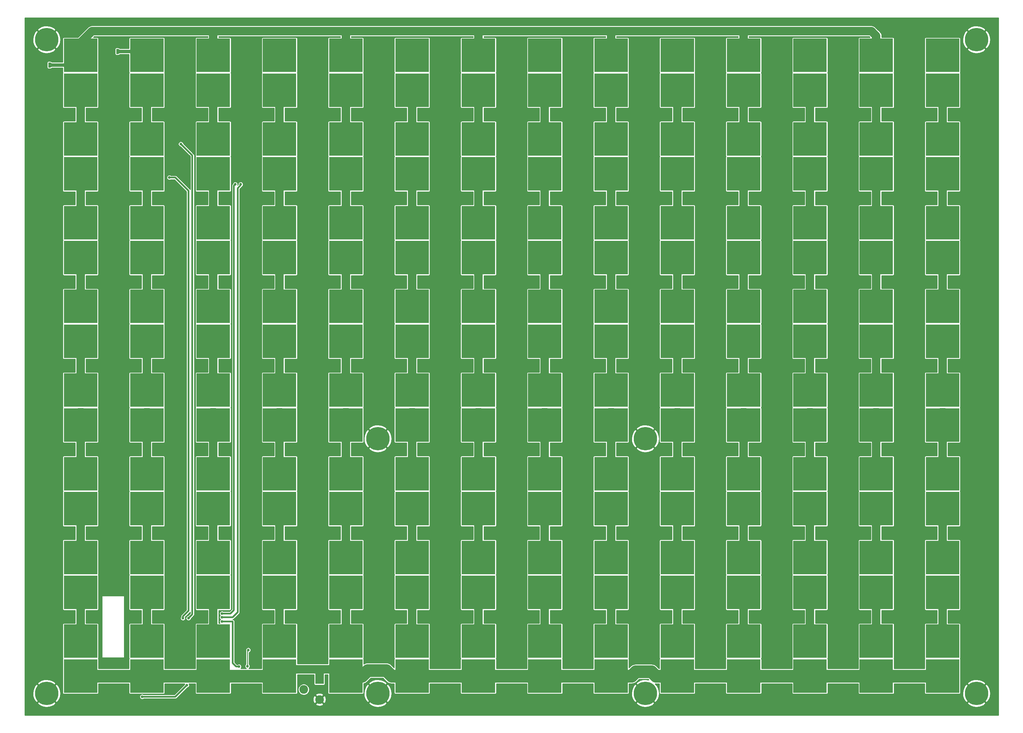
<source format=gbr>
G04 #@! TF.GenerationSoftware,KiCad,Pcbnew,(5.1.4)-1*
G04 #@! TF.CreationDate,2019-09-11T03:03:15-07:00*
G04 #@! TF.ProjectId,BrightBoard1,42726967-6874-4426-9f61-7264312e6b69,rev?*
G04 #@! TF.SameCoordinates,Original*
G04 #@! TF.FileFunction,Copper,L1,Top*
G04 #@! TF.FilePolarity,Positive*
%FSLAX46Y46*%
G04 Gerber Fmt 4.6, Leading zero omitted, Abs format (unit mm)*
G04 Created by KiCad (PCBNEW (5.1.4)-1) date 2019-09-11 03:03:15*
%MOMM*%
%LPD*%
G04 APERTURE LIST*
%ADD10C,7.000000*%
%ADD11R,10.000000X10.000000*%
%ADD12R,0.500000X0.300000*%
%ADD13R,1.800000X0.990000*%
%ADD14R,1.800000X2.060000*%
%ADD15C,2.600000*%
%ADD16R,2.600000X2.600000*%
%ADD17C,0.500000*%
%ADD18C,0.100000*%
%ADD19R,0.840000X2.400000*%
%ADD20C,0.800000*%
%ADD21C,3.810000*%
%ADD22C,2.540000*%
%ADD23C,0.508000*%
%ADD24C,0.250000*%
%ADD25C,1.016000*%
%ADD26C,0.254000*%
G04 APERTURE END LIST*
D10*
X159385000Y-297815000D03*
D11*
X427354994Y-106945000D03*
X427354994Y-117395000D03*
D12*
X427354994Y-113535000D03*
D13*
X427354994Y-112890000D03*
D14*
X427354994Y-110915000D03*
D11*
X169545000Y-106945000D03*
X169545000Y-117395000D03*
D12*
X169545000Y-113535000D03*
D13*
X169545000Y-112890000D03*
D14*
X169545000Y-110915000D03*
D11*
X189376538Y-106945000D03*
X189376538Y-117395000D03*
D12*
X189376538Y-113535000D03*
D13*
X189376538Y-112890000D03*
D14*
X189376538Y-110915000D03*
D11*
X209208076Y-106945000D03*
X209208076Y-117395000D03*
D12*
X209208076Y-113535000D03*
D13*
X209208076Y-112890000D03*
D14*
X209208076Y-110915000D03*
D11*
X229039614Y-106945000D03*
X229039614Y-117395000D03*
D12*
X229039614Y-113535000D03*
D13*
X229039614Y-112890000D03*
D14*
X229039614Y-110915000D03*
D11*
X248871152Y-106945000D03*
X248871152Y-117395000D03*
D12*
X248871152Y-113535000D03*
D13*
X248871152Y-112890000D03*
D14*
X248871152Y-110915000D03*
D11*
X268702690Y-106945000D03*
X268702690Y-117395000D03*
D12*
X268702690Y-113535000D03*
D13*
X268702690Y-112890000D03*
D14*
X268702690Y-110915000D03*
D11*
X288534228Y-106945000D03*
X288534228Y-117395000D03*
D12*
X288534228Y-113535000D03*
D13*
X288534228Y-112890000D03*
D14*
X288534228Y-110915000D03*
D11*
X308365766Y-106945000D03*
X308365766Y-117395000D03*
D12*
X308365766Y-113535000D03*
D13*
X308365766Y-112890000D03*
D14*
X308365766Y-110915000D03*
D11*
X328197304Y-106945000D03*
X328197304Y-117395000D03*
D12*
X328197304Y-113535000D03*
D13*
X328197304Y-112890000D03*
D14*
X328197304Y-110915000D03*
D11*
X348028842Y-106945000D03*
X348028842Y-117395000D03*
D12*
X348028842Y-113535000D03*
D13*
X348028842Y-112890000D03*
D14*
X348028842Y-110915000D03*
D11*
X367860380Y-106945000D03*
X367860380Y-117395000D03*
D12*
X367860380Y-113535000D03*
D13*
X367860380Y-112890000D03*
D14*
X367860380Y-110915000D03*
D11*
X387691918Y-106945000D03*
X387691918Y-117395000D03*
D12*
X387691918Y-113535000D03*
D13*
X387691918Y-112890000D03*
D14*
X387691918Y-110915000D03*
D11*
X407523456Y-106945000D03*
X407523456Y-117395000D03*
D12*
X407523456Y-113535000D03*
D13*
X407523456Y-112890000D03*
D14*
X407523456Y-110915000D03*
D11*
X169545000Y-131982034D03*
X169545000Y-142432034D03*
D12*
X169545000Y-138572034D03*
D13*
X169545000Y-137927034D03*
D14*
X169545000Y-135952034D03*
D11*
X189376538Y-131982034D03*
X189376538Y-142432034D03*
D12*
X189376538Y-138572034D03*
D13*
X189376538Y-137927034D03*
D14*
X189376538Y-135952034D03*
D11*
X209208076Y-131982034D03*
X209208076Y-142432034D03*
D12*
X209208076Y-138572034D03*
D13*
X209208076Y-137927034D03*
D14*
X209208076Y-135952034D03*
D11*
X229039614Y-131982034D03*
X229039614Y-142432034D03*
D12*
X229039614Y-138572034D03*
D13*
X229039614Y-137927034D03*
D14*
X229039614Y-135952034D03*
D11*
X248871152Y-131982034D03*
X248871152Y-142432034D03*
D12*
X248871152Y-138572034D03*
D13*
X248871152Y-137927034D03*
D14*
X248871152Y-135952034D03*
D11*
X268702690Y-131982034D03*
X268702690Y-142432034D03*
D12*
X268702690Y-138572034D03*
D13*
X268702690Y-137927034D03*
D14*
X268702690Y-135952034D03*
D11*
X288534228Y-131982034D03*
X288534228Y-142432034D03*
D12*
X288534228Y-138572034D03*
D13*
X288534228Y-137927034D03*
D14*
X288534228Y-135952034D03*
D11*
X308365766Y-131982034D03*
X308365766Y-142432034D03*
D12*
X308365766Y-138572034D03*
D13*
X308365766Y-137927034D03*
D14*
X308365766Y-135952034D03*
D11*
X328197304Y-131982034D03*
X328197304Y-142432034D03*
D12*
X328197304Y-138572034D03*
D13*
X328197304Y-137927034D03*
D14*
X328197304Y-135952034D03*
D11*
X348028842Y-131982034D03*
X348028842Y-142432034D03*
D12*
X348028842Y-138572034D03*
D13*
X348028842Y-137927034D03*
D14*
X348028842Y-135952034D03*
D11*
X367860380Y-131982034D03*
X367860380Y-142432034D03*
D12*
X367860380Y-138572034D03*
D13*
X367860380Y-137927034D03*
D14*
X367860380Y-135952034D03*
D11*
X387691918Y-131982034D03*
X387691918Y-142432034D03*
D12*
X387691918Y-138572034D03*
D13*
X387691918Y-137927034D03*
D14*
X387691918Y-135952034D03*
D11*
X407523456Y-131982034D03*
X407523456Y-142432034D03*
D12*
X407523456Y-138572034D03*
D13*
X407523456Y-137927034D03*
D14*
X407523456Y-135952034D03*
D11*
X427354994Y-131982034D03*
X427354994Y-142432034D03*
D12*
X427354994Y-138572034D03*
D13*
X427354994Y-137927034D03*
D14*
X427354994Y-135952034D03*
D11*
X169545000Y-157019068D03*
X169545000Y-167469068D03*
D12*
X169545000Y-163609068D03*
D13*
X169545000Y-162964068D03*
D14*
X169545000Y-160989068D03*
D11*
X189376538Y-157019068D03*
X189376538Y-167469068D03*
D12*
X189376538Y-163609068D03*
D13*
X189376538Y-162964068D03*
D14*
X189376538Y-160989068D03*
D11*
X209208076Y-157019068D03*
X209208076Y-167469068D03*
D12*
X209208076Y-163609068D03*
D13*
X209208076Y-162964068D03*
D14*
X209208076Y-160989068D03*
D11*
X229039614Y-157019068D03*
X229039614Y-167469068D03*
D12*
X229039614Y-163609068D03*
D13*
X229039614Y-162964068D03*
D14*
X229039614Y-160989068D03*
D11*
X248871152Y-157019068D03*
X248871152Y-167469068D03*
D12*
X248871152Y-163609068D03*
D13*
X248871152Y-162964068D03*
D14*
X248871152Y-160989068D03*
D11*
X268702690Y-157019068D03*
X268702690Y-167469068D03*
D12*
X268702690Y-163609068D03*
D13*
X268702690Y-162964068D03*
D14*
X268702690Y-160989068D03*
D11*
X288534228Y-157019068D03*
X288534228Y-167469068D03*
D12*
X288534228Y-163609068D03*
D13*
X288534228Y-162964068D03*
D14*
X288534228Y-160989068D03*
D11*
X308365766Y-157019068D03*
X308365766Y-167469068D03*
D12*
X308365766Y-163609068D03*
D13*
X308365766Y-162964068D03*
D14*
X308365766Y-160989068D03*
D11*
X328197304Y-157019068D03*
X328197304Y-167469068D03*
D12*
X328197304Y-163609068D03*
D13*
X328197304Y-162964068D03*
D14*
X328197304Y-160989068D03*
D11*
X348028842Y-157019068D03*
X348028842Y-167469068D03*
D12*
X348028842Y-163609068D03*
D13*
X348028842Y-162964068D03*
D14*
X348028842Y-160989068D03*
D11*
X367860380Y-157019068D03*
X367860380Y-167469068D03*
D12*
X367860380Y-163609068D03*
D13*
X367860380Y-162964068D03*
D14*
X367860380Y-160989068D03*
D11*
X387691918Y-157019068D03*
X387691918Y-167469068D03*
D12*
X387691918Y-163609068D03*
D13*
X387691918Y-162964068D03*
D14*
X387691918Y-160989068D03*
D11*
X407523456Y-157019068D03*
X407523456Y-167469068D03*
D12*
X407523456Y-163609068D03*
D13*
X407523456Y-162964068D03*
D14*
X407523456Y-160989068D03*
D11*
X427354994Y-157019068D03*
X427354994Y-167469068D03*
D12*
X427354994Y-163609068D03*
D13*
X427354994Y-162964068D03*
D14*
X427354994Y-160989068D03*
D11*
X169545000Y-182056102D03*
X169545000Y-192506102D03*
D12*
X169545000Y-188646102D03*
D13*
X169545000Y-188001102D03*
D14*
X169545000Y-186026102D03*
D11*
X189376538Y-182056102D03*
X189376538Y-192506102D03*
D12*
X189376538Y-188646102D03*
D13*
X189376538Y-188001102D03*
D14*
X189376538Y-186026102D03*
D11*
X209208076Y-182056102D03*
X209208076Y-192506102D03*
D12*
X209208076Y-188646102D03*
D13*
X209208076Y-188001102D03*
D14*
X209208076Y-186026102D03*
D11*
X229039614Y-182056102D03*
X229039614Y-192506102D03*
D12*
X229039614Y-188646102D03*
D13*
X229039614Y-188001102D03*
D14*
X229039614Y-186026102D03*
D11*
X248871152Y-182056102D03*
X248871152Y-192506102D03*
D12*
X248871152Y-188646102D03*
D13*
X248871152Y-188001102D03*
D14*
X248871152Y-186026102D03*
D11*
X268702690Y-182056102D03*
X268702690Y-192506102D03*
D12*
X268702690Y-188646102D03*
D13*
X268702690Y-188001102D03*
D14*
X268702690Y-186026102D03*
D11*
X288534228Y-182056102D03*
X288534228Y-192506102D03*
D12*
X288534228Y-188646102D03*
D13*
X288534228Y-188001102D03*
D14*
X288534228Y-186026102D03*
D11*
X308365766Y-182056102D03*
X308365766Y-192506102D03*
D12*
X308365766Y-188646102D03*
D13*
X308365766Y-188001102D03*
D14*
X308365766Y-186026102D03*
D11*
X328197304Y-182056102D03*
X328197304Y-192506102D03*
D12*
X328197304Y-188646102D03*
D13*
X328197304Y-188001102D03*
D14*
X328197304Y-186026102D03*
D11*
X348028842Y-182056102D03*
X348028842Y-192506102D03*
D12*
X348028842Y-188646102D03*
D13*
X348028842Y-188001102D03*
D14*
X348028842Y-186026102D03*
D11*
X367860380Y-182056102D03*
X367860380Y-192506102D03*
D12*
X367860380Y-188646102D03*
D13*
X367860380Y-188001102D03*
D14*
X367860380Y-186026102D03*
D11*
X387691918Y-182056102D03*
X387691918Y-192506102D03*
D12*
X387691918Y-188646102D03*
D13*
X387691918Y-188001102D03*
D14*
X387691918Y-186026102D03*
D11*
X407523456Y-182056102D03*
X407523456Y-192506102D03*
D12*
X407523456Y-188646102D03*
D13*
X407523456Y-188001102D03*
D14*
X407523456Y-186026102D03*
D11*
X427354994Y-182056102D03*
X427354994Y-192506102D03*
D12*
X427354994Y-188646102D03*
D13*
X427354994Y-188001102D03*
D14*
X427354994Y-186026102D03*
D11*
X169545000Y-207093136D03*
X169545000Y-217543136D03*
D12*
X169545000Y-213683136D03*
D13*
X169545000Y-213038136D03*
D14*
X169545000Y-211063136D03*
D11*
X189376538Y-207093136D03*
X189376538Y-217543136D03*
D12*
X189376538Y-213683136D03*
D13*
X189376538Y-213038136D03*
D14*
X189376538Y-211063136D03*
D11*
X209208076Y-207093136D03*
X209208076Y-217543136D03*
D12*
X209208076Y-213683136D03*
D13*
X209208076Y-213038136D03*
D14*
X209208076Y-211063136D03*
D11*
X229039614Y-207093136D03*
X229039614Y-217543136D03*
D12*
X229039614Y-213683136D03*
D13*
X229039614Y-213038136D03*
D14*
X229039614Y-211063136D03*
D11*
X248871152Y-207093136D03*
X248871152Y-217543136D03*
D12*
X248871152Y-213683136D03*
D13*
X248871152Y-213038136D03*
D14*
X248871152Y-211063136D03*
D11*
X268702690Y-207093136D03*
X268702690Y-217543136D03*
D12*
X268702690Y-213683136D03*
D13*
X268702690Y-213038136D03*
D14*
X268702690Y-211063136D03*
D11*
X288534228Y-207093136D03*
X288534228Y-217543136D03*
D12*
X288534228Y-213683136D03*
D13*
X288534228Y-213038136D03*
D14*
X288534228Y-211063136D03*
D11*
X308365766Y-207093136D03*
X308365766Y-217543136D03*
D12*
X308365766Y-213683136D03*
D13*
X308365766Y-213038136D03*
D14*
X308365766Y-211063136D03*
D11*
X328197304Y-207093136D03*
X328197304Y-217543136D03*
D12*
X328197304Y-213683136D03*
D13*
X328197304Y-213038136D03*
D14*
X328197304Y-211063136D03*
D11*
X348028842Y-207093136D03*
X348028842Y-217543136D03*
D12*
X348028842Y-213683136D03*
D13*
X348028842Y-213038136D03*
D14*
X348028842Y-211063136D03*
D11*
X367860380Y-207093136D03*
X367860380Y-217543136D03*
D12*
X367860380Y-213683136D03*
D13*
X367860380Y-213038136D03*
D14*
X367860380Y-211063136D03*
D11*
X387691918Y-207093136D03*
X387691918Y-217543136D03*
D12*
X387691918Y-213683136D03*
D13*
X387691918Y-213038136D03*
D14*
X387691918Y-211063136D03*
D11*
X407523456Y-207093136D03*
X407523456Y-217543136D03*
D12*
X407523456Y-213683136D03*
D13*
X407523456Y-213038136D03*
D14*
X407523456Y-211063136D03*
D11*
X427354994Y-207093136D03*
X427354994Y-217543136D03*
D12*
X427354994Y-213683136D03*
D13*
X427354994Y-213038136D03*
D14*
X427354994Y-211063136D03*
D11*
X169545000Y-232130170D03*
X169545000Y-242580170D03*
D12*
X169545000Y-238720170D03*
D13*
X169545000Y-238075170D03*
D14*
X169545000Y-236100170D03*
D11*
X189376538Y-232130170D03*
X189376538Y-242580170D03*
D12*
X189376538Y-238720170D03*
D13*
X189376538Y-238075170D03*
D14*
X189376538Y-236100170D03*
D11*
X209208076Y-232130170D03*
X209208076Y-242580170D03*
D12*
X209208076Y-238720170D03*
D13*
X209208076Y-238075170D03*
D14*
X209208076Y-236100170D03*
D11*
X229039614Y-232130170D03*
X229039614Y-242580170D03*
D12*
X229039614Y-238720170D03*
D13*
X229039614Y-238075170D03*
D14*
X229039614Y-236100170D03*
D11*
X248871152Y-232130170D03*
X248871152Y-242580170D03*
D12*
X248871152Y-238720170D03*
D13*
X248871152Y-238075170D03*
D14*
X248871152Y-236100170D03*
D11*
X268702690Y-232130170D03*
X268702690Y-242580170D03*
D12*
X268702690Y-238720170D03*
D13*
X268702690Y-238075170D03*
D14*
X268702690Y-236100170D03*
D11*
X288534228Y-232130170D03*
X288534228Y-242580170D03*
D12*
X288534228Y-238720170D03*
D13*
X288534228Y-238075170D03*
D14*
X288534228Y-236100170D03*
D11*
X308365766Y-232130170D03*
X308365766Y-242580170D03*
D12*
X308365766Y-238720170D03*
D13*
X308365766Y-238075170D03*
D14*
X308365766Y-236100170D03*
D11*
X328197304Y-232130170D03*
X328197304Y-242580170D03*
D12*
X328197304Y-238720170D03*
D13*
X328197304Y-238075170D03*
D14*
X328197304Y-236100170D03*
D11*
X348028842Y-232130170D03*
X348028842Y-242580170D03*
D12*
X348028842Y-238720170D03*
D13*
X348028842Y-238075170D03*
D14*
X348028842Y-236100170D03*
D11*
X367860380Y-232130170D03*
X367860380Y-242580170D03*
D12*
X367860380Y-238720170D03*
D13*
X367860380Y-238075170D03*
D14*
X367860380Y-236100170D03*
D11*
X387691918Y-232130170D03*
X387691918Y-242580170D03*
D12*
X387691918Y-238720170D03*
D13*
X387691918Y-238075170D03*
D14*
X387691918Y-236100170D03*
D11*
X407523456Y-232130170D03*
X407523456Y-242580170D03*
D12*
X407523456Y-238720170D03*
D13*
X407523456Y-238075170D03*
D14*
X407523456Y-236100170D03*
D11*
X427354994Y-232130170D03*
X427354994Y-242580170D03*
D12*
X427354994Y-238720170D03*
D13*
X427354994Y-238075170D03*
D14*
X427354994Y-236100170D03*
D11*
X169545000Y-257167204D03*
X169545000Y-267617204D03*
D12*
X169545000Y-263757204D03*
D13*
X169545000Y-263112204D03*
D14*
X169545000Y-261137204D03*
D11*
X189376538Y-257167204D03*
X189376538Y-267617204D03*
D12*
X189376538Y-263757204D03*
D13*
X189376538Y-263112204D03*
D14*
X189376538Y-261137204D03*
D11*
X209208076Y-257167204D03*
X209208076Y-267617204D03*
D12*
X209208076Y-263757204D03*
D13*
X209208076Y-263112204D03*
D14*
X209208076Y-261137204D03*
D11*
X229039614Y-257167204D03*
X229039614Y-267617204D03*
D12*
X229039614Y-263757204D03*
D13*
X229039614Y-263112204D03*
D14*
X229039614Y-261137204D03*
D11*
X248871152Y-257167204D03*
X248871152Y-267617204D03*
D12*
X248871152Y-263757204D03*
D13*
X248871152Y-263112204D03*
D14*
X248871152Y-261137204D03*
D11*
X268702690Y-257167204D03*
X268702690Y-267617204D03*
D12*
X268702690Y-263757204D03*
D13*
X268702690Y-263112204D03*
D14*
X268702690Y-261137204D03*
D11*
X288534228Y-257167204D03*
X288534228Y-267617204D03*
D12*
X288534228Y-263757204D03*
D13*
X288534228Y-263112204D03*
D14*
X288534228Y-261137204D03*
D11*
X308365766Y-257167204D03*
X308365766Y-267617204D03*
D12*
X308365766Y-263757204D03*
D13*
X308365766Y-263112204D03*
D14*
X308365766Y-261137204D03*
D11*
X328197304Y-257167204D03*
X328197304Y-267617204D03*
D12*
X328197304Y-263757204D03*
D13*
X328197304Y-263112204D03*
D14*
X328197304Y-261137204D03*
D11*
X348028842Y-257167204D03*
X348028842Y-267617204D03*
D12*
X348028842Y-263757204D03*
D13*
X348028842Y-263112204D03*
D14*
X348028842Y-261137204D03*
D11*
X367860380Y-257167204D03*
X367860380Y-267617204D03*
D12*
X367860380Y-263757204D03*
D13*
X367860380Y-263112204D03*
D14*
X367860380Y-261137204D03*
D11*
X387691918Y-257167204D03*
X387691918Y-267617204D03*
D12*
X387691918Y-263757204D03*
D13*
X387691918Y-263112204D03*
D14*
X387691918Y-261137204D03*
D11*
X407523456Y-257167204D03*
X407523456Y-267617204D03*
D12*
X407523456Y-263757204D03*
D13*
X407523456Y-263112204D03*
D14*
X407523456Y-261137204D03*
D11*
X427354994Y-257167204D03*
X427354994Y-267617204D03*
D12*
X427354994Y-263757204D03*
D13*
X427354994Y-263112204D03*
D14*
X427354994Y-261137204D03*
D11*
X169545000Y-282204238D03*
X169545000Y-292654238D03*
D12*
X169545000Y-288794238D03*
D13*
X169545000Y-288149238D03*
D14*
X169545000Y-286174238D03*
D11*
X189376538Y-282204238D03*
X189376538Y-292654238D03*
D12*
X189376538Y-288794238D03*
D13*
X189376538Y-288149238D03*
D14*
X189376538Y-286174238D03*
D11*
X209208076Y-282204238D03*
X209208076Y-292654238D03*
D12*
X209208076Y-288794238D03*
D13*
X209208076Y-288149238D03*
D14*
X209208076Y-286174238D03*
D11*
X229039614Y-282204238D03*
X229039614Y-292654238D03*
D12*
X229039614Y-288794238D03*
D13*
X229039614Y-288149238D03*
D14*
X229039614Y-286174238D03*
D11*
X248871152Y-282204238D03*
X248871152Y-292654238D03*
D12*
X248871152Y-288794238D03*
D13*
X248871152Y-288149238D03*
D14*
X248871152Y-286174238D03*
D11*
X268702690Y-282204238D03*
X268702690Y-292654238D03*
D12*
X268702690Y-288794238D03*
D13*
X268702690Y-288149238D03*
D14*
X268702690Y-286174238D03*
D11*
X288534228Y-282204238D03*
X288534228Y-292654238D03*
D12*
X288534228Y-288794238D03*
D13*
X288534228Y-288149238D03*
D14*
X288534228Y-286174238D03*
D11*
X308365766Y-282204238D03*
X308365766Y-292654238D03*
D12*
X308365766Y-288794238D03*
D13*
X308365766Y-288149238D03*
D14*
X308365766Y-286174238D03*
D11*
X328197304Y-282204238D03*
X328197304Y-292654238D03*
D12*
X328197304Y-288794238D03*
D13*
X328197304Y-288149238D03*
D14*
X328197304Y-286174238D03*
D11*
X348028842Y-282204238D03*
X348028842Y-292654238D03*
D12*
X348028842Y-288794238D03*
D13*
X348028842Y-288149238D03*
D14*
X348028842Y-286174238D03*
D11*
X367860380Y-282204238D03*
X367860380Y-292654238D03*
D12*
X367860380Y-288794238D03*
D13*
X367860380Y-288149238D03*
D14*
X367860380Y-286174238D03*
D11*
X387691918Y-282204238D03*
X387691918Y-292654238D03*
D12*
X387691918Y-288794238D03*
D13*
X387691918Y-288149238D03*
D14*
X387691918Y-286174238D03*
D11*
X407523456Y-282204238D03*
X407523456Y-292654238D03*
D12*
X407523456Y-288794238D03*
D13*
X407523456Y-288149238D03*
D14*
X407523456Y-286174238D03*
D11*
X427354994Y-282204238D03*
X427354994Y-292654238D03*
D12*
X427354994Y-288794238D03*
D13*
X427354994Y-288149238D03*
D14*
X427354994Y-286174238D03*
D15*
X236295200Y-296670000D03*
X240995200Y-299670000D03*
D16*
X240995200Y-293670000D03*
D17*
X160416000Y-109855000D03*
D18*
G36*
X160416000Y-109105602D02*
G01*
X160440534Y-109105602D01*
X160489365Y-109110412D01*
X160537490Y-109119984D01*
X160584445Y-109134228D01*
X160629778Y-109153005D01*
X160673051Y-109176136D01*
X160713850Y-109203396D01*
X160751779Y-109234524D01*
X160786476Y-109269221D01*
X160817604Y-109307150D01*
X160844864Y-109347949D01*
X160867995Y-109391222D01*
X160886772Y-109436555D01*
X160901016Y-109483510D01*
X160910588Y-109531635D01*
X160915398Y-109580466D01*
X160915398Y-109605000D01*
X160916000Y-109605000D01*
X160916000Y-110105000D01*
X160915398Y-110105000D01*
X160915398Y-110129534D01*
X160910588Y-110178365D01*
X160901016Y-110226490D01*
X160886772Y-110273445D01*
X160867995Y-110318778D01*
X160844864Y-110362051D01*
X160817604Y-110402850D01*
X160786476Y-110440779D01*
X160751779Y-110475476D01*
X160713850Y-110506604D01*
X160673051Y-110533864D01*
X160629778Y-110556995D01*
X160584445Y-110575772D01*
X160537490Y-110590016D01*
X160489365Y-110599588D01*
X160440534Y-110604398D01*
X160416000Y-110604398D01*
X160416000Y-110605000D01*
X159916000Y-110605000D01*
X159916000Y-109105000D01*
X160416000Y-109105000D01*
X160416000Y-109105602D01*
X160416000Y-109105602D01*
G37*
D17*
X159116000Y-109855000D03*
D18*
G36*
X159616000Y-110605000D02*
G01*
X159116000Y-110605000D01*
X159116000Y-110604398D01*
X159091466Y-110604398D01*
X159042635Y-110599588D01*
X158994510Y-110590016D01*
X158947555Y-110575772D01*
X158902222Y-110556995D01*
X158858949Y-110533864D01*
X158818150Y-110506604D01*
X158780221Y-110475476D01*
X158745524Y-110440779D01*
X158714396Y-110402850D01*
X158687136Y-110362051D01*
X158664005Y-110318778D01*
X158645228Y-110273445D01*
X158630984Y-110226490D01*
X158621412Y-110178365D01*
X158616602Y-110129534D01*
X158616602Y-110105000D01*
X158616000Y-110105000D01*
X158616000Y-109605000D01*
X158616602Y-109605000D01*
X158616602Y-109580466D01*
X158621412Y-109531635D01*
X158630984Y-109483510D01*
X158645228Y-109436555D01*
X158664005Y-109391222D01*
X158687136Y-109347949D01*
X158714396Y-109307150D01*
X158745524Y-109269221D01*
X158780221Y-109234524D01*
X158818150Y-109203396D01*
X158858949Y-109176136D01*
X158902222Y-109153005D01*
X158947555Y-109134228D01*
X158994510Y-109119984D01*
X159042635Y-109110412D01*
X159091466Y-109105602D01*
X159116000Y-109105602D01*
X159116000Y-109105000D01*
X159616000Y-109105000D01*
X159616000Y-110605000D01*
X159616000Y-110605000D01*
G37*
D19*
X222402400Y-287324800D03*
D17*
X222402400Y-287324800D03*
X222402400Y-286374800D03*
X222402400Y-288274800D03*
X180736000Y-105791000D03*
D18*
G36*
X180736000Y-105041602D02*
G01*
X180760534Y-105041602D01*
X180809365Y-105046412D01*
X180857490Y-105055984D01*
X180904445Y-105070228D01*
X180949778Y-105089005D01*
X180993051Y-105112136D01*
X181033850Y-105139396D01*
X181071779Y-105170524D01*
X181106476Y-105205221D01*
X181137604Y-105243150D01*
X181164864Y-105283949D01*
X181187995Y-105327222D01*
X181206772Y-105372555D01*
X181221016Y-105419510D01*
X181230588Y-105467635D01*
X181235398Y-105516466D01*
X181235398Y-105541000D01*
X181236000Y-105541000D01*
X181236000Y-106041000D01*
X181235398Y-106041000D01*
X181235398Y-106065534D01*
X181230588Y-106114365D01*
X181221016Y-106162490D01*
X181206772Y-106209445D01*
X181187995Y-106254778D01*
X181164864Y-106298051D01*
X181137604Y-106338850D01*
X181106476Y-106376779D01*
X181071779Y-106411476D01*
X181033850Y-106442604D01*
X180993051Y-106469864D01*
X180949778Y-106492995D01*
X180904445Y-106511772D01*
X180857490Y-106526016D01*
X180809365Y-106535588D01*
X180760534Y-106540398D01*
X180736000Y-106540398D01*
X180736000Y-106541000D01*
X180236000Y-106541000D01*
X180236000Y-105041000D01*
X180736000Y-105041000D01*
X180736000Y-105041602D01*
X180736000Y-105041602D01*
G37*
D17*
X179436000Y-105791000D03*
D18*
G36*
X179936000Y-106541000D02*
G01*
X179436000Y-106541000D01*
X179436000Y-106540398D01*
X179411466Y-106540398D01*
X179362635Y-106535588D01*
X179314510Y-106526016D01*
X179267555Y-106511772D01*
X179222222Y-106492995D01*
X179178949Y-106469864D01*
X179138150Y-106442604D01*
X179100221Y-106411476D01*
X179065524Y-106376779D01*
X179034396Y-106338850D01*
X179007136Y-106298051D01*
X178984005Y-106254778D01*
X178965228Y-106209445D01*
X178950984Y-106162490D01*
X178941412Y-106114365D01*
X178936602Y-106065534D01*
X178936602Y-106041000D01*
X178936000Y-106041000D01*
X178936000Y-105541000D01*
X178936602Y-105541000D01*
X178936602Y-105516466D01*
X178941412Y-105467635D01*
X178950984Y-105419510D01*
X178965228Y-105372555D01*
X178984005Y-105327222D01*
X179007136Y-105283949D01*
X179034396Y-105243150D01*
X179065524Y-105205221D01*
X179100221Y-105170524D01*
X179138150Y-105139396D01*
X179178949Y-105112136D01*
X179222222Y-105089005D01*
X179267555Y-105070228D01*
X179314510Y-105055984D01*
X179362635Y-105046412D01*
X179411466Y-105041602D01*
X179436000Y-105041602D01*
X179436000Y-105041000D01*
X179936000Y-105041000D01*
X179936000Y-106541000D01*
X179936000Y-106541000D01*
G37*
D10*
X159385000Y-102235000D03*
X437515000Y-102235000D03*
X437515000Y-297815000D03*
X258445000Y-221615000D03*
X258445000Y-297815000D03*
X338455000Y-221615000D03*
X338455000Y-297815000D03*
D20*
X442595000Y-283845000D03*
X442595000Y-233045000D03*
X442595000Y-264795000D03*
X442595000Y-290195000D03*
X442595000Y-245745000D03*
X442595000Y-207645000D03*
X442595000Y-220345000D03*
X442595000Y-213995000D03*
X442595000Y-188595000D03*
X442595000Y-169545000D03*
X442595000Y-118745000D03*
X442595000Y-131445000D03*
X442595000Y-156845000D03*
X442595000Y-175895000D03*
X442595000Y-144145000D03*
X442595000Y-201295000D03*
X442595000Y-226695000D03*
X442595000Y-163195000D03*
X442595000Y-252095000D03*
X442595000Y-112395000D03*
X442595000Y-150495000D03*
X442595000Y-277495000D03*
X442595000Y-271145000D03*
X442595000Y-137795000D03*
X442595000Y-194945000D03*
X442595000Y-182245000D03*
X442595000Y-125095000D03*
X442595000Y-239395000D03*
X442595000Y-258445000D03*
X442595000Y-296545000D03*
X442595000Y-99695000D03*
X442595000Y-106045000D03*
X154305000Y-99695000D03*
X154305000Y-106045000D03*
X154305000Y-188595000D03*
X154305000Y-137795000D03*
X154305000Y-169545000D03*
X154305000Y-194945000D03*
X154305000Y-150495000D03*
X154305000Y-112395000D03*
X154305000Y-125095000D03*
X154305000Y-118745000D03*
X154305000Y-131445000D03*
X154305000Y-156845000D03*
X154305000Y-182245000D03*
X154305000Y-175895000D03*
X154305000Y-144145000D03*
X154305000Y-163195000D03*
X154305000Y-201295000D03*
X154305000Y-277495000D03*
X154305000Y-252095000D03*
X154305000Y-264795000D03*
X154305000Y-283845000D03*
X154305000Y-271145000D03*
X154305000Y-258445000D03*
X154305000Y-220345000D03*
X154305000Y-233045000D03*
X154305000Y-213995000D03*
X154305000Y-239395000D03*
X154305000Y-245745000D03*
X154305000Y-207645000D03*
X154305000Y-226695000D03*
X154305000Y-290195000D03*
X154305000Y-296545000D03*
X179705000Y-302895000D03*
X173355000Y-302895000D03*
X192405000Y-302895000D03*
X186055000Y-302895000D03*
X205105000Y-302895000D03*
X198755000Y-302895000D03*
X249555000Y-97155000D03*
X357505000Y-97155000D03*
X351155000Y-97155000D03*
X408305000Y-97155000D03*
X338455000Y-97155000D03*
X281305000Y-97155000D03*
X300355000Y-97155000D03*
X382905000Y-97155000D03*
X370205000Y-97155000D03*
X205105000Y-97155000D03*
X154305000Y-97155000D03*
X179705000Y-97155000D03*
X294005000Y-97155000D03*
X401955000Y-97155000D03*
X395605000Y-97155000D03*
X363855000Y-97155000D03*
X243205000Y-97155000D03*
X167005000Y-97155000D03*
X198755000Y-97155000D03*
X211455000Y-97155000D03*
X287655000Y-97155000D03*
X376555000Y-97155000D03*
X173355000Y-97155000D03*
X217805000Y-97155000D03*
X192405000Y-97155000D03*
X160655000Y-97155000D03*
X230505000Y-97155000D03*
X224155000Y-97155000D03*
X186055000Y-97155000D03*
X306705000Y-97155000D03*
X236855000Y-97155000D03*
X268605000Y-97155000D03*
X274955000Y-97155000D03*
X255905000Y-97155000D03*
X262255000Y-97155000D03*
X332105000Y-97155000D03*
X319405000Y-97155000D03*
X325755000Y-97155000D03*
X344805000Y-97155000D03*
X313055000Y-97155000D03*
X442595000Y-97155000D03*
X389255000Y-97155000D03*
X414655000Y-97155000D03*
X427355000Y-97155000D03*
X421005000Y-97155000D03*
X440055000Y-97155000D03*
X433705000Y-97155000D03*
X255905000Y-302895000D03*
X230505000Y-302895000D03*
X249555000Y-302895000D03*
X224155000Y-302895000D03*
X243205000Y-302895000D03*
X236855000Y-302895000D03*
X217805000Y-302895000D03*
X211455000Y-302895000D03*
X306705000Y-302895000D03*
X281305000Y-302895000D03*
X300355000Y-302895000D03*
X274955000Y-302895000D03*
X294005000Y-302895000D03*
X287655000Y-302895000D03*
X268605000Y-302895000D03*
X262255000Y-302895000D03*
X357505000Y-302895000D03*
X332105000Y-302895000D03*
X351155000Y-302895000D03*
X325755000Y-302895000D03*
X344805000Y-302895000D03*
X338455000Y-302895000D03*
X319405000Y-302895000D03*
X313055000Y-302895000D03*
X408305000Y-302895000D03*
X382905000Y-302895000D03*
X401955000Y-302895000D03*
X376555000Y-302895000D03*
X395605000Y-302895000D03*
X389255000Y-302895000D03*
X370205000Y-302895000D03*
X363855000Y-302895000D03*
X433705000Y-302895000D03*
X427355000Y-302895000D03*
X440055000Y-302895000D03*
X421005000Y-302895000D03*
X414655000Y-302895000D03*
X442595000Y-302895000D03*
X167005000Y-302895000D03*
X160655000Y-302895000D03*
X180086000Y-101854000D03*
X180086000Y-103378000D03*
X178689000Y-103378000D03*
X178689000Y-101854000D03*
X199263000Y-237363000D03*
X199263000Y-165735000D03*
X199263000Y-261239000D03*
X199263000Y-117983000D03*
X199263000Y-189611000D03*
X199263000Y-141859000D03*
X199263000Y-213487000D03*
X179451000Y-237363000D03*
X179451000Y-165735000D03*
X179451000Y-261239000D03*
X179451000Y-117983000D03*
X179451000Y-189611000D03*
X179451000Y-141859000D03*
X179451000Y-213487000D03*
X159766000Y-237363000D03*
X159766000Y-165735000D03*
X159766000Y-261239000D03*
X159766000Y-117983000D03*
X159766000Y-189611000D03*
X159766000Y-141859000D03*
X159766000Y-213487000D03*
X195707000Y-289052000D03*
X298323000Y-261239000D03*
X298323000Y-285115000D03*
X298323000Y-189611000D03*
X298323000Y-165735000D03*
X298323000Y-117983000D03*
X298323000Y-213487000D03*
X298323000Y-141859000D03*
X298323000Y-237363000D03*
X278384000Y-261239000D03*
X278384000Y-285115000D03*
X278384000Y-189611000D03*
X278384000Y-165735000D03*
X278384000Y-117983000D03*
X278384000Y-213487000D03*
X278384000Y-141859000D03*
X278384000Y-237363000D03*
X258699000Y-261239000D03*
X258699000Y-285115000D03*
X258699000Y-189611000D03*
X258699000Y-165735000D03*
X258699000Y-117983000D03*
X258699000Y-213487000D03*
X258699000Y-141859000D03*
X258699000Y-237363000D03*
X238887000Y-261239000D03*
X238887000Y-189611000D03*
X238887000Y-165735000D03*
X238887000Y-117983000D03*
X238887000Y-213487000D03*
X238887000Y-141859000D03*
X238887000Y-237363000D03*
X219075000Y-237363000D03*
X219075000Y-261239000D03*
X219075000Y-165735000D03*
X219075000Y-141859000D03*
X219075000Y-189611000D03*
X219075000Y-117983000D03*
X219075000Y-213487000D03*
X318135000Y-237363000D03*
X318135000Y-189611000D03*
X318135000Y-213487000D03*
X318135000Y-141859000D03*
X318135000Y-165735000D03*
X318135000Y-117983000D03*
X338201000Y-189611000D03*
X338201000Y-165735000D03*
X338201000Y-117983000D03*
X338201000Y-213487000D03*
X338201000Y-141859000D03*
X338201000Y-237363000D03*
X338201000Y-261239000D03*
X338201000Y-285115000D03*
X358267000Y-165735000D03*
X358267000Y-189611000D03*
X358267000Y-213487000D03*
X358267000Y-285115000D03*
X358267000Y-237363000D03*
X358267000Y-261239000D03*
X358267000Y-117983000D03*
X358267000Y-141859000D03*
X378079000Y-165735000D03*
X378079000Y-189611000D03*
X378079000Y-213487000D03*
X378079000Y-285115000D03*
X378079000Y-237363000D03*
X378079000Y-261239000D03*
X378079000Y-117983000D03*
X378079000Y-141859000D03*
X397891000Y-165735000D03*
X397891000Y-189611000D03*
X397891000Y-213487000D03*
X397891000Y-285115000D03*
X397891000Y-237363000D03*
X397891000Y-261239000D03*
X397891000Y-117983000D03*
X397891000Y-141859000D03*
X417703000Y-165735000D03*
X417703000Y-189611000D03*
X417703000Y-213487000D03*
X417703000Y-285115000D03*
X417703000Y-237363000D03*
X417703000Y-261239000D03*
X417703000Y-117983000D03*
X417703000Y-141859000D03*
X437769000Y-165735000D03*
X437769000Y-189611000D03*
X437769000Y-213487000D03*
X437769000Y-285115000D03*
X437769000Y-237363000D03*
X437769000Y-261239000D03*
X437769000Y-117983000D03*
X437769000Y-141859000D03*
X318135000Y-285115000D03*
X318135000Y-261239000D03*
X202819000Y-296926000D03*
X202819000Y-289052000D03*
X175895000Y-104902000D03*
X177419000Y-104902000D03*
X175895000Y-106680000D03*
X177419000Y-106680000D03*
X178689000Y-108204000D03*
X180086000Y-108204000D03*
X178689000Y-109728000D03*
X180086000Y-109728000D03*
X154305000Y-302895000D03*
X191516000Y-125349000D03*
X193040000Y-125349000D03*
X187071000Y-125349000D03*
X185674000Y-125349000D03*
X184150000Y-125349000D03*
X176276000Y-130556000D03*
X176276000Y-125603000D03*
X174244000Y-125603000D03*
X172339000Y-125603000D03*
X187960000Y-298831000D03*
X201294998Y-295402000D03*
X201803000Y-275336000D03*
X199517000Y-133477000D03*
X200152000Y-275336000D03*
X196088000Y-143510000D03*
X219456000Y-289687000D03*
X219710000Y-284861000D03*
X427355000Y-107188000D03*
X424180000Y-109855000D03*
X424180000Y-104521000D03*
X430530000Y-104521000D03*
X430530000Y-109855000D03*
X427355000Y-104521000D03*
X424180000Y-107188000D03*
X430530000Y-107188000D03*
X387731000Y-107188000D03*
X384556000Y-109855000D03*
X384556000Y-104521000D03*
X390906000Y-104521000D03*
X390906000Y-109855000D03*
X387731000Y-104521000D03*
X384556000Y-107188000D03*
X390906000Y-107188000D03*
X348107000Y-107188000D03*
X344932000Y-109855000D03*
X344932000Y-104521000D03*
X351282000Y-104521000D03*
X351282000Y-109855000D03*
X348107000Y-104521000D03*
X344932000Y-107188000D03*
X351282000Y-107188000D03*
X308356000Y-107188000D03*
X305181000Y-109855000D03*
X305181000Y-104521000D03*
X311531000Y-104521000D03*
X311531000Y-109855000D03*
X308356000Y-104521000D03*
X305181000Y-107188000D03*
X311531000Y-107188000D03*
X268732000Y-107188000D03*
X265557000Y-109855000D03*
X265557000Y-104521000D03*
X271907000Y-104521000D03*
X271907000Y-109855000D03*
X268732000Y-104521000D03*
X265557000Y-107188000D03*
X271907000Y-107188000D03*
X229108000Y-107188000D03*
X225933000Y-109855000D03*
X225933000Y-104521000D03*
X232283000Y-104521000D03*
X232283000Y-109855000D03*
X229108000Y-104521000D03*
X225933000Y-107188000D03*
X232283000Y-107188000D03*
X186182000Y-107188000D03*
X186182000Y-109855000D03*
X186182000Y-104521000D03*
X192532000Y-109855000D03*
X192532000Y-104521000D03*
X189357000Y-104521000D03*
X192532000Y-107188000D03*
X189357000Y-107188000D03*
X169545000Y-104521000D03*
X169545000Y-107188000D03*
X172720000Y-107188000D03*
X172720000Y-109855000D03*
X172720000Y-104521000D03*
X166370000Y-104521000D03*
X166370000Y-107188000D03*
X166370000Y-109855000D03*
X211836000Y-275082000D03*
X217424000Y-145542000D03*
X211836000Y-273938994D03*
X215773000Y-145542000D03*
X216916000Y-289814000D03*
X211836000Y-276352000D03*
D21*
X229039614Y-292654238D02*
X169545000Y-292654238D01*
X268702690Y-292654238D02*
X328197304Y-292654238D01*
X348028842Y-292654238D02*
X427354994Y-292654238D01*
X341589640Y-292654238D02*
X348028842Y-292654238D01*
X340273402Y-291338000D02*
X341589640Y-292654238D01*
X335635600Y-291338000D02*
X340273402Y-291338000D01*
X328197304Y-292654238D02*
X334319362Y-292654238D01*
X334319362Y-292654238D02*
X335635600Y-291338000D01*
X231855762Y-292654238D02*
X229039614Y-292654238D01*
D22*
X231067052Y-290626800D02*
X229039614Y-292654238D01*
X240995200Y-290626800D02*
X231067052Y-290626800D01*
X246843714Y-290626800D02*
X248871152Y-292654238D01*
X240995200Y-290626800D02*
X246843714Y-290626800D01*
D21*
X253750562Y-292654238D02*
X255422400Y-290982400D01*
X248871152Y-292654238D02*
X253750562Y-292654238D01*
X255422400Y-290982400D02*
X260908800Y-290982400D01*
X260908800Y-290982400D02*
X262580638Y-292654238D01*
X262580638Y-292654238D02*
X268702690Y-292654238D01*
D22*
X240995200Y-290626800D02*
X240995200Y-292450000D01*
X240995200Y-293670000D02*
X240995200Y-290626800D01*
D23*
X200894999Y-295801999D02*
X201294998Y-295402000D01*
X197865998Y-298831000D02*
X200894999Y-295801999D01*
X187960000Y-298831000D02*
X197865998Y-298831000D01*
X202946000Y-136906000D02*
X199517000Y-133477000D01*
X201803000Y-275336000D02*
X202946000Y-274193000D01*
X202946000Y-274193000D02*
X202946000Y-136906000D01*
X197866000Y-143510000D02*
X196088000Y-143510000D01*
X201803000Y-147447000D02*
X197866000Y-143510000D01*
X201803000Y-273119315D02*
X201803000Y-147447000D01*
X200152000Y-275336000D02*
X200152000Y-274770315D01*
X200152000Y-274770315D02*
X201803000Y-273119315D01*
D24*
X219456000Y-285115000D02*
X219710000Y-284861000D01*
X219456000Y-289687000D02*
X219456000Y-285115000D01*
D25*
X188222538Y-105791000D02*
X189376538Y-106945000D01*
X180736000Y-105791000D02*
X188222538Y-105791000D01*
D22*
X407523456Y-101148656D02*
X407523456Y-106945000D01*
X406095200Y-99720400D02*
X407523456Y-101148656D01*
X169545000Y-106945000D02*
X169545000Y-103098600D01*
X169545000Y-103098600D02*
X172923200Y-99720400D01*
X367860380Y-100363220D02*
X368503200Y-99720400D01*
X367860380Y-106945000D02*
X367860380Y-100363220D01*
X368503200Y-99720400D02*
X406095200Y-99720400D01*
X328197304Y-99851304D02*
X328066400Y-99720400D01*
X328197304Y-106945000D02*
X328197304Y-99851304D01*
X328066400Y-99720400D02*
X368503200Y-99720400D01*
X288534228Y-99812228D02*
X288442400Y-99720400D01*
X288534228Y-106945000D02*
X288534228Y-99812228D01*
X288442400Y-99720400D02*
X328066400Y-99720400D01*
X248871152Y-99976352D02*
X248615200Y-99720400D01*
X248871152Y-106945000D02*
X248871152Y-99976352D01*
X248615200Y-99720400D02*
X288442400Y-99720400D01*
X209208076Y-100140476D02*
X208788000Y-99720400D01*
X209208076Y-106945000D02*
X209208076Y-100140476D01*
X172923200Y-99720400D02*
X208788000Y-99720400D01*
X208788000Y-99720400D02*
X248615200Y-99720400D01*
D25*
X168485000Y-109855000D02*
X169545000Y-110915000D01*
X160416000Y-109855000D02*
X166370000Y-109855000D01*
X166370000Y-109855000D02*
X168485000Y-109855000D01*
D23*
X216535000Y-146685000D02*
X217424000Y-145796000D01*
X216535000Y-273558000D02*
X216535000Y-146685000D01*
X211836000Y-275082000D02*
X215011000Y-275082000D01*
X215011000Y-275082000D02*
X216535000Y-273558000D01*
X215392000Y-145923000D02*
X215773000Y-145542000D01*
X215392000Y-272923000D02*
X215392000Y-145923000D01*
X214376000Y-273939000D02*
X215392000Y-272923000D01*
X213703494Y-273939000D02*
X214376000Y-273939000D01*
X211836000Y-273938994D02*
X213703488Y-273938994D01*
X213703488Y-273938994D02*
X213703494Y-273939000D01*
X216916000Y-289814000D02*
X216027000Y-289814000D01*
X212401685Y-276352000D02*
X211836000Y-276352000D01*
X215011000Y-288798000D02*
X215011000Y-276352000D01*
X215011000Y-276352000D02*
X212401685Y-276352000D01*
X216027000Y-289814000D02*
X215011000Y-288798000D01*
D22*
X427354994Y-282204238D02*
X427354994Y-267617204D01*
X427354994Y-257167204D02*
X427354994Y-242580170D01*
X427354994Y-232130170D02*
X427354994Y-217543136D01*
X427354994Y-207093136D02*
X427354994Y-192506102D01*
X427354994Y-182056102D02*
X427354994Y-167469068D01*
X427354994Y-157019068D02*
X427354994Y-142432034D01*
X427354994Y-131982034D02*
X427354994Y-117395000D01*
X407523456Y-267617204D02*
X407523456Y-282204238D01*
X407523456Y-242580170D02*
X407523456Y-257167204D01*
X407523456Y-217543136D02*
X407523456Y-232130170D01*
X407523456Y-192506102D02*
X407523456Y-207093136D01*
X407523456Y-167469068D02*
X407523456Y-182056102D01*
X407523456Y-142432034D02*
X407523456Y-157019068D01*
X407523456Y-117395000D02*
X407523456Y-131982034D01*
X387691918Y-282204238D02*
X387691918Y-267617204D01*
X387691918Y-257167204D02*
X387691918Y-242580170D01*
X387691918Y-232130170D02*
X387691918Y-217543136D01*
X387691918Y-207093136D02*
X387691918Y-192506102D01*
X387691918Y-182056102D02*
X387691918Y-167469068D01*
X387691918Y-157019068D02*
X387691918Y-142432034D01*
X387691918Y-131982034D02*
X387691918Y-117395000D01*
X367860380Y-267617204D02*
X367860380Y-282204238D01*
X367860380Y-242580170D02*
X367860380Y-257167204D01*
X367860380Y-217543136D02*
X367860380Y-232130170D01*
X367860380Y-192506102D02*
X367860380Y-207093136D01*
X367860380Y-167469068D02*
X367860380Y-182056102D01*
X367860380Y-142432034D02*
X367860380Y-157019068D01*
X367860380Y-117395000D02*
X367860380Y-131982034D01*
X348028842Y-282204238D02*
X348028842Y-267617204D01*
X348028842Y-257167204D02*
X348028842Y-242580170D01*
X348028842Y-232130170D02*
X348028842Y-217543136D01*
X348028842Y-207093136D02*
X348028842Y-192506102D01*
X348028842Y-182056102D02*
X348028842Y-167469068D01*
X348028842Y-157019068D02*
X348028842Y-142432034D01*
X348028842Y-131982034D02*
X348028842Y-124312086D01*
X348028842Y-124312086D02*
X348028842Y-117395000D01*
X328197304Y-267617204D02*
X328197304Y-282204238D01*
X328197304Y-242580170D02*
X328197304Y-257167204D01*
X328197304Y-217543136D02*
X328197304Y-232130170D01*
X328197304Y-192506102D02*
X328197304Y-207093136D01*
X328197304Y-167469068D02*
X328197304Y-182056102D01*
X328197304Y-142432034D02*
X328197304Y-157019068D01*
X328197304Y-117395000D02*
X328197304Y-131982034D01*
X308365766Y-282204238D02*
X308365766Y-267617204D01*
X308365766Y-257167204D02*
X308365766Y-242580170D01*
X308365766Y-232130170D02*
X308365766Y-217543136D01*
X308365766Y-207093136D02*
X308365766Y-192506102D01*
X308365766Y-182056102D02*
X308365766Y-167469068D01*
X308365766Y-157019068D02*
X308365766Y-142432034D01*
X308365766Y-117395000D02*
X308365766Y-131982034D01*
X288534228Y-267617204D02*
X288534228Y-282204238D01*
X288534228Y-242580170D02*
X288534228Y-257167204D01*
X288534228Y-217543136D02*
X288534228Y-232130170D01*
X288534228Y-192506102D02*
X288534228Y-207093136D01*
X288534228Y-167469068D02*
X288534228Y-182056102D01*
X288534228Y-142432034D02*
X288534228Y-157019068D01*
X288534228Y-117395000D02*
X288534228Y-131982034D01*
X268702690Y-282204238D02*
X268702690Y-267617204D01*
X268702690Y-257167204D02*
X268702690Y-242580170D01*
X268702690Y-232130170D02*
X268702690Y-217543136D01*
X268702690Y-192506102D02*
X268702690Y-207093136D01*
X268702690Y-182056102D02*
X268702690Y-167469068D01*
X268702690Y-142432034D02*
X268702690Y-157019068D01*
X268702690Y-117395000D02*
X268702690Y-131982034D01*
X248871152Y-267617204D02*
X248871152Y-282204238D01*
X248871152Y-257167204D02*
X248871152Y-242580170D01*
X248871152Y-217543136D02*
X248871152Y-232130170D01*
X248871152Y-207093136D02*
X248871152Y-192506102D01*
X248871152Y-182056102D02*
X248871152Y-167469068D01*
X248871152Y-157019068D02*
X248871152Y-142432034D01*
X248871152Y-131982034D02*
X248871152Y-117395000D01*
X229039614Y-282204238D02*
X229039614Y-267617204D01*
X229039614Y-242580170D02*
X229039614Y-257167204D01*
X229039614Y-217543136D02*
X229039614Y-232130170D01*
X229039614Y-207093136D02*
X229039614Y-192506102D01*
X229039614Y-167469068D02*
X229039614Y-182056102D01*
X229039614Y-157019068D02*
X229039614Y-142432034D01*
X229039614Y-117395000D02*
X229039614Y-131982034D01*
X209208076Y-282204238D02*
X209208076Y-267617204D01*
X209208076Y-257167204D02*
X209208076Y-242580170D01*
X209208076Y-232130170D02*
X209208076Y-217543136D01*
X209208076Y-207093136D02*
X209208076Y-192506102D01*
X209208076Y-182056102D02*
X209208076Y-167469068D01*
X209208076Y-142432034D02*
X209208076Y-157019068D01*
X209208076Y-117395000D02*
X209208076Y-131982034D01*
X189376538Y-282204238D02*
X189376538Y-267617204D01*
X189376538Y-257167204D02*
X189376538Y-242580170D01*
X189376538Y-217543136D02*
X189376538Y-232130170D01*
X189376538Y-207093136D02*
X189376538Y-192506102D01*
X189376538Y-167469068D02*
X189376538Y-182056102D01*
X189376538Y-157019068D02*
X189376538Y-142432034D01*
X189376538Y-117395000D02*
X189376538Y-131982034D01*
X169545000Y-282204238D02*
X169545000Y-267617204D01*
X169545000Y-257167204D02*
X169545000Y-242580170D01*
X169545000Y-232130170D02*
X169545000Y-217543136D01*
X169545000Y-207093136D02*
X169545000Y-192506102D01*
X169545000Y-182056102D02*
X169545000Y-167469068D01*
X169545000Y-157019068D02*
X169545000Y-142432034D01*
X169545000Y-131982034D02*
X169545000Y-117395000D01*
D26*
G36*
X444044000Y-304344000D02*
G01*
X152856000Y-304344000D01*
X152856000Y-300729155D01*
X156650450Y-300729155D01*
X157046634Y-301249550D01*
X157761612Y-301639748D01*
X158538976Y-301882964D01*
X159348853Y-301969851D01*
X160160118Y-301897069D01*
X160941597Y-301667415D01*
X161663256Y-301289715D01*
X161723366Y-301249550D01*
X161898716Y-301019224D01*
X239825581Y-301019224D01*
X239957517Y-301314312D01*
X240298245Y-301485159D01*
X240665757Y-301586250D01*
X241045929Y-301613701D01*
X241424151Y-301566457D01*
X241785890Y-301446333D01*
X242032883Y-301314312D01*
X242164819Y-301019224D01*
X240995200Y-299849605D01*
X239825581Y-301019224D01*
X161898716Y-301019224D01*
X162119550Y-300729155D01*
X159385000Y-297994605D01*
X156650450Y-300729155D01*
X152856000Y-300729155D01*
X152856000Y-297778853D01*
X155230149Y-297778853D01*
X155302931Y-298590118D01*
X155532585Y-299371597D01*
X155910285Y-300093256D01*
X155950450Y-300153366D01*
X156470845Y-300549550D01*
X159205395Y-297815000D01*
X159564605Y-297815000D01*
X162299155Y-300549550D01*
X162819550Y-300153366D01*
X163055660Y-299720729D01*
X239051499Y-299720729D01*
X239098743Y-300098951D01*
X239218867Y-300460690D01*
X239350888Y-300707683D01*
X239645976Y-300839619D01*
X240815595Y-299670000D01*
X241174805Y-299670000D01*
X242344424Y-300839619D01*
X242591487Y-300729155D01*
X255710450Y-300729155D01*
X256106634Y-301249550D01*
X256821612Y-301639748D01*
X257598976Y-301882964D01*
X258408853Y-301969851D01*
X259220118Y-301897069D01*
X260001597Y-301667415D01*
X260723256Y-301289715D01*
X260783366Y-301249550D01*
X261179550Y-300729155D01*
X335720450Y-300729155D01*
X336116634Y-301249550D01*
X336831612Y-301639748D01*
X337608976Y-301882964D01*
X338418853Y-301969851D01*
X339230118Y-301897069D01*
X340011597Y-301667415D01*
X340733256Y-301289715D01*
X340793366Y-301249550D01*
X341189550Y-300729155D01*
X434780450Y-300729155D01*
X435176634Y-301249550D01*
X435891612Y-301639748D01*
X436668976Y-301882964D01*
X437478853Y-301969851D01*
X438290118Y-301897069D01*
X439071597Y-301667415D01*
X439793256Y-301289715D01*
X439853366Y-301249550D01*
X440249550Y-300729155D01*
X437515000Y-297994605D01*
X434780450Y-300729155D01*
X341189550Y-300729155D01*
X338455000Y-297994605D01*
X335720450Y-300729155D01*
X261179550Y-300729155D01*
X258445000Y-297994605D01*
X255710450Y-300729155D01*
X242591487Y-300729155D01*
X242639512Y-300707683D01*
X242810359Y-300366955D01*
X242911450Y-299999443D01*
X242938901Y-299619271D01*
X242891657Y-299241049D01*
X242771533Y-298879310D01*
X242639512Y-298632317D01*
X242344424Y-298500381D01*
X241174805Y-299670000D01*
X240815595Y-299670000D01*
X239645976Y-298500381D01*
X239350888Y-298632317D01*
X239180041Y-298973045D01*
X239078950Y-299340557D01*
X239051499Y-299720729D01*
X163055660Y-299720729D01*
X163209748Y-299438388D01*
X163452964Y-298661024D01*
X163539851Y-297851147D01*
X163467069Y-297039882D01*
X163237415Y-296258403D01*
X162859715Y-295536744D01*
X162819550Y-295476634D01*
X162299155Y-295080450D01*
X159564605Y-297815000D01*
X159205395Y-297815000D01*
X156470845Y-295080450D01*
X155950450Y-295476634D01*
X155560252Y-296191612D01*
X155317036Y-296968976D01*
X155230149Y-297778853D01*
X152856000Y-297778853D01*
X152856000Y-294900845D01*
X156650450Y-294900845D01*
X159385000Y-297635395D01*
X162119550Y-294900845D01*
X161723366Y-294380450D01*
X161008388Y-293990252D01*
X160231024Y-293747036D01*
X159421147Y-293660149D01*
X158609882Y-293732931D01*
X157828403Y-293962585D01*
X157106744Y-294340285D01*
X157046634Y-294380450D01*
X156650450Y-294900845D01*
X152856000Y-294900845D01*
X152856000Y-109855000D01*
X159522699Y-109855000D01*
X159533157Y-109961179D01*
X159533157Y-110605000D01*
X159540513Y-110679689D01*
X159562299Y-110751508D01*
X159597678Y-110817696D01*
X159645289Y-110875711D01*
X159703304Y-110923322D01*
X159769492Y-110958701D01*
X159841311Y-110980487D01*
X159916000Y-110987843D01*
X160416000Y-110987843D01*
X160440450Y-110985435D01*
X160465009Y-110985435D01*
X160539698Y-110978079D01*
X160635831Y-110958957D01*
X160707648Y-110937172D01*
X160798204Y-110899663D01*
X160864394Y-110864283D01*
X160945893Y-110809827D01*
X161003908Y-110762216D01*
X161022124Y-110744000D01*
X164162157Y-110744000D01*
X164162157Y-111945000D01*
X164169513Y-112019689D01*
X164191299Y-112091508D01*
X164226678Y-112157696D01*
X164236775Y-112170000D01*
X164226678Y-112182304D01*
X164191299Y-112248492D01*
X164169513Y-112320311D01*
X164162157Y-112395000D01*
X164162157Y-122395000D01*
X164169513Y-122469689D01*
X164191299Y-122541508D01*
X164226678Y-122607696D01*
X164274289Y-122665711D01*
X164332304Y-122713322D01*
X164398492Y-122748701D01*
X164470311Y-122770487D01*
X164545000Y-122777843D01*
X167894001Y-122777843D01*
X167894000Y-126599191D01*
X164545000Y-126599191D01*
X164470311Y-126606547D01*
X164398492Y-126628333D01*
X164332304Y-126663712D01*
X164274289Y-126711323D01*
X164226678Y-126769338D01*
X164191299Y-126835526D01*
X164169513Y-126907345D01*
X164162157Y-126982034D01*
X164162157Y-136982034D01*
X164169513Y-137056723D01*
X164191299Y-137128542D01*
X164226678Y-137194730D01*
X164236775Y-137207034D01*
X164226678Y-137219338D01*
X164191299Y-137285526D01*
X164169513Y-137357345D01*
X164162157Y-137432034D01*
X164162157Y-147432034D01*
X164169513Y-147506723D01*
X164191299Y-147578542D01*
X164226678Y-147644730D01*
X164274289Y-147702745D01*
X164332304Y-147750356D01*
X164398492Y-147785735D01*
X164470311Y-147807521D01*
X164545000Y-147814877D01*
X167894001Y-147814877D01*
X167894000Y-151636225D01*
X164545000Y-151636225D01*
X164470311Y-151643581D01*
X164398492Y-151665367D01*
X164332304Y-151700746D01*
X164274289Y-151748357D01*
X164226678Y-151806372D01*
X164191299Y-151872560D01*
X164169513Y-151944379D01*
X164162157Y-152019068D01*
X164162157Y-162019068D01*
X164169513Y-162093757D01*
X164191299Y-162165576D01*
X164226678Y-162231764D01*
X164236775Y-162244068D01*
X164226678Y-162256372D01*
X164191299Y-162322560D01*
X164169513Y-162394379D01*
X164162157Y-162469068D01*
X164162157Y-172469068D01*
X164169513Y-172543757D01*
X164191299Y-172615576D01*
X164226678Y-172681764D01*
X164274289Y-172739779D01*
X164332304Y-172787390D01*
X164398492Y-172822769D01*
X164470311Y-172844555D01*
X164545000Y-172851911D01*
X167894001Y-172851911D01*
X167894000Y-176673259D01*
X164545000Y-176673259D01*
X164470311Y-176680615D01*
X164398492Y-176702401D01*
X164332304Y-176737780D01*
X164274289Y-176785391D01*
X164226678Y-176843406D01*
X164191299Y-176909594D01*
X164169513Y-176981413D01*
X164162157Y-177056102D01*
X164162157Y-187056102D01*
X164169513Y-187130791D01*
X164191299Y-187202610D01*
X164226678Y-187268798D01*
X164236775Y-187281102D01*
X164226678Y-187293406D01*
X164191299Y-187359594D01*
X164169513Y-187431413D01*
X164162157Y-187506102D01*
X164162157Y-197506102D01*
X164169513Y-197580791D01*
X164191299Y-197652610D01*
X164226678Y-197718798D01*
X164274289Y-197776813D01*
X164332304Y-197824424D01*
X164398492Y-197859803D01*
X164470311Y-197881589D01*
X164545000Y-197888945D01*
X167894001Y-197888945D01*
X167894000Y-201710293D01*
X164545000Y-201710293D01*
X164470311Y-201717649D01*
X164398492Y-201739435D01*
X164332304Y-201774814D01*
X164274289Y-201822425D01*
X164226678Y-201880440D01*
X164191299Y-201946628D01*
X164169513Y-202018447D01*
X164162157Y-202093136D01*
X164162157Y-212093136D01*
X164169513Y-212167825D01*
X164191299Y-212239644D01*
X164226678Y-212305832D01*
X164236775Y-212318136D01*
X164226678Y-212330440D01*
X164191299Y-212396628D01*
X164169513Y-212468447D01*
X164162157Y-212543136D01*
X164162157Y-222543136D01*
X164169513Y-222617825D01*
X164191299Y-222689644D01*
X164226678Y-222755832D01*
X164274289Y-222813847D01*
X164332304Y-222861458D01*
X164398492Y-222896837D01*
X164470311Y-222918623D01*
X164545000Y-222925979D01*
X167894001Y-222925979D01*
X167894000Y-226747327D01*
X164545000Y-226747327D01*
X164470311Y-226754683D01*
X164398492Y-226776469D01*
X164332304Y-226811848D01*
X164274289Y-226859459D01*
X164226678Y-226917474D01*
X164191299Y-226983662D01*
X164169513Y-227055481D01*
X164162157Y-227130170D01*
X164162157Y-237130170D01*
X164169513Y-237204859D01*
X164191299Y-237276678D01*
X164226678Y-237342866D01*
X164236775Y-237355170D01*
X164226678Y-237367474D01*
X164191299Y-237433662D01*
X164169513Y-237505481D01*
X164162157Y-237580170D01*
X164162157Y-247580170D01*
X164169513Y-247654859D01*
X164191299Y-247726678D01*
X164226678Y-247792866D01*
X164274289Y-247850881D01*
X164332304Y-247898492D01*
X164398492Y-247933871D01*
X164470311Y-247955657D01*
X164545000Y-247963013D01*
X167894001Y-247963013D01*
X167894000Y-251784361D01*
X164545000Y-251784361D01*
X164470311Y-251791717D01*
X164398492Y-251813503D01*
X164332304Y-251848882D01*
X164274289Y-251896493D01*
X164226678Y-251954508D01*
X164191299Y-252020696D01*
X164169513Y-252092515D01*
X164162157Y-252167204D01*
X164162157Y-262167204D01*
X164169513Y-262241893D01*
X164191299Y-262313712D01*
X164226678Y-262379900D01*
X164236775Y-262392204D01*
X164226678Y-262404508D01*
X164191299Y-262470696D01*
X164169513Y-262542515D01*
X164162157Y-262617204D01*
X164162157Y-272617204D01*
X164169513Y-272691893D01*
X164191299Y-272763712D01*
X164226678Y-272829900D01*
X164274289Y-272887915D01*
X164332304Y-272935526D01*
X164398492Y-272970905D01*
X164470311Y-272992691D01*
X164545000Y-273000047D01*
X167894001Y-273000047D01*
X167894000Y-276821395D01*
X164545000Y-276821395D01*
X164470311Y-276828751D01*
X164398492Y-276850537D01*
X164332304Y-276885916D01*
X164274289Y-276933527D01*
X164226678Y-276991542D01*
X164191299Y-277057730D01*
X164169513Y-277129549D01*
X164162157Y-277204238D01*
X164162157Y-287204238D01*
X164169513Y-287278927D01*
X164191299Y-287350746D01*
X164226678Y-287416934D01*
X164236775Y-287429238D01*
X164226678Y-287441542D01*
X164191299Y-287507730D01*
X164169513Y-287579549D01*
X164162157Y-287654238D01*
X164162157Y-297654238D01*
X164169513Y-297728927D01*
X164191299Y-297800746D01*
X164226678Y-297866934D01*
X164274289Y-297924949D01*
X164332304Y-297972560D01*
X164398492Y-298007939D01*
X164470311Y-298029725D01*
X164545000Y-298037081D01*
X174545000Y-298037081D01*
X174619689Y-298029725D01*
X174691508Y-298007939D01*
X174757696Y-297972560D01*
X174815711Y-297924949D01*
X174863322Y-297866934D01*
X174898701Y-297800746D01*
X174920487Y-297728927D01*
X174927843Y-297654238D01*
X174927843Y-294940238D01*
X183993695Y-294940238D01*
X183993695Y-297654238D01*
X184001051Y-297728927D01*
X184022837Y-297800746D01*
X184058216Y-297866934D01*
X184105827Y-297924949D01*
X184163842Y-297972560D01*
X184230030Y-298007939D01*
X184301849Y-298029725D01*
X184376538Y-298037081D01*
X194376538Y-298037081D01*
X194451227Y-298029725D01*
X194523046Y-298007939D01*
X194589234Y-297972560D01*
X194647249Y-297924949D01*
X194694860Y-297866934D01*
X194730239Y-297800746D01*
X194752025Y-297728927D01*
X194759381Y-297654238D01*
X194759381Y-294940238D01*
X200664237Y-294940238D01*
X200602885Y-295032058D01*
X200544011Y-295174191D01*
X200523955Y-295275019D01*
X200468048Y-295330926D01*
X200468042Y-295330931D01*
X197602974Y-298196000D01*
X188415418Y-298196000D01*
X188329942Y-298138887D01*
X188187809Y-298080013D01*
X188036922Y-298050000D01*
X187883078Y-298050000D01*
X187732191Y-298080013D01*
X187590058Y-298138887D01*
X187462141Y-298224358D01*
X187353358Y-298333141D01*
X187267887Y-298461058D01*
X187209013Y-298603191D01*
X187179000Y-298754078D01*
X187179000Y-298907922D01*
X187209013Y-299058809D01*
X187267887Y-299200942D01*
X187353358Y-299328859D01*
X187462141Y-299437642D01*
X187590058Y-299523113D01*
X187732191Y-299581987D01*
X187883078Y-299612000D01*
X188036922Y-299612000D01*
X188187809Y-299581987D01*
X188329942Y-299523113D01*
X188415418Y-299466000D01*
X197834817Y-299466000D01*
X197865998Y-299469071D01*
X197897179Y-299466000D01*
X197897190Y-299466000D01*
X197990480Y-299456812D01*
X198110178Y-299420502D01*
X198220492Y-299361537D01*
X198317183Y-299282185D01*
X198337072Y-299257950D01*
X201366067Y-296228956D01*
X201366072Y-296228950D01*
X201421979Y-296173043D01*
X201522807Y-296152987D01*
X201664940Y-296094113D01*
X201792857Y-296008642D01*
X201901640Y-295899859D01*
X201987111Y-295771942D01*
X202045985Y-295629809D01*
X202075998Y-295478922D01*
X202075998Y-295325078D01*
X202045985Y-295174191D01*
X201987111Y-295032058D01*
X201925759Y-294940238D01*
X203825233Y-294940238D01*
X203825233Y-297654238D01*
X203832589Y-297728927D01*
X203854375Y-297800746D01*
X203889754Y-297866934D01*
X203937365Y-297924949D01*
X203995380Y-297972560D01*
X204061568Y-298007939D01*
X204133387Y-298029725D01*
X204208076Y-298037081D01*
X214208076Y-298037081D01*
X214282765Y-298029725D01*
X214354584Y-298007939D01*
X214420772Y-297972560D01*
X214478787Y-297924949D01*
X214526398Y-297866934D01*
X214561777Y-297800746D01*
X214583563Y-297728927D01*
X214590919Y-297654238D01*
X214590919Y-294940238D01*
X223656771Y-294940238D01*
X223656771Y-297654238D01*
X223664127Y-297728927D01*
X223685913Y-297800746D01*
X223721292Y-297866934D01*
X223768903Y-297924949D01*
X223826918Y-297972560D01*
X223893106Y-298007939D01*
X223964925Y-298029725D01*
X224039614Y-298037081D01*
X234039614Y-298037081D01*
X234114303Y-298029725D01*
X234186122Y-298007939D01*
X234252310Y-297972560D01*
X234310325Y-297924949D01*
X234357936Y-297866934D01*
X234393315Y-297800746D01*
X234415101Y-297728927D01*
X234422457Y-297654238D01*
X234422457Y-296504436D01*
X234614200Y-296504436D01*
X234614200Y-296835564D01*
X234678800Y-297160330D01*
X234805517Y-297466252D01*
X234989482Y-297741575D01*
X235223625Y-297975718D01*
X235498948Y-298159683D01*
X235804870Y-298286400D01*
X236129636Y-298351000D01*
X236460764Y-298351000D01*
X236612710Y-298320776D01*
X239825581Y-298320776D01*
X240995200Y-299490395D01*
X242164819Y-298320776D01*
X242032883Y-298025688D01*
X241692155Y-297854841D01*
X241324643Y-297753750D01*
X240944471Y-297726299D01*
X240566249Y-297773543D01*
X240204510Y-297893667D01*
X239957517Y-298025688D01*
X239825581Y-298320776D01*
X236612710Y-298320776D01*
X236785530Y-298286400D01*
X237091452Y-298159683D01*
X237366775Y-297975718D01*
X237600918Y-297741575D01*
X237784883Y-297466252D01*
X237911600Y-297160330D01*
X237976200Y-296835564D01*
X237976200Y-296504436D01*
X237911600Y-296179670D01*
X237784883Y-295873748D01*
X237600918Y-295598425D01*
X237366775Y-295364282D01*
X237091452Y-295180317D01*
X236785530Y-295053600D01*
X236460764Y-294989000D01*
X236129636Y-294989000D01*
X235804870Y-295053600D01*
X235498948Y-295180317D01*
X235223625Y-295364282D01*
X234989482Y-295598425D01*
X234805517Y-295873748D01*
X234678800Y-296179670D01*
X234614200Y-296504436D01*
X234422457Y-296504436D01*
X234422457Y-292277800D01*
X239325025Y-292277800D01*
X239319713Y-292295311D01*
X239312357Y-292370000D01*
X239312357Y-294970000D01*
X239319713Y-295044689D01*
X239341499Y-295116508D01*
X239376878Y-295182696D01*
X239424489Y-295240711D01*
X239482504Y-295288322D01*
X239548692Y-295323701D01*
X239620511Y-295345487D01*
X239695200Y-295352843D01*
X242295200Y-295352843D01*
X242369889Y-295345487D01*
X242441708Y-295323701D01*
X242507896Y-295288322D01*
X242565911Y-295240711D01*
X242613522Y-295182696D01*
X242648901Y-295116508D01*
X242670687Y-295044689D01*
X242678043Y-294970000D01*
X242678043Y-292370000D01*
X242670687Y-292295311D01*
X242665375Y-292277800D01*
X243488309Y-292277800D01*
X243488309Y-297654238D01*
X243495665Y-297728927D01*
X243517451Y-297800746D01*
X243552830Y-297866934D01*
X243600441Y-297924949D01*
X243658456Y-297972560D01*
X243724644Y-298007939D01*
X243796463Y-298029725D01*
X243871152Y-298037081D01*
X253871152Y-298037081D01*
X253945841Y-298029725D01*
X254017660Y-298007939D01*
X254083848Y-297972560D01*
X254141863Y-297924949D01*
X254189474Y-297866934D01*
X254224853Y-297800746D01*
X254231494Y-297778853D01*
X254290149Y-297778853D01*
X254362931Y-298590118D01*
X254592585Y-299371597D01*
X254970285Y-300093256D01*
X255010450Y-300153366D01*
X255530845Y-300549550D01*
X258265395Y-297815000D01*
X258624605Y-297815000D01*
X261359155Y-300549550D01*
X261879550Y-300153366D01*
X262269748Y-299438388D01*
X262512964Y-298661024D01*
X262599851Y-297851147D01*
X262527069Y-297039882D01*
X262297415Y-296258403D01*
X261919715Y-295536744D01*
X261879550Y-295476634D01*
X261359155Y-295080450D01*
X258624605Y-297815000D01*
X258265395Y-297815000D01*
X255530845Y-295080450D01*
X255010450Y-295476634D01*
X254620252Y-296191612D01*
X254377036Y-296968976D01*
X254290149Y-297778853D01*
X254231494Y-297778853D01*
X254246639Y-297728927D01*
X254253995Y-297654238D01*
X254253995Y-294900845D01*
X255710450Y-294900845D01*
X258445000Y-297635395D01*
X261179550Y-294900845D01*
X260783366Y-294380450D01*
X260068388Y-293990252D01*
X259291024Y-293747036D01*
X258481147Y-293660149D01*
X257669882Y-293732931D01*
X256888403Y-293962585D01*
X256166744Y-294340285D01*
X256106634Y-294380450D01*
X255710450Y-294900845D01*
X254253995Y-294900845D01*
X254253995Y-294890386D01*
X254629609Y-294776445D01*
X255026740Y-294564174D01*
X255374829Y-294278505D01*
X255446420Y-294191271D01*
X256369292Y-293268400D01*
X259961909Y-293268400D01*
X260884784Y-294191276D01*
X260956371Y-294278505D01*
X261304460Y-294564174D01*
X261701591Y-294776445D01*
X262132504Y-294907161D01*
X262468343Y-294940238D01*
X262468345Y-294940238D01*
X262580638Y-294951298D01*
X262692930Y-294940238D01*
X263319847Y-294940238D01*
X263319847Y-297654238D01*
X263327203Y-297728927D01*
X263348989Y-297800746D01*
X263384368Y-297866934D01*
X263431979Y-297924949D01*
X263489994Y-297972560D01*
X263556182Y-298007939D01*
X263628001Y-298029725D01*
X263702690Y-298037081D01*
X273702690Y-298037081D01*
X273777379Y-298029725D01*
X273849198Y-298007939D01*
X273915386Y-297972560D01*
X273973401Y-297924949D01*
X274021012Y-297866934D01*
X274056391Y-297800746D01*
X274078177Y-297728927D01*
X274085533Y-297654238D01*
X274085533Y-294940238D01*
X283151385Y-294940238D01*
X283151385Y-297654238D01*
X283158741Y-297728927D01*
X283180527Y-297800746D01*
X283215906Y-297866934D01*
X283263517Y-297924949D01*
X283321532Y-297972560D01*
X283387720Y-298007939D01*
X283459539Y-298029725D01*
X283534228Y-298037081D01*
X293534228Y-298037081D01*
X293608917Y-298029725D01*
X293680736Y-298007939D01*
X293746924Y-297972560D01*
X293804939Y-297924949D01*
X293852550Y-297866934D01*
X293887929Y-297800746D01*
X293909715Y-297728927D01*
X293917071Y-297654238D01*
X293917071Y-294940238D01*
X302982923Y-294940238D01*
X302982923Y-297654238D01*
X302990279Y-297728927D01*
X303012065Y-297800746D01*
X303047444Y-297866934D01*
X303095055Y-297924949D01*
X303153070Y-297972560D01*
X303219258Y-298007939D01*
X303291077Y-298029725D01*
X303365766Y-298037081D01*
X313365766Y-298037081D01*
X313440455Y-298029725D01*
X313512274Y-298007939D01*
X313578462Y-297972560D01*
X313636477Y-297924949D01*
X313684088Y-297866934D01*
X313719467Y-297800746D01*
X313741253Y-297728927D01*
X313748609Y-297654238D01*
X313748609Y-294940238D01*
X322814461Y-294940238D01*
X322814461Y-297654238D01*
X322821817Y-297728927D01*
X322843603Y-297800746D01*
X322878982Y-297866934D01*
X322926593Y-297924949D01*
X322984608Y-297972560D01*
X323050796Y-298007939D01*
X323122615Y-298029725D01*
X323197304Y-298037081D01*
X333197304Y-298037081D01*
X333271993Y-298029725D01*
X333343812Y-298007939D01*
X333410000Y-297972560D01*
X333468015Y-297924949D01*
X333515626Y-297866934D01*
X333551005Y-297800746D01*
X333557646Y-297778853D01*
X334300149Y-297778853D01*
X334372931Y-298590118D01*
X334602585Y-299371597D01*
X334980285Y-300093256D01*
X335020450Y-300153366D01*
X335540845Y-300549550D01*
X338275395Y-297815000D01*
X335540845Y-295080450D01*
X335020450Y-295476634D01*
X334630252Y-296191612D01*
X334387036Y-296968976D01*
X334300149Y-297778853D01*
X333557646Y-297778853D01*
X333572791Y-297728927D01*
X333580147Y-297654238D01*
X333580147Y-294940238D01*
X334207070Y-294940238D01*
X334319362Y-294951298D01*
X334431654Y-294940238D01*
X334431657Y-294940238D01*
X334767496Y-294907161D01*
X335198409Y-294776445D01*
X335595540Y-294564174D01*
X335943629Y-294278505D01*
X336015220Y-294191271D01*
X336582491Y-293624000D01*
X339326511Y-293624000D01*
X339517175Y-293814664D01*
X339301024Y-293747036D01*
X338491147Y-293660149D01*
X337679882Y-293732931D01*
X336898403Y-293962585D01*
X336176744Y-294340285D01*
X336116634Y-294380450D01*
X335720450Y-294900845D01*
X338455000Y-297635395D01*
X338469143Y-297621253D01*
X338648748Y-297800858D01*
X338634605Y-297815000D01*
X341369155Y-300549550D01*
X341889550Y-300153366D01*
X342279748Y-299438388D01*
X342522964Y-298661024D01*
X342609851Y-297851147D01*
X342537069Y-297039882D01*
X342307415Y-296258403D01*
X341929715Y-295536744D01*
X341889550Y-295476634D01*
X341369157Y-295080451D01*
X341482403Y-294967205D01*
X341453042Y-294937844D01*
X341589640Y-294951298D01*
X341701935Y-294940238D01*
X342645999Y-294940238D01*
X342645999Y-297654238D01*
X342653355Y-297728927D01*
X342675141Y-297800746D01*
X342710520Y-297866934D01*
X342758131Y-297924949D01*
X342816146Y-297972560D01*
X342882334Y-298007939D01*
X342954153Y-298029725D01*
X343028842Y-298037081D01*
X353028842Y-298037081D01*
X353103531Y-298029725D01*
X353175350Y-298007939D01*
X353241538Y-297972560D01*
X353299553Y-297924949D01*
X353347164Y-297866934D01*
X353382543Y-297800746D01*
X353404329Y-297728927D01*
X353411685Y-297654238D01*
X353411685Y-294940238D01*
X362477537Y-294940238D01*
X362477537Y-297654238D01*
X362484893Y-297728927D01*
X362506679Y-297800746D01*
X362542058Y-297866934D01*
X362589669Y-297924949D01*
X362647684Y-297972560D01*
X362713872Y-298007939D01*
X362785691Y-298029725D01*
X362860380Y-298037081D01*
X372860380Y-298037081D01*
X372935069Y-298029725D01*
X373006888Y-298007939D01*
X373073076Y-297972560D01*
X373131091Y-297924949D01*
X373178702Y-297866934D01*
X373214081Y-297800746D01*
X373235867Y-297728927D01*
X373243223Y-297654238D01*
X373243223Y-294940238D01*
X382309075Y-294940238D01*
X382309075Y-297654238D01*
X382316431Y-297728927D01*
X382338217Y-297800746D01*
X382373596Y-297866934D01*
X382421207Y-297924949D01*
X382479222Y-297972560D01*
X382545410Y-298007939D01*
X382617229Y-298029725D01*
X382691918Y-298037081D01*
X392691918Y-298037081D01*
X392766607Y-298029725D01*
X392838426Y-298007939D01*
X392904614Y-297972560D01*
X392962629Y-297924949D01*
X393010240Y-297866934D01*
X393045619Y-297800746D01*
X393067405Y-297728927D01*
X393074761Y-297654238D01*
X393074761Y-294940238D01*
X402140613Y-294940238D01*
X402140613Y-297654238D01*
X402147969Y-297728927D01*
X402169755Y-297800746D01*
X402205134Y-297866934D01*
X402252745Y-297924949D01*
X402310760Y-297972560D01*
X402376948Y-298007939D01*
X402448767Y-298029725D01*
X402523456Y-298037081D01*
X412523456Y-298037081D01*
X412598145Y-298029725D01*
X412669964Y-298007939D01*
X412736152Y-297972560D01*
X412794167Y-297924949D01*
X412841778Y-297866934D01*
X412877157Y-297800746D01*
X412898943Y-297728927D01*
X412906299Y-297654238D01*
X412906299Y-294940238D01*
X421972151Y-294940238D01*
X421972151Y-297654238D01*
X421979507Y-297728927D01*
X422001293Y-297800746D01*
X422036672Y-297866934D01*
X422084283Y-297924949D01*
X422142298Y-297972560D01*
X422208486Y-298007939D01*
X422280305Y-298029725D01*
X422354994Y-298037081D01*
X432354994Y-298037081D01*
X432429683Y-298029725D01*
X432501502Y-298007939D01*
X432567690Y-297972560D01*
X432625705Y-297924949D01*
X432673316Y-297866934D01*
X432708695Y-297800746D01*
X432715336Y-297778853D01*
X433360149Y-297778853D01*
X433432931Y-298590118D01*
X433662585Y-299371597D01*
X434040285Y-300093256D01*
X434080450Y-300153366D01*
X434600845Y-300549550D01*
X437335395Y-297815000D01*
X437694605Y-297815000D01*
X440429155Y-300549550D01*
X440949550Y-300153366D01*
X441339748Y-299438388D01*
X441582964Y-298661024D01*
X441669851Y-297851147D01*
X441597069Y-297039882D01*
X441367415Y-296258403D01*
X440989715Y-295536744D01*
X440949550Y-295476634D01*
X440429155Y-295080450D01*
X437694605Y-297815000D01*
X437335395Y-297815000D01*
X434600845Y-295080450D01*
X434080450Y-295476634D01*
X433690252Y-296191612D01*
X433447036Y-296968976D01*
X433360149Y-297778853D01*
X432715336Y-297778853D01*
X432730481Y-297728927D01*
X432737837Y-297654238D01*
X432737837Y-294900845D01*
X434780450Y-294900845D01*
X437515000Y-297635395D01*
X440249550Y-294900845D01*
X439853366Y-294380450D01*
X439138388Y-293990252D01*
X438361024Y-293747036D01*
X437551147Y-293660149D01*
X436739882Y-293732931D01*
X435958403Y-293962585D01*
X435236744Y-294340285D01*
X435176634Y-294380450D01*
X434780450Y-294900845D01*
X432737837Y-294900845D01*
X432737837Y-287654238D01*
X432730481Y-287579549D01*
X432708695Y-287507730D01*
X432673316Y-287441542D01*
X432663219Y-287429238D01*
X432673316Y-287416934D01*
X432708695Y-287350746D01*
X432730481Y-287278927D01*
X432737837Y-287204238D01*
X432737837Y-277204238D01*
X432730481Y-277129549D01*
X432708695Y-277057730D01*
X432673316Y-276991542D01*
X432625705Y-276933527D01*
X432567690Y-276885916D01*
X432501502Y-276850537D01*
X432429683Y-276828751D01*
X432354994Y-276821395D01*
X429005994Y-276821395D01*
X429005994Y-273000047D01*
X432354994Y-273000047D01*
X432429683Y-272992691D01*
X432501502Y-272970905D01*
X432567690Y-272935526D01*
X432625705Y-272887915D01*
X432673316Y-272829900D01*
X432708695Y-272763712D01*
X432730481Y-272691893D01*
X432737837Y-272617204D01*
X432737837Y-262617204D01*
X432730481Y-262542515D01*
X432708695Y-262470696D01*
X432673316Y-262404508D01*
X432663219Y-262392204D01*
X432673316Y-262379900D01*
X432708695Y-262313712D01*
X432730481Y-262241893D01*
X432737837Y-262167204D01*
X432737837Y-252167204D01*
X432730481Y-252092515D01*
X432708695Y-252020696D01*
X432673316Y-251954508D01*
X432625705Y-251896493D01*
X432567690Y-251848882D01*
X432501502Y-251813503D01*
X432429683Y-251791717D01*
X432354994Y-251784361D01*
X429005994Y-251784361D01*
X429005994Y-247963013D01*
X432354994Y-247963013D01*
X432429683Y-247955657D01*
X432501502Y-247933871D01*
X432567690Y-247898492D01*
X432625705Y-247850881D01*
X432673316Y-247792866D01*
X432708695Y-247726678D01*
X432730481Y-247654859D01*
X432737837Y-247580170D01*
X432737837Y-237580170D01*
X432730481Y-237505481D01*
X432708695Y-237433662D01*
X432673316Y-237367474D01*
X432663219Y-237355170D01*
X432673316Y-237342866D01*
X432708695Y-237276678D01*
X432730481Y-237204859D01*
X432737837Y-237130170D01*
X432737837Y-227130170D01*
X432730481Y-227055481D01*
X432708695Y-226983662D01*
X432673316Y-226917474D01*
X432625705Y-226859459D01*
X432567690Y-226811848D01*
X432501502Y-226776469D01*
X432429683Y-226754683D01*
X432354994Y-226747327D01*
X429005994Y-226747327D01*
X429005994Y-222925979D01*
X432354994Y-222925979D01*
X432429683Y-222918623D01*
X432501502Y-222896837D01*
X432567690Y-222861458D01*
X432625705Y-222813847D01*
X432673316Y-222755832D01*
X432708695Y-222689644D01*
X432730481Y-222617825D01*
X432737837Y-222543136D01*
X432737837Y-212543136D01*
X432730481Y-212468447D01*
X432708695Y-212396628D01*
X432673316Y-212330440D01*
X432663219Y-212318136D01*
X432673316Y-212305832D01*
X432708695Y-212239644D01*
X432730481Y-212167825D01*
X432737837Y-212093136D01*
X432737837Y-202093136D01*
X432730481Y-202018447D01*
X432708695Y-201946628D01*
X432673316Y-201880440D01*
X432625705Y-201822425D01*
X432567690Y-201774814D01*
X432501502Y-201739435D01*
X432429683Y-201717649D01*
X432354994Y-201710293D01*
X429005994Y-201710293D01*
X429005994Y-197888945D01*
X432354994Y-197888945D01*
X432429683Y-197881589D01*
X432501502Y-197859803D01*
X432567690Y-197824424D01*
X432625705Y-197776813D01*
X432673316Y-197718798D01*
X432708695Y-197652610D01*
X432730481Y-197580791D01*
X432737837Y-197506102D01*
X432737837Y-187506102D01*
X432730481Y-187431413D01*
X432708695Y-187359594D01*
X432673316Y-187293406D01*
X432663219Y-187281102D01*
X432673316Y-187268798D01*
X432708695Y-187202610D01*
X432730481Y-187130791D01*
X432737837Y-187056102D01*
X432737837Y-177056102D01*
X432730481Y-176981413D01*
X432708695Y-176909594D01*
X432673316Y-176843406D01*
X432625705Y-176785391D01*
X432567690Y-176737780D01*
X432501502Y-176702401D01*
X432429683Y-176680615D01*
X432354994Y-176673259D01*
X429005994Y-176673259D01*
X429005994Y-172851911D01*
X432354994Y-172851911D01*
X432429683Y-172844555D01*
X432501502Y-172822769D01*
X432567690Y-172787390D01*
X432625705Y-172739779D01*
X432673316Y-172681764D01*
X432708695Y-172615576D01*
X432730481Y-172543757D01*
X432737837Y-172469068D01*
X432737837Y-162469068D01*
X432730481Y-162394379D01*
X432708695Y-162322560D01*
X432673316Y-162256372D01*
X432663219Y-162244068D01*
X432673316Y-162231764D01*
X432708695Y-162165576D01*
X432730481Y-162093757D01*
X432737837Y-162019068D01*
X432737837Y-152019068D01*
X432730481Y-151944379D01*
X432708695Y-151872560D01*
X432673316Y-151806372D01*
X432625705Y-151748357D01*
X432567690Y-151700746D01*
X432501502Y-151665367D01*
X432429683Y-151643581D01*
X432354994Y-151636225D01*
X429005994Y-151636225D01*
X429005994Y-147814877D01*
X432354994Y-147814877D01*
X432429683Y-147807521D01*
X432501502Y-147785735D01*
X432567690Y-147750356D01*
X432625705Y-147702745D01*
X432673316Y-147644730D01*
X432708695Y-147578542D01*
X432730481Y-147506723D01*
X432737837Y-147432034D01*
X432737837Y-137432034D01*
X432730481Y-137357345D01*
X432708695Y-137285526D01*
X432673316Y-137219338D01*
X432663219Y-137207034D01*
X432673316Y-137194730D01*
X432708695Y-137128542D01*
X432730481Y-137056723D01*
X432737837Y-136982034D01*
X432737837Y-126982034D01*
X432730481Y-126907345D01*
X432708695Y-126835526D01*
X432673316Y-126769338D01*
X432625705Y-126711323D01*
X432567690Y-126663712D01*
X432501502Y-126628333D01*
X432429683Y-126606547D01*
X432354994Y-126599191D01*
X429005994Y-126599191D01*
X429005994Y-122777843D01*
X432354994Y-122777843D01*
X432429683Y-122770487D01*
X432501502Y-122748701D01*
X432567690Y-122713322D01*
X432625705Y-122665711D01*
X432673316Y-122607696D01*
X432708695Y-122541508D01*
X432730481Y-122469689D01*
X432737837Y-122395000D01*
X432737837Y-112395000D01*
X432730481Y-112320311D01*
X432708695Y-112248492D01*
X432673316Y-112182304D01*
X432663219Y-112170000D01*
X432673316Y-112157696D01*
X432708695Y-112091508D01*
X432730481Y-112019689D01*
X432737837Y-111945000D01*
X432737837Y-105149155D01*
X434780450Y-105149155D01*
X435176634Y-105669550D01*
X435891612Y-106059748D01*
X436668976Y-106302964D01*
X437478853Y-106389851D01*
X438290118Y-106317069D01*
X439071597Y-106087415D01*
X439793256Y-105709715D01*
X439853366Y-105669550D01*
X440249550Y-105149155D01*
X437515000Y-102414605D01*
X434780450Y-105149155D01*
X432737837Y-105149155D01*
X432737837Y-102198853D01*
X433360149Y-102198853D01*
X433432931Y-103010118D01*
X433662585Y-103791597D01*
X434040285Y-104513256D01*
X434080450Y-104573366D01*
X434600845Y-104969550D01*
X437335395Y-102235000D01*
X437694605Y-102235000D01*
X440429155Y-104969550D01*
X440949550Y-104573366D01*
X441339748Y-103858388D01*
X441582964Y-103081024D01*
X441669851Y-102271147D01*
X441597069Y-101459882D01*
X441367415Y-100678403D01*
X440989715Y-99956744D01*
X440949550Y-99896634D01*
X440429155Y-99500450D01*
X437694605Y-102235000D01*
X437335395Y-102235000D01*
X434600845Y-99500450D01*
X434080450Y-99896634D01*
X433690252Y-100611612D01*
X433447036Y-101388976D01*
X433360149Y-102198853D01*
X432737837Y-102198853D01*
X432737837Y-101945000D01*
X432730481Y-101870311D01*
X432708695Y-101798492D01*
X432673316Y-101732304D01*
X432625705Y-101674289D01*
X432567690Y-101626678D01*
X432501502Y-101591299D01*
X432429683Y-101569513D01*
X432354994Y-101562157D01*
X422354994Y-101562157D01*
X422280305Y-101569513D01*
X422208486Y-101591299D01*
X422142298Y-101626678D01*
X422084283Y-101674289D01*
X422036672Y-101732304D01*
X422001293Y-101798492D01*
X421979507Y-101870311D01*
X421972151Y-101945000D01*
X421972151Y-111945000D01*
X421979507Y-112019689D01*
X422001293Y-112091508D01*
X422036672Y-112157696D01*
X422046769Y-112170000D01*
X422036672Y-112182304D01*
X422001293Y-112248492D01*
X421979507Y-112320311D01*
X421972151Y-112395000D01*
X421972151Y-122395000D01*
X421979507Y-122469689D01*
X422001293Y-122541508D01*
X422036672Y-122607696D01*
X422084283Y-122665711D01*
X422142298Y-122713322D01*
X422208486Y-122748701D01*
X422280305Y-122770487D01*
X422354994Y-122777843D01*
X425703995Y-122777843D01*
X425703994Y-126599191D01*
X422354994Y-126599191D01*
X422280305Y-126606547D01*
X422208486Y-126628333D01*
X422142298Y-126663712D01*
X422084283Y-126711323D01*
X422036672Y-126769338D01*
X422001293Y-126835526D01*
X421979507Y-126907345D01*
X421972151Y-126982034D01*
X421972151Y-136982034D01*
X421979507Y-137056723D01*
X422001293Y-137128542D01*
X422036672Y-137194730D01*
X422046769Y-137207034D01*
X422036672Y-137219338D01*
X422001293Y-137285526D01*
X421979507Y-137357345D01*
X421972151Y-137432034D01*
X421972151Y-147432034D01*
X421979507Y-147506723D01*
X422001293Y-147578542D01*
X422036672Y-147644730D01*
X422084283Y-147702745D01*
X422142298Y-147750356D01*
X422208486Y-147785735D01*
X422280305Y-147807521D01*
X422354994Y-147814877D01*
X425703995Y-147814877D01*
X425703994Y-151636225D01*
X422354994Y-151636225D01*
X422280305Y-151643581D01*
X422208486Y-151665367D01*
X422142298Y-151700746D01*
X422084283Y-151748357D01*
X422036672Y-151806372D01*
X422001293Y-151872560D01*
X421979507Y-151944379D01*
X421972151Y-152019068D01*
X421972151Y-162019068D01*
X421979507Y-162093757D01*
X422001293Y-162165576D01*
X422036672Y-162231764D01*
X422046769Y-162244068D01*
X422036672Y-162256372D01*
X422001293Y-162322560D01*
X421979507Y-162394379D01*
X421972151Y-162469068D01*
X421972151Y-172469068D01*
X421979507Y-172543757D01*
X422001293Y-172615576D01*
X422036672Y-172681764D01*
X422084283Y-172739779D01*
X422142298Y-172787390D01*
X422208486Y-172822769D01*
X422280305Y-172844555D01*
X422354994Y-172851911D01*
X425703995Y-172851911D01*
X425703994Y-176673259D01*
X422354994Y-176673259D01*
X422280305Y-176680615D01*
X422208486Y-176702401D01*
X422142298Y-176737780D01*
X422084283Y-176785391D01*
X422036672Y-176843406D01*
X422001293Y-176909594D01*
X421979507Y-176981413D01*
X421972151Y-177056102D01*
X421972151Y-187056102D01*
X421979507Y-187130791D01*
X422001293Y-187202610D01*
X422036672Y-187268798D01*
X422046769Y-187281102D01*
X422036672Y-187293406D01*
X422001293Y-187359594D01*
X421979507Y-187431413D01*
X421972151Y-187506102D01*
X421972151Y-197506102D01*
X421979507Y-197580791D01*
X422001293Y-197652610D01*
X422036672Y-197718798D01*
X422084283Y-197776813D01*
X422142298Y-197824424D01*
X422208486Y-197859803D01*
X422280305Y-197881589D01*
X422354994Y-197888945D01*
X425703995Y-197888945D01*
X425703994Y-201710293D01*
X422354994Y-201710293D01*
X422280305Y-201717649D01*
X422208486Y-201739435D01*
X422142298Y-201774814D01*
X422084283Y-201822425D01*
X422036672Y-201880440D01*
X422001293Y-201946628D01*
X421979507Y-202018447D01*
X421972151Y-202093136D01*
X421972151Y-212093136D01*
X421979507Y-212167825D01*
X422001293Y-212239644D01*
X422036672Y-212305832D01*
X422046769Y-212318136D01*
X422036672Y-212330440D01*
X422001293Y-212396628D01*
X421979507Y-212468447D01*
X421972151Y-212543136D01*
X421972151Y-222543136D01*
X421979507Y-222617825D01*
X422001293Y-222689644D01*
X422036672Y-222755832D01*
X422084283Y-222813847D01*
X422142298Y-222861458D01*
X422208486Y-222896837D01*
X422280305Y-222918623D01*
X422354994Y-222925979D01*
X425703995Y-222925979D01*
X425703994Y-226747327D01*
X422354994Y-226747327D01*
X422280305Y-226754683D01*
X422208486Y-226776469D01*
X422142298Y-226811848D01*
X422084283Y-226859459D01*
X422036672Y-226917474D01*
X422001293Y-226983662D01*
X421979507Y-227055481D01*
X421972151Y-227130170D01*
X421972151Y-237130170D01*
X421979507Y-237204859D01*
X422001293Y-237276678D01*
X422036672Y-237342866D01*
X422046769Y-237355170D01*
X422036672Y-237367474D01*
X422001293Y-237433662D01*
X421979507Y-237505481D01*
X421972151Y-237580170D01*
X421972151Y-247580170D01*
X421979507Y-247654859D01*
X422001293Y-247726678D01*
X422036672Y-247792866D01*
X422084283Y-247850881D01*
X422142298Y-247898492D01*
X422208486Y-247933871D01*
X422280305Y-247955657D01*
X422354994Y-247963013D01*
X425703995Y-247963013D01*
X425703994Y-251784361D01*
X422354994Y-251784361D01*
X422280305Y-251791717D01*
X422208486Y-251813503D01*
X422142298Y-251848882D01*
X422084283Y-251896493D01*
X422036672Y-251954508D01*
X422001293Y-252020696D01*
X421979507Y-252092515D01*
X421972151Y-252167204D01*
X421972151Y-262167204D01*
X421979507Y-262241893D01*
X422001293Y-262313712D01*
X422036672Y-262379900D01*
X422046769Y-262392204D01*
X422036672Y-262404508D01*
X422001293Y-262470696D01*
X421979507Y-262542515D01*
X421972151Y-262617204D01*
X421972151Y-272617204D01*
X421979507Y-272691893D01*
X422001293Y-272763712D01*
X422036672Y-272829900D01*
X422084283Y-272887915D01*
X422142298Y-272935526D01*
X422208486Y-272970905D01*
X422280305Y-272992691D01*
X422354994Y-273000047D01*
X425703995Y-273000047D01*
X425703994Y-276821395D01*
X422354994Y-276821395D01*
X422280305Y-276828751D01*
X422208486Y-276850537D01*
X422142298Y-276885916D01*
X422084283Y-276933527D01*
X422036672Y-276991542D01*
X422001293Y-277057730D01*
X421979507Y-277129549D01*
X421972151Y-277204238D01*
X421972151Y-287204238D01*
X421979507Y-287278927D01*
X422001293Y-287350746D01*
X422036672Y-287416934D01*
X422046769Y-287429238D01*
X422036672Y-287441542D01*
X422001293Y-287507730D01*
X421979507Y-287579549D01*
X421972151Y-287654238D01*
X421972151Y-290368238D01*
X412906299Y-290368238D01*
X412906299Y-287654238D01*
X412898943Y-287579549D01*
X412877157Y-287507730D01*
X412841778Y-287441542D01*
X412831681Y-287429238D01*
X412841778Y-287416934D01*
X412877157Y-287350746D01*
X412898943Y-287278927D01*
X412906299Y-287204238D01*
X412906299Y-277204238D01*
X412898943Y-277129549D01*
X412877157Y-277057730D01*
X412841778Y-276991542D01*
X412794167Y-276933527D01*
X412736152Y-276885916D01*
X412669964Y-276850537D01*
X412598145Y-276828751D01*
X412523456Y-276821395D01*
X409174456Y-276821395D01*
X409174456Y-273000047D01*
X412523456Y-273000047D01*
X412598145Y-272992691D01*
X412669964Y-272970905D01*
X412736152Y-272935526D01*
X412794167Y-272887915D01*
X412841778Y-272829900D01*
X412877157Y-272763712D01*
X412898943Y-272691893D01*
X412906299Y-272617204D01*
X412906299Y-262617204D01*
X412898943Y-262542515D01*
X412877157Y-262470696D01*
X412841778Y-262404508D01*
X412831681Y-262392204D01*
X412841778Y-262379900D01*
X412877157Y-262313712D01*
X412898943Y-262241893D01*
X412906299Y-262167204D01*
X412906299Y-252167204D01*
X412898943Y-252092515D01*
X412877157Y-252020696D01*
X412841778Y-251954508D01*
X412794167Y-251896493D01*
X412736152Y-251848882D01*
X412669964Y-251813503D01*
X412598145Y-251791717D01*
X412523456Y-251784361D01*
X409174456Y-251784361D01*
X409174456Y-247963013D01*
X412523456Y-247963013D01*
X412598145Y-247955657D01*
X412669964Y-247933871D01*
X412736152Y-247898492D01*
X412794167Y-247850881D01*
X412841778Y-247792866D01*
X412877157Y-247726678D01*
X412898943Y-247654859D01*
X412906299Y-247580170D01*
X412906299Y-237580170D01*
X412898943Y-237505481D01*
X412877157Y-237433662D01*
X412841778Y-237367474D01*
X412831681Y-237355170D01*
X412841778Y-237342866D01*
X412877157Y-237276678D01*
X412898943Y-237204859D01*
X412906299Y-237130170D01*
X412906299Y-227130170D01*
X412898943Y-227055481D01*
X412877157Y-226983662D01*
X412841778Y-226917474D01*
X412794167Y-226859459D01*
X412736152Y-226811848D01*
X412669964Y-226776469D01*
X412598145Y-226754683D01*
X412523456Y-226747327D01*
X409174456Y-226747327D01*
X409174456Y-222925979D01*
X412523456Y-222925979D01*
X412598145Y-222918623D01*
X412669964Y-222896837D01*
X412736152Y-222861458D01*
X412794167Y-222813847D01*
X412841778Y-222755832D01*
X412877157Y-222689644D01*
X412898943Y-222617825D01*
X412906299Y-222543136D01*
X412906299Y-212543136D01*
X412898943Y-212468447D01*
X412877157Y-212396628D01*
X412841778Y-212330440D01*
X412831681Y-212318136D01*
X412841778Y-212305832D01*
X412877157Y-212239644D01*
X412898943Y-212167825D01*
X412906299Y-212093136D01*
X412906299Y-202093136D01*
X412898943Y-202018447D01*
X412877157Y-201946628D01*
X412841778Y-201880440D01*
X412794167Y-201822425D01*
X412736152Y-201774814D01*
X412669964Y-201739435D01*
X412598145Y-201717649D01*
X412523456Y-201710293D01*
X409174456Y-201710293D01*
X409174456Y-197888945D01*
X412523456Y-197888945D01*
X412598145Y-197881589D01*
X412669964Y-197859803D01*
X412736152Y-197824424D01*
X412794167Y-197776813D01*
X412841778Y-197718798D01*
X412877157Y-197652610D01*
X412898943Y-197580791D01*
X412906299Y-197506102D01*
X412906299Y-187506102D01*
X412898943Y-187431413D01*
X412877157Y-187359594D01*
X412841778Y-187293406D01*
X412831681Y-187281102D01*
X412841778Y-187268798D01*
X412877157Y-187202610D01*
X412898943Y-187130791D01*
X412906299Y-187056102D01*
X412906299Y-177056102D01*
X412898943Y-176981413D01*
X412877157Y-176909594D01*
X412841778Y-176843406D01*
X412794167Y-176785391D01*
X412736152Y-176737780D01*
X412669964Y-176702401D01*
X412598145Y-176680615D01*
X412523456Y-176673259D01*
X409174456Y-176673259D01*
X409174456Y-172851911D01*
X412523456Y-172851911D01*
X412598145Y-172844555D01*
X412669964Y-172822769D01*
X412736152Y-172787390D01*
X412794167Y-172739779D01*
X412841778Y-172681764D01*
X412877157Y-172615576D01*
X412898943Y-172543757D01*
X412906299Y-172469068D01*
X412906299Y-162469068D01*
X412898943Y-162394379D01*
X412877157Y-162322560D01*
X412841778Y-162256372D01*
X412831681Y-162244068D01*
X412841778Y-162231764D01*
X412877157Y-162165576D01*
X412898943Y-162093757D01*
X412906299Y-162019068D01*
X412906299Y-152019068D01*
X412898943Y-151944379D01*
X412877157Y-151872560D01*
X412841778Y-151806372D01*
X412794167Y-151748357D01*
X412736152Y-151700746D01*
X412669964Y-151665367D01*
X412598145Y-151643581D01*
X412523456Y-151636225D01*
X409174456Y-151636225D01*
X409174456Y-147814877D01*
X412523456Y-147814877D01*
X412598145Y-147807521D01*
X412669964Y-147785735D01*
X412736152Y-147750356D01*
X412794167Y-147702745D01*
X412841778Y-147644730D01*
X412877157Y-147578542D01*
X412898943Y-147506723D01*
X412906299Y-147432034D01*
X412906299Y-137432034D01*
X412898943Y-137357345D01*
X412877157Y-137285526D01*
X412841778Y-137219338D01*
X412831681Y-137207034D01*
X412841778Y-137194730D01*
X412877157Y-137128542D01*
X412898943Y-137056723D01*
X412906299Y-136982034D01*
X412906299Y-126982034D01*
X412898943Y-126907345D01*
X412877157Y-126835526D01*
X412841778Y-126769338D01*
X412794167Y-126711323D01*
X412736152Y-126663712D01*
X412669964Y-126628333D01*
X412598145Y-126606547D01*
X412523456Y-126599191D01*
X409174456Y-126599191D01*
X409174456Y-122777843D01*
X412523456Y-122777843D01*
X412598145Y-122770487D01*
X412669964Y-122748701D01*
X412736152Y-122713322D01*
X412794167Y-122665711D01*
X412841778Y-122607696D01*
X412877157Y-122541508D01*
X412898943Y-122469689D01*
X412906299Y-122395000D01*
X412906299Y-112395000D01*
X412898943Y-112320311D01*
X412877157Y-112248492D01*
X412841778Y-112182304D01*
X412831681Y-112170000D01*
X412841778Y-112157696D01*
X412877157Y-112091508D01*
X412898943Y-112019689D01*
X412906299Y-111945000D01*
X412906299Y-101945000D01*
X412898943Y-101870311D01*
X412877157Y-101798492D01*
X412841778Y-101732304D01*
X412794167Y-101674289D01*
X412736152Y-101626678D01*
X412669964Y-101591299D01*
X412598145Y-101569513D01*
X412523456Y-101562157D01*
X409174456Y-101562157D01*
X409174456Y-101229756D01*
X409182444Y-101148655D01*
X409167614Y-100998087D01*
X409150567Y-100825003D01*
X409056161Y-100513789D01*
X408902854Y-100226972D01*
X408696538Y-99975574D01*
X408633541Y-99923875D01*
X408030512Y-99320845D01*
X434780450Y-99320845D01*
X437515000Y-102055395D01*
X440249550Y-99320845D01*
X439853366Y-98800450D01*
X439138388Y-98410252D01*
X438361024Y-98167036D01*
X437551147Y-98080149D01*
X436739882Y-98152931D01*
X435958403Y-98382585D01*
X435236744Y-98760285D01*
X435176634Y-98800450D01*
X434780450Y-99320845D01*
X408030512Y-99320845D01*
X407319987Y-98610320D01*
X407268282Y-98547318D01*
X407016884Y-98341002D01*
X406730067Y-98187695D01*
X406418853Y-98093289D01*
X406176304Y-98069400D01*
X406176301Y-98069400D01*
X406095200Y-98061412D01*
X406014099Y-98069400D01*
X368584301Y-98069400D01*
X368503200Y-98061412D01*
X368422099Y-98069400D01*
X328147501Y-98069400D01*
X328066400Y-98061412D01*
X327985299Y-98069400D01*
X288523501Y-98069400D01*
X288442400Y-98061412D01*
X288361299Y-98069400D01*
X248696301Y-98069400D01*
X248615200Y-98061412D01*
X248534099Y-98069400D01*
X208869101Y-98069400D01*
X208788000Y-98061412D01*
X208706899Y-98069400D01*
X173004300Y-98069400D01*
X172923199Y-98061412D01*
X172842098Y-98069400D01*
X172842096Y-98069400D01*
X172599547Y-98093289D01*
X172288333Y-98187695D01*
X172154822Y-98259058D01*
X172001515Y-98341002D01*
X171876442Y-98443647D01*
X171750118Y-98547318D01*
X171698418Y-98610315D01*
X168746577Y-101562157D01*
X164545000Y-101562157D01*
X164470311Y-101569513D01*
X164398492Y-101591299D01*
X164332304Y-101626678D01*
X164274289Y-101674289D01*
X164226678Y-101732304D01*
X164191299Y-101798492D01*
X164169513Y-101870311D01*
X164162157Y-101945000D01*
X164162157Y-108966000D01*
X161022124Y-108966000D01*
X161003908Y-108947784D01*
X160945893Y-108900173D01*
X160864394Y-108845717D01*
X160798204Y-108810337D01*
X160707648Y-108772828D01*
X160635831Y-108751043D01*
X160539698Y-108731921D01*
X160465009Y-108724565D01*
X160440450Y-108724565D01*
X160416000Y-108722157D01*
X159916000Y-108722157D01*
X159841311Y-108729513D01*
X159769492Y-108751299D01*
X159703304Y-108786678D01*
X159645289Y-108834289D01*
X159597678Y-108892304D01*
X159562299Y-108958492D01*
X159540513Y-109030311D01*
X159533157Y-109105000D01*
X159533157Y-109748821D01*
X159522699Y-109855000D01*
X152856000Y-109855000D01*
X152856000Y-105149155D01*
X156650450Y-105149155D01*
X157046634Y-105669550D01*
X157761612Y-106059748D01*
X158538976Y-106302964D01*
X159348853Y-106389851D01*
X160160118Y-106317069D01*
X160941597Y-106087415D01*
X161663256Y-105709715D01*
X161723366Y-105669550D01*
X162119550Y-105149155D01*
X159385000Y-102414605D01*
X156650450Y-105149155D01*
X152856000Y-105149155D01*
X152856000Y-102198853D01*
X155230149Y-102198853D01*
X155302931Y-103010118D01*
X155532585Y-103791597D01*
X155910285Y-104513256D01*
X155950450Y-104573366D01*
X156470845Y-104969550D01*
X159205395Y-102235000D01*
X159564605Y-102235000D01*
X162299155Y-104969550D01*
X162819550Y-104573366D01*
X163209748Y-103858388D01*
X163452964Y-103081024D01*
X163539851Y-102271147D01*
X163467069Y-101459882D01*
X163237415Y-100678403D01*
X162859715Y-99956744D01*
X162819550Y-99896634D01*
X162299155Y-99500450D01*
X159564605Y-102235000D01*
X159205395Y-102235000D01*
X156470845Y-99500450D01*
X155950450Y-99896634D01*
X155560252Y-100611612D01*
X155317036Y-101388976D01*
X155230149Y-102198853D01*
X152856000Y-102198853D01*
X152856000Y-99320845D01*
X156650450Y-99320845D01*
X159385000Y-102055395D01*
X162119550Y-99320845D01*
X161723366Y-98800450D01*
X161008388Y-98410252D01*
X160231024Y-98167036D01*
X159421147Y-98080149D01*
X158609882Y-98152931D01*
X157828403Y-98382585D01*
X157106744Y-98760285D01*
X157046634Y-98800450D01*
X156650450Y-99320845D01*
X152856000Y-99320845D01*
X152856000Y-95706000D01*
X444044001Y-95706000D01*
X444044000Y-304344000D01*
X444044000Y-304344000D01*
G37*
X444044000Y-304344000D02*
X152856000Y-304344000D01*
X152856000Y-300729155D01*
X156650450Y-300729155D01*
X157046634Y-301249550D01*
X157761612Y-301639748D01*
X158538976Y-301882964D01*
X159348853Y-301969851D01*
X160160118Y-301897069D01*
X160941597Y-301667415D01*
X161663256Y-301289715D01*
X161723366Y-301249550D01*
X161898716Y-301019224D01*
X239825581Y-301019224D01*
X239957517Y-301314312D01*
X240298245Y-301485159D01*
X240665757Y-301586250D01*
X241045929Y-301613701D01*
X241424151Y-301566457D01*
X241785890Y-301446333D01*
X242032883Y-301314312D01*
X242164819Y-301019224D01*
X240995200Y-299849605D01*
X239825581Y-301019224D01*
X161898716Y-301019224D01*
X162119550Y-300729155D01*
X159385000Y-297994605D01*
X156650450Y-300729155D01*
X152856000Y-300729155D01*
X152856000Y-297778853D01*
X155230149Y-297778853D01*
X155302931Y-298590118D01*
X155532585Y-299371597D01*
X155910285Y-300093256D01*
X155950450Y-300153366D01*
X156470845Y-300549550D01*
X159205395Y-297815000D01*
X159564605Y-297815000D01*
X162299155Y-300549550D01*
X162819550Y-300153366D01*
X163055660Y-299720729D01*
X239051499Y-299720729D01*
X239098743Y-300098951D01*
X239218867Y-300460690D01*
X239350888Y-300707683D01*
X239645976Y-300839619D01*
X240815595Y-299670000D01*
X241174805Y-299670000D01*
X242344424Y-300839619D01*
X242591487Y-300729155D01*
X255710450Y-300729155D01*
X256106634Y-301249550D01*
X256821612Y-301639748D01*
X257598976Y-301882964D01*
X258408853Y-301969851D01*
X259220118Y-301897069D01*
X260001597Y-301667415D01*
X260723256Y-301289715D01*
X260783366Y-301249550D01*
X261179550Y-300729155D01*
X335720450Y-300729155D01*
X336116634Y-301249550D01*
X336831612Y-301639748D01*
X337608976Y-301882964D01*
X338418853Y-301969851D01*
X339230118Y-301897069D01*
X340011597Y-301667415D01*
X340733256Y-301289715D01*
X340793366Y-301249550D01*
X341189550Y-300729155D01*
X434780450Y-300729155D01*
X435176634Y-301249550D01*
X435891612Y-301639748D01*
X436668976Y-301882964D01*
X437478853Y-301969851D01*
X438290118Y-301897069D01*
X439071597Y-301667415D01*
X439793256Y-301289715D01*
X439853366Y-301249550D01*
X440249550Y-300729155D01*
X437515000Y-297994605D01*
X434780450Y-300729155D01*
X341189550Y-300729155D01*
X338455000Y-297994605D01*
X335720450Y-300729155D01*
X261179550Y-300729155D01*
X258445000Y-297994605D01*
X255710450Y-300729155D01*
X242591487Y-300729155D01*
X242639512Y-300707683D01*
X242810359Y-300366955D01*
X242911450Y-299999443D01*
X242938901Y-299619271D01*
X242891657Y-299241049D01*
X242771533Y-298879310D01*
X242639512Y-298632317D01*
X242344424Y-298500381D01*
X241174805Y-299670000D01*
X240815595Y-299670000D01*
X239645976Y-298500381D01*
X239350888Y-298632317D01*
X239180041Y-298973045D01*
X239078950Y-299340557D01*
X239051499Y-299720729D01*
X163055660Y-299720729D01*
X163209748Y-299438388D01*
X163452964Y-298661024D01*
X163539851Y-297851147D01*
X163467069Y-297039882D01*
X163237415Y-296258403D01*
X162859715Y-295536744D01*
X162819550Y-295476634D01*
X162299155Y-295080450D01*
X159564605Y-297815000D01*
X159205395Y-297815000D01*
X156470845Y-295080450D01*
X155950450Y-295476634D01*
X155560252Y-296191612D01*
X155317036Y-296968976D01*
X155230149Y-297778853D01*
X152856000Y-297778853D01*
X152856000Y-294900845D01*
X156650450Y-294900845D01*
X159385000Y-297635395D01*
X162119550Y-294900845D01*
X161723366Y-294380450D01*
X161008388Y-293990252D01*
X160231024Y-293747036D01*
X159421147Y-293660149D01*
X158609882Y-293732931D01*
X157828403Y-293962585D01*
X157106744Y-294340285D01*
X157046634Y-294380450D01*
X156650450Y-294900845D01*
X152856000Y-294900845D01*
X152856000Y-109855000D01*
X159522699Y-109855000D01*
X159533157Y-109961179D01*
X159533157Y-110605000D01*
X159540513Y-110679689D01*
X159562299Y-110751508D01*
X159597678Y-110817696D01*
X159645289Y-110875711D01*
X159703304Y-110923322D01*
X159769492Y-110958701D01*
X159841311Y-110980487D01*
X159916000Y-110987843D01*
X160416000Y-110987843D01*
X160440450Y-110985435D01*
X160465009Y-110985435D01*
X160539698Y-110978079D01*
X160635831Y-110958957D01*
X160707648Y-110937172D01*
X160798204Y-110899663D01*
X160864394Y-110864283D01*
X160945893Y-110809827D01*
X161003908Y-110762216D01*
X161022124Y-110744000D01*
X164162157Y-110744000D01*
X164162157Y-111945000D01*
X164169513Y-112019689D01*
X164191299Y-112091508D01*
X164226678Y-112157696D01*
X164236775Y-112170000D01*
X164226678Y-112182304D01*
X164191299Y-112248492D01*
X164169513Y-112320311D01*
X164162157Y-112395000D01*
X164162157Y-122395000D01*
X164169513Y-122469689D01*
X164191299Y-122541508D01*
X164226678Y-122607696D01*
X164274289Y-122665711D01*
X164332304Y-122713322D01*
X164398492Y-122748701D01*
X164470311Y-122770487D01*
X164545000Y-122777843D01*
X167894001Y-122777843D01*
X167894000Y-126599191D01*
X164545000Y-126599191D01*
X164470311Y-126606547D01*
X164398492Y-126628333D01*
X164332304Y-126663712D01*
X164274289Y-126711323D01*
X164226678Y-126769338D01*
X164191299Y-126835526D01*
X164169513Y-126907345D01*
X164162157Y-126982034D01*
X164162157Y-136982034D01*
X164169513Y-137056723D01*
X164191299Y-137128542D01*
X164226678Y-137194730D01*
X164236775Y-137207034D01*
X164226678Y-137219338D01*
X164191299Y-137285526D01*
X164169513Y-137357345D01*
X164162157Y-137432034D01*
X164162157Y-147432034D01*
X164169513Y-147506723D01*
X164191299Y-147578542D01*
X164226678Y-147644730D01*
X164274289Y-147702745D01*
X164332304Y-147750356D01*
X164398492Y-147785735D01*
X164470311Y-147807521D01*
X164545000Y-147814877D01*
X167894001Y-147814877D01*
X167894000Y-151636225D01*
X164545000Y-151636225D01*
X164470311Y-151643581D01*
X164398492Y-151665367D01*
X164332304Y-151700746D01*
X164274289Y-151748357D01*
X164226678Y-151806372D01*
X164191299Y-151872560D01*
X164169513Y-151944379D01*
X164162157Y-152019068D01*
X164162157Y-162019068D01*
X164169513Y-162093757D01*
X164191299Y-162165576D01*
X164226678Y-162231764D01*
X164236775Y-162244068D01*
X164226678Y-162256372D01*
X164191299Y-162322560D01*
X164169513Y-162394379D01*
X164162157Y-162469068D01*
X164162157Y-172469068D01*
X164169513Y-172543757D01*
X164191299Y-172615576D01*
X164226678Y-172681764D01*
X164274289Y-172739779D01*
X164332304Y-172787390D01*
X164398492Y-172822769D01*
X164470311Y-172844555D01*
X164545000Y-172851911D01*
X167894001Y-172851911D01*
X167894000Y-176673259D01*
X164545000Y-176673259D01*
X164470311Y-176680615D01*
X164398492Y-176702401D01*
X164332304Y-176737780D01*
X164274289Y-176785391D01*
X164226678Y-176843406D01*
X164191299Y-176909594D01*
X164169513Y-176981413D01*
X164162157Y-177056102D01*
X164162157Y-187056102D01*
X164169513Y-187130791D01*
X164191299Y-187202610D01*
X164226678Y-187268798D01*
X164236775Y-187281102D01*
X164226678Y-187293406D01*
X164191299Y-187359594D01*
X164169513Y-187431413D01*
X164162157Y-187506102D01*
X164162157Y-197506102D01*
X164169513Y-197580791D01*
X164191299Y-197652610D01*
X164226678Y-197718798D01*
X164274289Y-197776813D01*
X164332304Y-197824424D01*
X164398492Y-197859803D01*
X164470311Y-197881589D01*
X164545000Y-197888945D01*
X167894001Y-197888945D01*
X167894000Y-201710293D01*
X164545000Y-201710293D01*
X164470311Y-201717649D01*
X164398492Y-201739435D01*
X164332304Y-201774814D01*
X164274289Y-201822425D01*
X164226678Y-201880440D01*
X164191299Y-201946628D01*
X164169513Y-202018447D01*
X164162157Y-202093136D01*
X164162157Y-212093136D01*
X164169513Y-212167825D01*
X164191299Y-212239644D01*
X164226678Y-212305832D01*
X164236775Y-212318136D01*
X164226678Y-212330440D01*
X164191299Y-212396628D01*
X164169513Y-212468447D01*
X164162157Y-212543136D01*
X164162157Y-222543136D01*
X164169513Y-222617825D01*
X164191299Y-222689644D01*
X164226678Y-222755832D01*
X164274289Y-222813847D01*
X164332304Y-222861458D01*
X164398492Y-222896837D01*
X164470311Y-222918623D01*
X164545000Y-222925979D01*
X167894001Y-222925979D01*
X167894000Y-226747327D01*
X164545000Y-226747327D01*
X164470311Y-226754683D01*
X164398492Y-226776469D01*
X164332304Y-226811848D01*
X164274289Y-226859459D01*
X164226678Y-226917474D01*
X164191299Y-226983662D01*
X164169513Y-227055481D01*
X164162157Y-227130170D01*
X164162157Y-237130170D01*
X164169513Y-237204859D01*
X164191299Y-237276678D01*
X164226678Y-237342866D01*
X164236775Y-237355170D01*
X164226678Y-237367474D01*
X164191299Y-237433662D01*
X164169513Y-237505481D01*
X164162157Y-237580170D01*
X164162157Y-247580170D01*
X164169513Y-247654859D01*
X164191299Y-247726678D01*
X164226678Y-247792866D01*
X164274289Y-247850881D01*
X164332304Y-247898492D01*
X164398492Y-247933871D01*
X164470311Y-247955657D01*
X164545000Y-247963013D01*
X167894001Y-247963013D01*
X167894000Y-251784361D01*
X164545000Y-251784361D01*
X164470311Y-251791717D01*
X164398492Y-251813503D01*
X164332304Y-251848882D01*
X164274289Y-251896493D01*
X164226678Y-251954508D01*
X164191299Y-252020696D01*
X164169513Y-252092515D01*
X164162157Y-252167204D01*
X164162157Y-262167204D01*
X164169513Y-262241893D01*
X164191299Y-262313712D01*
X164226678Y-262379900D01*
X164236775Y-262392204D01*
X164226678Y-262404508D01*
X164191299Y-262470696D01*
X164169513Y-262542515D01*
X164162157Y-262617204D01*
X164162157Y-272617204D01*
X164169513Y-272691893D01*
X164191299Y-272763712D01*
X164226678Y-272829900D01*
X164274289Y-272887915D01*
X164332304Y-272935526D01*
X164398492Y-272970905D01*
X164470311Y-272992691D01*
X164545000Y-273000047D01*
X167894001Y-273000047D01*
X167894000Y-276821395D01*
X164545000Y-276821395D01*
X164470311Y-276828751D01*
X164398492Y-276850537D01*
X164332304Y-276885916D01*
X164274289Y-276933527D01*
X164226678Y-276991542D01*
X164191299Y-277057730D01*
X164169513Y-277129549D01*
X164162157Y-277204238D01*
X164162157Y-287204238D01*
X164169513Y-287278927D01*
X164191299Y-287350746D01*
X164226678Y-287416934D01*
X164236775Y-287429238D01*
X164226678Y-287441542D01*
X164191299Y-287507730D01*
X164169513Y-287579549D01*
X164162157Y-287654238D01*
X164162157Y-297654238D01*
X164169513Y-297728927D01*
X164191299Y-297800746D01*
X164226678Y-297866934D01*
X164274289Y-297924949D01*
X164332304Y-297972560D01*
X164398492Y-298007939D01*
X164470311Y-298029725D01*
X164545000Y-298037081D01*
X174545000Y-298037081D01*
X174619689Y-298029725D01*
X174691508Y-298007939D01*
X174757696Y-297972560D01*
X174815711Y-297924949D01*
X174863322Y-297866934D01*
X174898701Y-297800746D01*
X174920487Y-297728927D01*
X174927843Y-297654238D01*
X174927843Y-294940238D01*
X183993695Y-294940238D01*
X183993695Y-297654238D01*
X184001051Y-297728927D01*
X184022837Y-297800746D01*
X184058216Y-297866934D01*
X184105827Y-297924949D01*
X184163842Y-297972560D01*
X184230030Y-298007939D01*
X184301849Y-298029725D01*
X184376538Y-298037081D01*
X194376538Y-298037081D01*
X194451227Y-298029725D01*
X194523046Y-298007939D01*
X194589234Y-297972560D01*
X194647249Y-297924949D01*
X194694860Y-297866934D01*
X194730239Y-297800746D01*
X194752025Y-297728927D01*
X194759381Y-297654238D01*
X194759381Y-294940238D01*
X200664237Y-294940238D01*
X200602885Y-295032058D01*
X200544011Y-295174191D01*
X200523955Y-295275019D01*
X200468048Y-295330926D01*
X200468042Y-295330931D01*
X197602974Y-298196000D01*
X188415418Y-298196000D01*
X188329942Y-298138887D01*
X188187809Y-298080013D01*
X188036922Y-298050000D01*
X187883078Y-298050000D01*
X187732191Y-298080013D01*
X187590058Y-298138887D01*
X187462141Y-298224358D01*
X187353358Y-298333141D01*
X187267887Y-298461058D01*
X187209013Y-298603191D01*
X187179000Y-298754078D01*
X187179000Y-298907922D01*
X187209013Y-299058809D01*
X187267887Y-299200942D01*
X187353358Y-299328859D01*
X187462141Y-299437642D01*
X187590058Y-299523113D01*
X187732191Y-299581987D01*
X187883078Y-299612000D01*
X188036922Y-299612000D01*
X188187809Y-299581987D01*
X188329942Y-299523113D01*
X188415418Y-299466000D01*
X197834817Y-299466000D01*
X197865998Y-299469071D01*
X197897179Y-299466000D01*
X197897190Y-299466000D01*
X197990480Y-299456812D01*
X198110178Y-299420502D01*
X198220492Y-299361537D01*
X198317183Y-299282185D01*
X198337072Y-299257950D01*
X201366067Y-296228956D01*
X201366072Y-296228950D01*
X201421979Y-296173043D01*
X201522807Y-296152987D01*
X201664940Y-296094113D01*
X201792857Y-296008642D01*
X201901640Y-295899859D01*
X201987111Y-295771942D01*
X202045985Y-295629809D01*
X202075998Y-295478922D01*
X202075998Y-295325078D01*
X202045985Y-295174191D01*
X201987111Y-295032058D01*
X201925759Y-294940238D01*
X203825233Y-294940238D01*
X203825233Y-297654238D01*
X203832589Y-297728927D01*
X203854375Y-297800746D01*
X203889754Y-297866934D01*
X203937365Y-297924949D01*
X203995380Y-297972560D01*
X204061568Y-298007939D01*
X204133387Y-298029725D01*
X204208076Y-298037081D01*
X214208076Y-298037081D01*
X214282765Y-298029725D01*
X214354584Y-298007939D01*
X214420772Y-297972560D01*
X214478787Y-297924949D01*
X214526398Y-297866934D01*
X214561777Y-297800746D01*
X214583563Y-297728927D01*
X214590919Y-297654238D01*
X214590919Y-294940238D01*
X223656771Y-294940238D01*
X223656771Y-297654238D01*
X223664127Y-297728927D01*
X223685913Y-297800746D01*
X223721292Y-297866934D01*
X223768903Y-297924949D01*
X223826918Y-297972560D01*
X223893106Y-298007939D01*
X223964925Y-298029725D01*
X224039614Y-298037081D01*
X234039614Y-298037081D01*
X234114303Y-298029725D01*
X234186122Y-298007939D01*
X234252310Y-297972560D01*
X234310325Y-297924949D01*
X234357936Y-297866934D01*
X234393315Y-297800746D01*
X234415101Y-297728927D01*
X234422457Y-297654238D01*
X234422457Y-296504436D01*
X234614200Y-296504436D01*
X234614200Y-296835564D01*
X234678800Y-297160330D01*
X234805517Y-297466252D01*
X234989482Y-297741575D01*
X235223625Y-297975718D01*
X235498948Y-298159683D01*
X235804870Y-298286400D01*
X236129636Y-298351000D01*
X236460764Y-298351000D01*
X236612710Y-298320776D01*
X239825581Y-298320776D01*
X240995200Y-299490395D01*
X242164819Y-298320776D01*
X242032883Y-298025688D01*
X241692155Y-297854841D01*
X241324643Y-297753750D01*
X240944471Y-297726299D01*
X240566249Y-297773543D01*
X240204510Y-297893667D01*
X239957517Y-298025688D01*
X239825581Y-298320776D01*
X236612710Y-298320776D01*
X236785530Y-298286400D01*
X237091452Y-298159683D01*
X237366775Y-297975718D01*
X237600918Y-297741575D01*
X237784883Y-297466252D01*
X237911600Y-297160330D01*
X237976200Y-296835564D01*
X237976200Y-296504436D01*
X237911600Y-296179670D01*
X237784883Y-295873748D01*
X237600918Y-295598425D01*
X237366775Y-295364282D01*
X237091452Y-295180317D01*
X236785530Y-295053600D01*
X236460764Y-294989000D01*
X236129636Y-294989000D01*
X235804870Y-295053600D01*
X235498948Y-295180317D01*
X235223625Y-295364282D01*
X234989482Y-295598425D01*
X234805517Y-295873748D01*
X234678800Y-296179670D01*
X234614200Y-296504436D01*
X234422457Y-296504436D01*
X234422457Y-292277800D01*
X239325025Y-292277800D01*
X239319713Y-292295311D01*
X239312357Y-292370000D01*
X239312357Y-294970000D01*
X239319713Y-295044689D01*
X239341499Y-295116508D01*
X239376878Y-295182696D01*
X239424489Y-295240711D01*
X239482504Y-295288322D01*
X239548692Y-295323701D01*
X239620511Y-295345487D01*
X239695200Y-295352843D01*
X242295200Y-295352843D01*
X242369889Y-295345487D01*
X242441708Y-295323701D01*
X242507896Y-295288322D01*
X242565911Y-295240711D01*
X242613522Y-295182696D01*
X242648901Y-295116508D01*
X242670687Y-295044689D01*
X242678043Y-294970000D01*
X242678043Y-292370000D01*
X242670687Y-292295311D01*
X242665375Y-292277800D01*
X243488309Y-292277800D01*
X243488309Y-297654238D01*
X243495665Y-297728927D01*
X243517451Y-297800746D01*
X243552830Y-297866934D01*
X243600441Y-297924949D01*
X243658456Y-297972560D01*
X243724644Y-298007939D01*
X243796463Y-298029725D01*
X243871152Y-298037081D01*
X253871152Y-298037081D01*
X253945841Y-298029725D01*
X254017660Y-298007939D01*
X254083848Y-297972560D01*
X254141863Y-297924949D01*
X254189474Y-297866934D01*
X254224853Y-297800746D01*
X254231494Y-297778853D01*
X254290149Y-297778853D01*
X254362931Y-298590118D01*
X254592585Y-299371597D01*
X254970285Y-300093256D01*
X255010450Y-300153366D01*
X255530845Y-300549550D01*
X258265395Y-297815000D01*
X258624605Y-297815000D01*
X261359155Y-300549550D01*
X261879550Y-300153366D01*
X262269748Y-299438388D01*
X262512964Y-298661024D01*
X262599851Y-297851147D01*
X262527069Y-297039882D01*
X262297415Y-296258403D01*
X261919715Y-295536744D01*
X261879550Y-295476634D01*
X261359155Y-295080450D01*
X258624605Y-297815000D01*
X258265395Y-297815000D01*
X255530845Y-295080450D01*
X255010450Y-295476634D01*
X254620252Y-296191612D01*
X254377036Y-296968976D01*
X254290149Y-297778853D01*
X254231494Y-297778853D01*
X254246639Y-297728927D01*
X254253995Y-297654238D01*
X254253995Y-294900845D01*
X255710450Y-294900845D01*
X258445000Y-297635395D01*
X261179550Y-294900845D01*
X260783366Y-294380450D01*
X260068388Y-293990252D01*
X259291024Y-293747036D01*
X258481147Y-293660149D01*
X257669882Y-293732931D01*
X256888403Y-293962585D01*
X256166744Y-294340285D01*
X256106634Y-294380450D01*
X255710450Y-294900845D01*
X254253995Y-294900845D01*
X254253995Y-294890386D01*
X254629609Y-294776445D01*
X255026740Y-294564174D01*
X255374829Y-294278505D01*
X255446420Y-294191271D01*
X256369292Y-293268400D01*
X259961909Y-293268400D01*
X260884784Y-294191276D01*
X260956371Y-294278505D01*
X261304460Y-294564174D01*
X261701591Y-294776445D01*
X262132504Y-294907161D01*
X262468343Y-294940238D01*
X262468345Y-294940238D01*
X262580638Y-294951298D01*
X262692930Y-294940238D01*
X263319847Y-294940238D01*
X263319847Y-297654238D01*
X263327203Y-297728927D01*
X263348989Y-297800746D01*
X263384368Y-297866934D01*
X263431979Y-297924949D01*
X263489994Y-297972560D01*
X263556182Y-298007939D01*
X263628001Y-298029725D01*
X263702690Y-298037081D01*
X273702690Y-298037081D01*
X273777379Y-298029725D01*
X273849198Y-298007939D01*
X273915386Y-297972560D01*
X273973401Y-297924949D01*
X274021012Y-297866934D01*
X274056391Y-297800746D01*
X274078177Y-297728927D01*
X274085533Y-297654238D01*
X274085533Y-294940238D01*
X283151385Y-294940238D01*
X283151385Y-297654238D01*
X283158741Y-297728927D01*
X283180527Y-297800746D01*
X283215906Y-297866934D01*
X283263517Y-297924949D01*
X283321532Y-297972560D01*
X283387720Y-298007939D01*
X283459539Y-298029725D01*
X283534228Y-298037081D01*
X293534228Y-298037081D01*
X293608917Y-298029725D01*
X293680736Y-298007939D01*
X293746924Y-297972560D01*
X293804939Y-297924949D01*
X293852550Y-297866934D01*
X293887929Y-297800746D01*
X293909715Y-297728927D01*
X293917071Y-297654238D01*
X293917071Y-294940238D01*
X302982923Y-294940238D01*
X302982923Y-297654238D01*
X302990279Y-297728927D01*
X303012065Y-297800746D01*
X303047444Y-297866934D01*
X303095055Y-297924949D01*
X303153070Y-297972560D01*
X303219258Y-298007939D01*
X303291077Y-298029725D01*
X303365766Y-298037081D01*
X313365766Y-298037081D01*
X313440455Y-298029725D01*
X313512274Y-298007939D01*
X313578462Y-297972560D01*
X313636477Y-297924949D01*
X313684088Y-297866934D01*
X313719467Y-297800746D01*
X313741253Y-297728927D01*
X313748609Y-297654238D01*
X313748609Y-294940238D01*
X322814461Y-294940238D01*
X322814461Y-297654238D01*
X322821817Y-297728927D01*
X322843603Y-297800746D01*
X322878982Y-297866934D01*
X322926593Y-297924949D01*
X322984608Y-297972560D01*
X323050796Y-298007939D01*
X323122615Y-298029725D01*
X323197304Y-298037081D01*
X333197304Y-298037081D01*
X333271993Y-298029725D01*
X333343812Y-298007939D01*
X333410000Y-297972560D01*
X333468015Y-297924949D01*
X333515626Y-297866934D01*
X333551005Y-297800746D01*
X333557646Y-297778853D01*
X334300149Y-297778853D01*
X334372931Y-298590118D01*
X334602585Y-299371597D01*
X334980285Y-300093256D01*
X335020450Y-300153366D01*
X335540845Y-300549550D01*
X338275395Y-297815000D01*
X335540845Y-295080450D01*
X335020450Y-295476634D01*
X334630252Y-296191612D01*
X334387036Y-296968976D01*
X334300149Y-297778853D01*
X333557646Y-297778853D01*
X333572791Y-297728927D01*
X333580147Y-297654238D01*
X333580147Y-294940238D01*
X334207070Y-294940238D01*
X334319362Y-294951298D01*
X334431654Y-294940238D01*
X334431657Y-294940238D01*
X334767496Y-294907161D01*
X335198409Y-294776445D01*
X335595540Y-294564174D01*
X335943629Y-294278505D01*
X336015220Y-294191271D01*
X336582491Y-293624000D01*
X339326511Y-293624000D01*
X339517175Y-293814664D01*
X339301024Y-293747036D01*
X338491147Y-293660149D01*
X337679882Y-293732931D01*
X336898403Y-293962585D01*
X336176744Y-294340285D01*
X336116634Y-294380450D01*
X335720450Y-294900845D01*
X338455000Y-297635395D01*
X338469143Y-297621253D01*
X338648748Y-297800858D01*
X338634605Y-297815000D01*
X341369155Y-300549550D01*
X341889550Y-300153366D01*
X342279748Y-299438388D01*
X342522964Y-298661024D01*
X342609851Y-297851147D01*
X342537069Y-297039882D01*
X342307415Y-296258403D01*
X341929715Y-295536744D01*
X341889550Y-295476634D01*
X341369157Y-295080451D01*
X341482403Y-294967205D01*
X341453042Y-294937844D01*
X341589640Y-294951298D01*
X341701935Y-294940238D01*
X342645999Y-294940238D01*
X342645999Y-297654238D01*
X342653355Y-297728927D01*
X342675141Y-297800746D01*
X342710520Y-297866934D01*
X342758131Y-297924949D01*
X342816146Y-297972560D01*
X342882334Y-298007939D01*
X342954153Y-298029725D01*
X343028842Y-298037081D01*
X353028842Y-298037081D01*
X353103531Y-298029725D01*
X353175350Y-298007939D01*
X353241538Y-297972560D01*
X353299553Y-297924949D01*
X353347164Y-297866934D01*
X353382543Y-297800746D01*
X353404329Y-297728927D01*
X353411685Y-297654238D01*
X353411685Y-294940238D01*
X362477537Y-294940238D01*
X362477537Y-297654238D01*
X362484893Y-297728927D01*
X362506679Y-297800746D01*
X362542058Y-297866934D01*
X362589669Y-297924949D01*
X362647684Y-297972560D01*
X362713872Y-298007939D01*
X362785691Y-298029725D01*
X362860380Y-298037081D01*
X372860380Y-298037081D01*
X372935069Y-298029725D01*
X373006888Y-298007939D01*
X373073076Y-297972560D01*
X373131091Y-297924949D01*
X373178702Y-297866934D01*
X373214081Y-297800746D01*
X373235867Y-297728927D01*
X373243223Y-297654238D01*
X373243223Y-294940238D01*
X382309075Y-294940238D01*
X382309075Y-297654238D01*
X382316431Y-297728927D01*
X382338217Y-297800746D01*
X382373596Y-297866934D01*
X382421207Y-297924949D01*
X382479222Y-297972560D01*
X382545410Y-298007939D01*
X382617229Y-298029725D01*
X382691918Y-298037081D01*
X392691918Y-298037081D01*
X392766607Y-298029725D01*
X392838426Y-298007939D01*
X392904614Y-297972560D01*
X392962629Y-297924949D01*
X393010240Y-297866934D01*
X393045619Y-297800746D01*
X393067405Y-297728927D01*
X393074761Y-297654238D01*
X393074761Y-294940238D01*
X402140613Y-294940238D01*
X402140613Y-297654238D01*
X402147969Y-297728927D01*
X402169755Y-297800746D01*
X402205134Y-297866934D01*
X402252745Y-297924949D01*
X402310760Y-297972560D01*
X402376948Y-298007939D01*
X402448767Y-298029725D01*
X402523456Y-298037081D01*
X412523456Y-298037081D01*
X412598145Y-298029725D01*
X412669964Y-298007939D01*
X412736152Y-297972560D01*
X412794167Y-297924949D01*
X412841778Y-297866934D01*
X412877157Y-297800746D01*
X412898943Y-297728927D01*
X412906299Y-297654238D01*
X412906299Y-294940238D01*
X421972151Y-294940238D01*
X421972151Y-297654238D01*
X421979507Y-297728927D01*
X422001293Y-297800746D01*
X422036672Y-297866934D01*
X422084283Y-297924949D01*
X422142298Y-297972560D01*
X422208486Y-298007939D01*
X422280305Y-298029725D01*
X422354994Y-298037081D01*
X432354994Y-298037081D01*
X432429683Y-298029725D01*
X432501502Y-298007939D01*
X432567690Y-297972560D01*
X432625705Y-297924949D01*
X432673316Y-297866934D01*
X432708695Y-297800746D01*
X432715336Y-297778853D01*
X433360149Y-297778853D01*
X433432931Y-298590118D01*
X433662585Y-299371597D01*
X434040285Y-300093256D01*
X434080450Y-300153366D01*
X434600845Y-300549550D01*
X437335395Y-297815000D01*
X437694605Y-297815000D01*
X440429155Y-300549550D01*
X440949550Y-300153366D01*
X441339748Y-299438388D01*
X441582964Y-298661024D01*
X441669851Y-297851147D01*
X441597069Y-297039882D01*
X441367415Y-296258403D01*
X440989715Y-295536744D01*
X440949550Y-295476634D01*
X440429155Y-295080450D01*
X437694605Y-297815000D01*
X437335395Y-297815000D01*
X434600845Y-295080450D01*
X434080450Y-295476634D01*
X433690252Y-296191612D01*
X433447036Y-296968976D01*
X433360149Y-297778853D01*
X432715336Y-297778853D01*
X432730481Y-297728927D01*
X432737837Y-297654238D01*
X432737837Y-294900845D01*
X434780450Y-294900845D01*
X437515000Y-297635395D01*
X440249550Y-294900845D01*
X439853366Y-294380450D01*
X439138388Y-293990252D01*
X438361024Y-293747036D01*
X437551147Y-293660149D01*
X436739882Y-293732931D01*
X435958403Y-293962585D01*
X435236744Y-294340285D01*
X435176634Y-294380450D01*
X434780450Y-294900845D01*
X432737837Y-294900845D01*
X432737837Y-287654238D01*
X432730481Y-287579549D01*
X432708695Y-287507730D01*
X432673316Y-287441542D01*
X432663219Y-287429238D01*
X432673316Y-287416934D01*
X432708695Y-287350746D01*
X432730481Y-287278927D01*
X432737837Y-287204238D01*
X432737837Y-277204238D01*
X432730481Y-277129549D01*
X432708695Y-277057730D01*
X432673316Y-276991542D01*
X432625705Y-276933527D01*
X432567690Y-276885916D01*
X432501502Y-276850537D01*
X432429683Y-276828751D01*
X432354994Y-276821395D01*
X429005994Y-276821395D01*
X429005994Y-273000047D01*
X432354994Y-273000047D01*
X432429683Y-272992691D01*
X432501502Y-272970905D01*
X432567690Y-272935526D01*
X432625705Y-272887915D01*
X432673316Y-272829900D01*
X432708695Y-272763712D01*
X432730481Y-272691893D01*
X432737837Y-272617204D01*
X432737837Y-262617204D01*
X432730481Y-262542515D01*
X432708695Y-262470696D01*
X432673316Y-262404508D01*
X432663219Y-262392204D01*
X432673316Y-262379900D01*
X432708695Y-262313712D01*
X432730481Y-262241893D01*
X432737837Y-262167204D01*
X432737837Y-252167204D01*
X432730481Y-252092515D01*
X432708695Y-252020696D01*
X432673316Y-251954508D01*
X432625705Y-251896493D01*
X432567690Y-251848882D01*
X432501502Y-251813503D01*
X432429683Y-251791717D01*
X432354994Y-251784361D01*
X429005994Y-251784361D01*
X429005994Y-247963013D01*
X432354994Y-247963013D01*
X432429683Y-247955657D01*
X432501502Y-247933871D01*
X432567690Y-247898492D01*
X432625705Y-247850881D01*
X432673316Y-247792866D01*
X432708695Y-247726678D01*
X432730481Y-247654859D01*
X432737837Y-247580170D01*
X432737837Y-237580170D01*
X432730481Y-237505481D01*
X432708695Y-237433662D01*
X432673316Y-237367474D01*
X432663219Y-237355170D01*
X432673316Y-237342866D01*
X432708695Y-237276678D01*
X432730481Y-237204859D01*
X432737837Y-237130170D01*
X432737837Y-227130170D01*
X432730481Y-227055481D01*
X432708695Y-226983662D01*
X432673316Y-226917474D01*
X432625705Y-226859459D01*
X432567690Y-226811848D01*
X432501502Y-226776469D01*
X432429683Y-226754683D01*
X432354994Y-226747327D01*
X429005994Y-226747327D01*
X429005994Y-222925979D01*
X432354994Y-222925979D01*
X432429683Y-222918623D01*
X432501502Y-222896837D01*
X432567690Y-222861458D01*
X432625705Y-222813847D01*
X432673316Y-222755832D01*
X432708695Y-222689644D01*
X432730481Y-222617825D01*
X432737837Y-222543136D01*
X432737837Y-212543136D01*
X432730481Y-212468447D01*
X432708695Y-212396628D01*
X432673316Y-212330440D01*
X432663219Y-212318136D01*
X432673316Y-212305832D01*
X432708695Y-212239644D01*
X432730481Y-212167825D01*
X432737837Y-212093136D01*
X432737837Y-202093136D01*
X432730481Y-202018447D01*
X432708695Y-201946628D01*
X432673316Y-201880440D01*
X432625705Y-201822425D01*
X432567690Y-201774814D01*
X432501502Y-201739435D01*
X432429683Y-201717649D01*
X432354994Y-201710293D01*
X429005994Y-201710293D01*
X429005994Y-197888945D01*
X432354994Y-197888945D01*
X432429683Y-197881589D01*
X432501502Y-197859803D01*
X432567690Y-197824424D01*
X432625705Y-197776813D01*
X432673316Y-197718798D01*
X432708695Y-197652610D01*
X432730481Y-197580791D01*
X432737837Y-197506102D01*
X432737837Y-187506102D01*
X432730481Y-187431413D01*
X432708695Y-187359594D01*
X432673316Y-187293406D01*
X432663219Y-187281102D01*
X432673316Y-187268798D01*
X432708695Y-187202610D01*
X432730481Y-187130791D01*
X432737837Y-187056102D01*
X432737837Y-177056102D01*
X432730481Y-176981413D01*
X432708695Y-176909594D01*
X432673316Y-176843406D01*
X432625705Y-176785391D01*
X432567690Y-176737780D01*
X432501502Y-176702401D01*
X432429683Y-176680615D01*
X432354994Y-176673259D01*
X429005994Y-176673259D01*
X429005994Y-172851911D01*
X432354994Y-172851911D01*
X432429683Y-172844555D01*
X432501502Y-172822769D01*
X432567690Y-172787390D01*
X432625705Y-172739779D01*
X432673316Y-172681764D01*
X432708695Y-172615576D01*
X432730481Y-172543757D01*
X432737837Y-172469068D01*
X432737837Y-162469068D01*
X432730481Y-162394379D01*
X432708695Y-162322560D01*
X432673316Y-162256372D01*
X432663219Y-162244068D01*
X432673316Y-162231764D01*
X432708695Y-162165576D01*
X432730481Y-162093757D01*
X432737837Y-162019068D01*
X432737837Y-152019068D01*
X432730481Y-151944379D01*
X432708695Y-151872560D01*
X432673316Y-151806372D01*
X432625705Y-151748357D01*
X432567690Y-151700746D01*
X432501502Y-151665367D01*
X432429683Y-151643581D01*
X432354994Y-151636225D01*
X429005994Y-151636225D01*
X429005994Y-147814877D01*
X432354994Y-147814877D01*
X432429683Y-147807521D01*
X432501502Y-147785735D01*
X432567690Y-147750356D01*
X432625705Y-147702745D01*
X432673316Y-147644730D01*
X432708695Y-147578542D01*
X432730481Y-147506723D01*
X432737837Y-147432034D01*
X432737837Y-137432034D01*
X432730481Y-137357345D01*
X432708695Y-137285526D01*
X432673316Y-137219338D01*
X432663219Y-137207034D01*
X432673316Y-137194730D01*
X432708695Y-137128542D01*
X432730481Y-137056723D01*
X432737837Y-136982034D01*
X432737837Y-126982034D01*
X432730481Y-126907345D01*
X432708695Y-126835526D01*
X432673316Y-126769338D01*
X432625705Y-126711323D01*
X432567690Y-126663712D01*
X432501502Y-126628333D01*
X432429683Y-126606547D01*
X432354994Y-126599191D01*
X429005994Y-126599191D01*
X429005994Y-122777843D01*
X432354994Y-122777843D01*
X432429683Y-122770487D01*
X432501502Y-122748701D01*
X432567690Y-122713322D01*
X432625705Y-122665711D01*
X432673316Y-122607696D01*
X432708695Y-122541508D01*
X432730481Y-122469689D01*
X432737837Y-122395000D01*
X432737837Y-112395000D01*
X432730481Y-112320311D01*
X432708695Y-112248492D01*
X432673316Y-112182304D01*
X432663219Y-112170000D01*
X432673316Y-112157696D01*
X432708695Y-112091508D01*
X432730481Y-112019689D01*
X432737837Y-111945000D01*
X432737837Y-105149155D01*
X434780450Y-105149155D01*
X435176634Y-105669550D01*
X435891612Y-106059748D01*
X436668976Y-106302964D01*
X437478853Y-106389851D01*
X438290118Y-106317069D01*
X439071597Y-106087415D01*
X439793256Y-105709715D01*
X439853366Y-105669550D01*
X440249550Y-105149155D01*
X437515000Y-102414605D01*
X434780450Y-105149155D01*
X432737837Y-105149155D01*
X432737837Y-102198853D01*
X433360149Y-102198853D01*
X433432931Y-103010118D01*
X433662585Y-103791597D01*
X434040285Y-104513256D01*
X434080450Y-104573366D01*
X434600845Y-104969550D01*
X437335395Y-102235000D01*
X437694605Y-102235000D01*
X440429155Y-104969550D01*
X440949550Y-104573366D01*
X441339748Y-103858388D01*
X441582964Y-103081024D01*
X441669851Y-102271147D01*
X441597069Y-101459882D01*
X441367415Y-100678403D01*
X440989715Y-99956744D01*
X440949550Y-99896634D01*
X440429155Y-99500450D01*
X437694605Y-102235000D01*
X437335395Y-102235000D01*
X434600845Y-99500450D01*
X434080450Y-99896634D01*
X433690252Y-100611612D01*
X433447036Y-101388976D01*
X433360149Y-102198853D01*
X432737837Y-102198853D01*
X432737837Y-101945000D01*
X432730481Y-101870311D01*
X432708695Y-101798492D01*
X432673316Y-101732304D01*
X432625705Y-101674289D01*
X432567690Y-101626678D01*
X432501502Y-101591299D01*
X432429683Y-101569513D01*
X432354994Y-101562157D01*
X422354994Y-101562157D01*
X422280305Y-101569513D01*
X422208486Y-101591299D01*
X422142298Y-101626678D01*
X422084283Y-101674289D01*
X422036672Y-101732304D01*
X422001293Y-101798492D01*
X421979507Y-101870311D01*
X421972151Y-101945000D01*
X421972151Y-111945000D01*
X421979507Y-112019689D01*
X422001293Y-112091508D01*
X422036672Y-112157696D01*
X422046769Y-112170000D01*
X422036672Y-112182304D01*
X422001293Y-112248492D01*
X421979507Y-112320311D01*
X421972151Y-112395000D01*
X421972151Y-122395000D01*
X421979507Y-122469689D01*
X422001293Y-122541508D01*
X422036672Y-122607696D01*
X422084283Y-122665711D01*
X422142298Y-122713322D01*
X422208486Y-122748701D01*
X422280305Y-122770487D01*
X422354994Y-122777843D01*
X425703995Y-122777843D01*
X425703994Y-126599191D01*
X422354994Y-126599191D01*
X422280305Y-126606547D01*
X422208486Y-126628333D01*
X422142298Y-126663712D01*
X422084283Y-126711323D01*
X422036672Y-126769338D01*
X422001293Y-126835526D01*
X421979507Y-126907345D01*
X421972151Y-126982034D01*
X421972151Y-136982034D01*
X421979507Y-137056723D01*
X422001293Y-137128542D01*
X422036672Y-137194730D01*
X422046769Y-137207034D01*
X422036672Y-137219338D01*
X422001293Y-137285526D01*
X421979507Y-137357345D01*
X421972151Y-137432034D01*
X421972151Y-147432034D01*
X421979507Y-147506723D01*
X422001293Y-147578542D01*
X422036672Y-147644730D01*
X422084283Y-147702745D01*
X422142298Y-147750356D01*
X422208486Y-147785735D01*
X422280305Y-147807521D01*
X422354994Y-147814877D01*
X425703995Y-147814877D01*
X425703994Y-151636225D01*
X422354994Y-151636225D01*
X422280305Y-151643581D01*
X422208486Y-151665367D01*
X422142298Y-151700746D01*
X422084283Y-151748357D01*
X422036672Y-151806372D01*
X422001293Y-151872560D01*
X421979507Y-151944379D01*
X421972151Y-152019068D01*
X421972151Y-162019068D01*
X421979507Y-162093757D01*
X422001293Y-162165576D01*
X422036672Y-162231764D01*
X422046769Y-162244068D01*
X422036672Y-162256372D01*
X422001293Y-162322560D01*
X421979507Y-162394379D01*
X421972151Y-162469068D01*
X421972151Y-172469068D01*
X421979507Y-172543757D01*
X422001293Y-172615576D01*
X422036672Y-172681764D01*
X422084283Y-172739779D01*
X422142298Y-172787390D01*
X422208486Y-172822769D01*
X422280305Y-172844555D01*
X422354994Y-172851911D01*
X425703995Y-172851911D01*
X425703994Y-176673259D01*
X422354994Y-176673259D01*
X422280305Y-176680615D01*
X422208486Y-176702401D01*
X422142298Y-176737780D01*
X422084283Y-176785391D01*
X422036672Y-176843406D01*
X422001293Y-176909594D01*
X421979507Y-176981413D01*
X421972151Y-177056102D01*
X421972151Y-187056102D01*
X421979507Y-187130791D01*
X422001293Y-187202610D01*
X422036672Y-187268798D01*
X422046769Y-187281102D01*
X422036672Y-187293406D01*
X422001293Y-187359594D01*
X421979507Y-187431413D01*
X421972151Y-187506102D01*
X421972151Y-197506102D01*
X421979507Y-197580791D01*
X422001293Y-197652610D01*
X422036672Y-197718798D01*
X422084283Y-197776813D01*
X422142298Y-197824424D01*
X422208486Y-197859803D01*
X422280305Y-197881589D01*
X422354994Y-197888945D01*
X425703995Y-197888945D01*
X425703994Y-201710293D01*
X422354994Y-201710293D01*
X422280305Y-201717649D01*
X422208486Y-201739435D01*
X422142298Y-201774814D01*
X422084283Y-201822425D01*
X422036672Y-201880440D01*
X422001293Y-201946628D01*
X421979507Y-202018447D01*
X421972151Y-202093136D01*
X421972151Y-212093136D01*
X421979507Y-212167825D01*
X422001293Y-212239644D01*
X422036672Y-212305832D01*
X422046769Y-212318136D01*
X422036672Y-212330440D01*
X422001293Y-212396628D01*
X421979507Y-212468447D01*
X421972151Y-212543136D01*
X421972151Y-222543136D01*
X421979507Y-222617825D01*
X422001293Y-222689644D01*
X422036672Y-222755832D01*
X422084283Y-222813847D01*
X422142298Y-222861458D01*
X422208486Y-222896837D01*
X422280305Y-222918623D01*
X422354994Y-222925979D01*
X425703995Y-222925979D01*
X425703994Y-226747327D01*
X422354994Y-226747327D01*
X422280305Y-226754683D01*
X422208486Y-226776469D01*
X422142298Y-226811848D01*
X422084283Y-226859459D01*
X422036672Y-226917474D01*
X422001293Y-226983662D01*
X421979507Y-227055481D01*
X421972151Y-227130170D01*
X421972151Y-237130170D01*
X421979507Y-237204859D01*
X422001293Y-237276678D01*
X422036672Y-237342866D01*
X422046769Y-237355170D01*
X422036672Y-237367474D01*
X422001293Y-237433662D01*
X421979507Y-237505481D01*
X421972151Y-237580170D01*
X421972151Y-247580170D01*
X421979507Y-247654859D01*
X422001293Y-247726678D01*
X422036672Y-247792866D01*
X422084283Y-247850881D01*
X422142298Y-247898492D01*
X422208486Y-247933871D01*
X422280305Y-247955657D01*
X422354994Y-247963013D01*
X425703995Y-247963013D01*
X425703994Y-251784361D01*
X422354994Y-251784361D01*
X422280305Y-251791717D01*
X422208486Y-251813503D01*
X422142298Y-251848882D01*
X422084283Y-251896493D01*
X422036672Y-251954508D01*
X422001293Y-252020696D01*
X421979507Y-252092515D01*
X421972151Y-252167204D01*
X421972151Y-262167204D01*
X421979507Y-262241893D01*
X422001293Y-262313712D01*
X422036672Y-262379900D01*
X422046769Y-262392204D01*
X422036672Y-262404508D01*
X422001293Y-262470696D01*
X421979507Y-262542515D01*
X421972151Y-262617204D01*
X421972151Y-272617204D01*
X421979507Y-272691893D01*
X422001293Y-272763712D01*
X422036672Y-272829900D01*
X422084283Y-272887915D01*
X422142298Y-272935526D01*
X422208486Y-272970905D01*
X422280305Y-272992691D01*
X422354994Y-273000047D01*
X425703995Y-273000047D01*
X425703994Y-276821395D01*
X422354994Y-276821395D01*
X422280305Y-276828751D01*
X422208486Y-276850537D01*
X422142298Y-276885916D01*
X422084283Y-276933527D01*
X422036672Y-276991542D01*
X422001293Y-277057730D01*
X421979507Y-277129549D01*
X421972151Y-277204238D01*
X421972151Y-287204238D01*
X421979507Y-287278927D01*
X422001293Y-287350746D01*
X422036672Y-287416934D01*
X422046769Y-287429238D01*
X422036672Y-287441542D01*
X422001293Y-287507730D01*
X421979507Y-287579549D01*
X421972151Y-287654238D01*
X421972151Y-290368238D01*
X412906299Y-290368238D01*
X412906299Y-287654238D01*
X412898943Y-287579549D01*
X412877157Y-287507730D01*
X412841778Y-287441542D01*
X412831681Y-287429238D01*
X412841778Y-287416934D01*
X412877157Y-287350746D01*
X412898943Y-287278927D01*
X412906299Y-287204238D01*
X412906299Y-277204238D01*
X412898943Y-277129549D01*
X412877157Y-277057730D01*
X412841778Y-276991542D01*
X412794167Y-276933527D01*
X412736152Y-276885916D01*
X412669964Y-276850537D01*
X412598145Y-276828751D01*
X412523456Y-276821395D01*
X409174456Y-276821395D01*
X409174456Y-273000047D01*
X412523456Y-273000047D01*
X412598145Y-272992691D01*
X412669964Y-272970905D01*
X412736152Y-272935526D01*
X412794167Y-272887915D01*
X412841778Y-272829900D01*
X412877157Y-272763712D01*
X412898943Y-272691893D01*
X412906299Y-272617204D01*
X412906299Y-262617204D01*
X412898943Y-262542515D01*
X412877157Y-262470696D01*
X412841778Y-262404508D01*
X412831681Y-262392204D01*
X412841778Y-262379900D01*
X412877157Y-262313712D01*
X412898943Y-262241893D01*
X412906299Y-262167204D01*
X412906299Y-252167204D01*
X412898943Y-252092515D01*
X412877157Y-252020696D01*
X412841778Y-251954508D01*
X412794167Y-251896493D01*
X412736152Y-251848882D01*
X412669964Y-251813503D01*
X412598145Y-251791717D01*
X412523456Y-251784361D01*
X409174456Y-251784361D01*
X409174456Y-247963013D01*
X412523456Y-247963013D01*
X412598145Y-247955657D01*
X412669964Y-247933871D01*
X412736152Y-247898492D01*
X412794167Y-247850881D01*
X412841778Y-247792866D01*
X412877157Y-247726678D01*
X412898943Y-247654859D01*
X412906299Y-247580170D01*
X412906299Y-237580170D01*
X412898943Y-237505481D01*
X412877157Y-237433662D01*
X412841778Y-237367474D01*
X412831681Y-237355170D01*
X412841778Y-237342866D01*
X412877157Y-237276678D01*
X412898943Y-237204859D01*
X412906299Y-237130170D01*
X412906299Y-227130170D01*
X412898943Y-227055481D01*
X412877157Y-226983662D01*
X412841778Y-226917474D01*
X412794167Y-226859459D01*
X412736152Y-226811848D01*
X412669964Y-226776469D01*
X412598145Y-226754683D01*
X412523456Y-226747327D01*
X409174456Y-226747327D01*
X409174456Y-222925979D01*
X412523456Y-222925979D01*
X412598145Y-222918623D01*
X412669964Y-222896837D01*
X412736152Y-222861458D01*
X412794167Y-222813847D01*
X412841778Y-222755832D01*
X412877157Y-222689644D01*
X412898943Y-222617825D01*
X412906299Y-222543136D01*
X412906299Y-212543136D01*
X412898943Y-212468447D01*
X412877157Y-212396628D01*
X412841778Y-212330440D01*
X412831681Y-212318136D01*
X412841778Y-212305832D01*
X412877157Y-212239644D01*
X412898943Y-212167825D01*
X412906299Y-212093136D01*
X412906299Y-202093136D01*
X412898943Y-202018447D01*
X412877157Y-201946628D01*
X412841778Y-201880440D01*
X412794167Y-201822425D01*
X412736152Y-201774814D01*
X412669964Y-201739435D01*
X412598145Y-201717649D01*
X412523456Y-201710293D01*
X409174456Y-201710293D01*
X409174456Y-197888945D01*
X412523456Y-197888945D01*
X412598145Y-197881589D01*
X412669964Y-197859803D01*
X412736152Y-197824424D01*
X412794167Y-197776813D01*
X412841778Y-197718798D01*
X412877157Y-197652610D01*
X412898943Y-197580791D01*
X412906299Y-197506102D01*
X412906299Y-187506102D01*
X412898943Y-187431413D01*
X412877157Y-187359594D01*
X412841778Y-187293406D01*
X412831681Y-187281102D01*
X412841778Y-187268798D01*
X412877157Y-187202610D01*
X412898943Y-187130791D01*
X412906299Y-187056102D01*
X412906299Y-177056102D01*
X412898943Y-176981413D01*
X412877157Y-176909594D01*
X412841778Y-176843406D01*
X412794167Y-176785391D01*
X412736152Y-176737780D01*
X412669964Y-176702401D01*
X412598145Y-176680615D01*
X412523456Y-176673259D01*
X409174456Y-176673259D01*
X409174456Y-172851911D01*
X412523456Y-172851911D01*
X412598145Y-172844555D01*
X412669964Y-172822769D01*
X412736152Y-172787390D01*
X412794167Y-172739779D01*
X412841778Y-172681764D01*
X412877157Y-172615576D01*
X412898943Y-172543757D01*
X412906299Y-172469068D01*
X412906299Y-162469068D01*
X412898943Y-162394379D01*
X412877157Y-162322560D01*
X412841778Y-162256372D01*
X412831681Y-162244068D01*
X412841778Y-162231764D01*
X412877157Y-162165576D01*
X412898943Y-162093757D01*
X412906299Y-162019068D01*
X412906299Y-152019068D01*
X412898943Y-151944379D01*
X412877157Y-151872560D01*
X412841778Y-151806372D01*
X412794167Y-151748357D01*
X412736152Y-151700746D01*
X412669964Y-151665367D01*
X412598145Y-151643581D01*
X412523456Y-151636225D01*
X409174456Y-151636225D01*
X409174456Y-147814877D01*
X412523456Y-147814877D01*
X412598145Y-147807521D01*
X412669964Y-147785735D01*
X412736152Y-147750356D01*
X412794167Y-147702745D01*
X412841778Y-147644730D01*
X412877157Y-147578542D01*
X412898943Y-147506723D01*
X412906299Y-147432034D01*
X412906299Y-137432034D01*
X412898943Y-137357345D01*
X412877157Y-137285526D01*
X412841778Y-137219338D01*
X412831681Y-137207034D01*
X412841778Y-137194730D01*
X412877157Y-137128542D01*
X412898943Y-137056723D01*
X412906299Y-136982034D01*
X412906299Y-126982034D01*
X412898943Y-126907345D01*
X412877157Y-126835526D01*
X412841778Y-126769338D01*
X412794167Y-126711323D01*
X412736152Y-126663712D01*
X412669964Y-126628333D01*
X412598145Y-126606547D01*
X412523456Y-126599191D01*
X409174456Y-126599191D01*
X409174456Y-122777843D01*
X412523456Y-122777843D01*
X412598145Y-122770487D01*
X412669964Y-122748701D01*
X412736152Y-122713322D01*
X412794167Y-122665711D01*
X412841778Y-122607696D01*
X412877157Y-122541508D01*
X412898943Y-122469689D01*
X412906299Y-122395000D01*
X412906299Y-112395000D01*
X412898943Y-112320311D01*
X412877157Y-112248492D01*
X412841778Y-112182304D01*
X412831681Y-112170000D01*
X412841778Y-112157696D01*
X412877157Y-112091508D01*
X412898943Y-112019689D01*
X412906299Y-111945000D01*
X412906299Y-101945000D01*
X412898943Y-101870311D01*
X412877157Y-101798492D01*
X412841778Y-101732304D01*
X412794167Y-101674289D01*
X412736152Y-101626678D01*
X412669964Y-101591299D01*
X412598145Y-101569513D01*
X412523456Y-101562157D01*
X409174456Y-101562157D01*
X409174456Y-101229756D01*
X409182444Y-101148655D01*
X409167614Y-100998087D01*
X409150567Y-100825003D01*
X409056161Y-100513789D01*
X408902854Y-100226972D01*
X408696538Y-99975574D01*
X408633541Y-99923875D01*
X408030512Y-99320845D01*
X434780450Y-99320845D01*
X437515000Y-102055395D01*
X440249550Y-99320845D01*
X439853366Y-98800450D01*
X439138388Y-98410252D01*
X438361024Y-98167036D01*
X437551147Y-98080149D01*
X436739882Y-98152931D01*
X435958403Y-98382585D01*
X435236744Y-98760285D01*
X435176634Y-98800450D01*
X434780450Y-99320845D01*
X408030512Y-99320845D01*
X407319987Y-98610320D01*
X407268282Y-98547318D01*
X407016884Y-98341002D01*
X406730067Y-98187695D01*
X406418853Y-98093289D01*
X406176304Y-98069400D01*
X406176301Y-98069400D01*
X406095200Y-98061412D01*
X406014099Y-98069400D01*
X368584301Y-98069400D01*
X368503200Y-98061412D01*
X368422099Y-98069400D01*
X328147501Y-98069400D01*
X328066400Y-98061412D01*
X327985299Y-98069400D01*
X288523501Y-98069400D01*
X288442400Y-98061412D01*
X288361299Y-98069400D01*
X248696301Y-98069400D01*
X248615200Y-98061412D01*
X248534099Y-98069400D01*
X208869101Y-98069400D01*
X208788000Y-98061412D01*
X208706899Y-98069400D01*
X173004300Y-98069400D01*
X172923199Y-98061412D01*
X172842098Y-98069400D01*
X172842096Y-98069400D01*
X172599547Y-98093289D01*
X172288333Y-98187695D01*
X172154822Y-98259058D01*
X172001515Y-98341002D01*
X171876442Y-98443647D01*
X171750118Y-98547318D01*
X171698418Y-98610315D01*
X168746577Y-101562157D01*
X164545000Y-101562157D01*
X164470311Y-101569513D01*
X164398492Y-101591299D01*
X164332304Y-101626678D01*
X164274289Y-101674289D01*
X164226678Y-101732304D01*
X164191299Y-101798492D01*
X164169513Y-101870311D01*
X164162157Y-101945000D01*
X164162157Y-108966000D01*
X161022124Y-108966000D01*
X161003908Y-108947784D01*
X160945893Y-108900173D01*
X160864394Y-108845717D01*
X160798204Y-108810337D01*
X160707648Y-108772828D01*
X160635831Y-108751043D01*
X160539698Y-108731921D01*
X160465009Y-108724565D01*
X160440450Y-108724565D01*
X160416000Y-108722157D01*
X159916000Y-108722157D01*
X159841311Y-108729513D01*
X159769492Y-108751299D01*
X159703304Y-108786678D01*
X159645289Y-108834289D01*
X159597678Y-108892304D01*
X159562299Y-108958492D01*
X159540513Y-109030311D01*
X159533157Y-109105000D01*
X159533157Y-109748821D01*
X159522699Y-109855000D01*
X152856000Y-109855000D01*
X152856000Y-105149155D01*
X156650450Y-105149155D01*
X157046634Y-105669550D01*
X157761612Y-106059748D01*
X158538976Y-106302964D01*
X159348853Y-106389851D01*
X160160118Y-106317069D01*
X160941597Y-106087415D01*
X161663256Y-105709715D01*
X161723366Y-105669550D01*
X162119550Y-105149155D01*
X159385000Y-102414605D01*
X156650450Y-105149155D01*
X152856000Y-105149155D01*
X152856000Y-102198853D01*
X155230149Y-102198853D01*
X155302931Y-103010118D01*
X155532585Y-103791597D01*
X155910285Y-104513256D01*
X155950450Y-104573366D01*
X156470845Y-104969550D01*
X159205395Y-102235000D01*
X159564605Y-102235000D01*
X162299155Y-104969550D01*
X162819550Y-104573366D01*
X163209748Y-103858388D01*
X163452964Y-103081024D01*
X163539851Y-102271147D01*
X163467069Y-101459882D01*
X163237415Y-100678403D01*
X162859715Y-99956744D01*
X162819550Y-99896634D01*
X162299155Y-99500450D01*
X159564605Y-102235000D01*
X159205395Y-102235000D01*
X156470845Y-99500450D01*
X155950450Y-99896634D01*
X155560252Y-100611612D01*
X155317036Y-101388976D01*
X155230149Y-102198853D01*
X152856000Y-102198853D01*
X152856000Y-99320845D01*
X156650450Y-99320845D01*
X159385000Y-102055395D01*
X162119550Y-99320845D01*
X161723366Y-98800450D01*
X161008388Y-98410252D01*
X160231024Y-98167036D01*
X159421147Y-98080149D01*
X158609882Y-98152931D01*
X157828403Y-98382585D01*
X157106744Y-98760285D01*
X157046634Y-98800450D01*
X156650450Y-99320845D01*
X152856000Y-99320845D01*
X152856000Y-95706000D01*
X444044001Y-95706000D01*
X444044000Y-304344000D01*
G36*
X326546305Y-101562157D02*
G01*
X323197304Y-101562157D01*
X323122615Y-101569513D01*
X323050796Y-101591299D01*
X322984608Y-101626678D01*
X322926593Y-101674289D01*
X322878982Y-101732304D01*
X322843603Y-101798492D01*
X322821817Y-101870311D01*
X322814461Y-101945000D01*
X322814461Y-111945000D01*
X322821817Y-112019689D01*
X322843603Y-112091508D01*
X322878982Y-112157696D01*
X322889079Y-112170000D01*
X322878982Y-112182304D01*
X322843603Y-112248492D01*
X322821817Y-112320311D01*
X322814461Y-112395000D01*
X322814461Y-122395000D01*
X322821817Y-122469689D01*
X322843603Y-122541508D01*
X322878982Y-122607696D01*
X322926593Y-122665711D01*
X322984608Y-122713322D01*
X323050796Y-122748701D01*
X323122615Y-122770487D01*
X323197304Y-122777843D01*
X326546304Y-122777843D01*
X326546305Y-126599191D01*
X323197304Y-126599191D01*
X323122615Y-126606547D01*
X323050796Y-126628333D01*
X322984608Y-126663712D01*
X322926593Y-126711323D01*
X322878982Y-126769338D01*
X322843603Y-126835526D01*
X322821817Y-126907345D01*
X322814461Y-126982034D01*
X322814461Y-136982034D01*
X322821817Y-137056723D01*
X322843603Y-137128542D01*
X322878982Y-137194730D01*
X322889079Y-137207034D01*
X322878982Y-137219338D01*
X322843603Y-137285526D01*
X322821817Y-137357345D01*
X322814461Y-137432034D01*
X322814461Y-147432034D01*
X322821817Y-147506723D01*
X322843603Y-147578542D01*
X322878982Y-147644730D01*
X322926593Y-147702745D01*
X322984608Y-147750356D01*
X323050796Y-147785735D01*
X323122615Y-147807521D01*
X323197304Y-147814877D01*
X326546304Y-147814877D01*
X326546305Y-151636225D01*
X323197304Y-151636225D01*
X323122615Y-151643581D01*
X323050796Y-151665367D01*
X322984608Y-151700746D01*
X322926593Y-151748357D01*
X322878982Y-151806372D01*
X322843603Y-151872560D01*
X322821817Y-151944379D01*
X322814461Y-152019068D01*
X322814461Y-162019068D01*
X322821817Y-162093757D01*
X322843603Y-162165576D01*
X322878982Y-162231764D01*
X322889079Y-162244068D01*
X322878982Y-162256372D01*
X322843603Y-162322560D01*
X322821817Y-162394379D01*
X322814461Y-162469068D01*
X322814461Y-172469068D01*
X322821817Y-172543757D01*
X322843603Y-172615576D01*
X322878982Y-172681764D01*
X322926593Y-172739779D01*
X322984608Y-172787390D01*
X323050796Y-172822769D01*
X323122615Y-172844555D01*
X323197304Y-172851911D01*
X326546304Y-172851911D01*
X326546305Y-176673259D01*
X323197304Y-176673259D01*
X323122615Y-176680615D01*
X323050796Y-176702401D01*
X322984608Y-176737780D01*
X322926593Y-176785391D01*
X322878982Y-176843406D01*
X322843603Y-176909594D01*
X322821817Y-176981413D01*
X322814461Y-177056102D01*
X322814461Y-187056102D01*
X322821817Y-187130791D01*
X322843603Y-187202610D01*
X322878982Y-187268798D01*
X322889079Y-187281102D01*
X322878982Y-187293406D01*
X322843603Y-187359594D01*
X322821817Y-187431413D01*
X322814461Y-187506102D01*
X322814461Y-197506102D01*
X322821817Y-197580791D01*
X322843603Y-197652610D01*
X322878982Y-197718798D01*
X322926593Y-197776813D01*
X322984608Y-197824424D01*
X323050796Y-197859803D01*
X323122615Y-197881589D01*
X323197304Y-197888945D01*
X326546304Y-197888945D01*
X326546305Y-201710293D01*
X323197304Y-201710293D01*
X323122615Y-201717649D01*
X323050796Y-201739435D01*
X322984608Y-201774814D01*
X322926593Y-201822425D01*
X322878982Y-201880440D01*
X322843603Y-201946628D01*
X322821817Y-202018447D01*
X322814461Y-202093136D01*
X322814461Y-212093136D01*
X322821817Y-212167825D01*
X322843603Y-212239644D01*
X322878982Y-212305832D01*
X322889079Y-212318136D01*
X322878982Y-212330440D01*
X322843603Y-212396628D01*
X322821817Y-212468447D01*
X322814461Y-212543136D01*
X322814461Y-222543136D01*
X322821817Y-222617825D01*
X322843603Y-222689644D01*
X322878982Y-222755832D01*
X322926593Y-222813847D01*
X322984608Y-222861458D01*
X323050796Y-222896837D01*
X323122615Y-222918623D01*
X323197304Y-222925979D01*
X326546304Y-222925979D01*
X326546305Y-226747327D01*
X323197304Y-226747327D01*
X323122615Y-226754683D01*
X323050796Y-226776469D01*
X322984608Y-226811848D01*
X322926593Y-226859459D01*
X322878982Y-226917474D01*
X322843603Y-226983662D01*
X322821817Y-227055481D01*
X322814461Y-227130170D01*
X322814461Y-237130170D01*
X322821817Y-237204859D01*
X322843603Y-237276678D01*
X322878982Y-237342866D01*
X322889079Y-237355170D01*
X322878982Y-237367474D01*
X322843603Y-237433662D01*
X322821817Y-237505481D01*
X322814461Y-237580170D01*
X322814461Y-247580170D01*
X322821817Y-247654859D01*
X322843603Y-247726678D01*
X322878982Y-247792866D01*
X322926593Y-247850881D01*
X322984608Y-247898492D01*
X323050796Y-247933871D01*
X323122615Y-247955657D01*
X323197304Y-247963013D01*
X326546304Y-247963013D01*
X326546305Y-251784361D01*
X323197304Y-251784361D01*
X323122615Y-251791717D01*
X323050796Y-251813503D01*
X322984608Y-251848882D01*
X322926593Y-251896493D01*
X322878982Y-251954508D01*
X322843603Y-252020696D01*
X322821817Y-252092515D01*
X322814461Y-252167204D01*
X322814461Y-262167204D01*
X322821817Y-262241893D01*
X322843603Y-262313712D01*
X322878982Y-262379900D01*
X322889079Y-262392204D01*
X322878982Y-262404508D01*
X322843603Y-262470696D01*
X322821817Y-262542515D01*
X322814461Y-262617204D01*
X322814461Y-272617204D01*
X322821817Y-272691893D01*
X322843603Y-272763712D01*
X322878982Y-272829900D01*
X322926593Y-272887915D01*
X322984608Y-272935526D01*
X323050796Y-272970905D01*
X323122615Y-272992691D01*
X323197304Y-273000047D01*
X326546304Y-273000047D01*
X326546305Y-276821395D01*
X323197304Y-276821395D01*
X323122615Y-276828751D01*
X323050796Y-276850537D01*
X322984608Y-276885916D01*
X322926593Y-276933527D01*
X322878982Y-276991542D01*
X322843603Y-277057730D01*
X322821817Y-277129549D01*
X322814461Y-277204238D01*
X322814461Y-287204238D01*
X322821817Y-287278927D01*
X322843603Y-287350746D01*
X322878982Y-287416934D01*
X322889079Y-287429238D01*
X322878982Y-287441542D01*
X322843603Y-287507730D01*
X322821817Y-287579549D01*
X322814461Y-287654238D01*
X322814461Y-290368238D01*
X313748609Y-290368238D01*
X313748609Y-287654238D01*
X313741253Y-287579549D01*
X313719467Y-287507730D01*
X313684088Y-287441542D01*
X313673991Y-287429238D01*
X313684088Y-287416934D01*
X313719467Y-287350746D01*
X313741253Y-287278927D01*
X313748609Y-287204238D01*
X313748609Y-277204238D01*
X313741253Y-277129549D01*
X313719467Y-277057730D01*
X313684088Y-276991542D01*
X313636477Y-276933527D01*
X313578462Y-276885916D01*
X313512274Y-276850537D01*
X313440455Y-276828751D01*
X313365766Y-276821395D01*
X310016766Y-276821395D01*
X310016766Y-273000047D01*
X313365766Y-273000047D01*
X313440455Y-272992691D01*
X313512274Y-272970905D01*
X313578462Y-272935526D01*
X313636477Y-272887915D01*
X313684088Y-272829900D01*
X313719467Y-272763712D01*
X313741253Y-272691893D01*
X313748609Y-272617204D01*
X313748609Y-262617204D01*
X313741253Y-262542515D01*
X313719467Y-262470696D01*
X313684088Y-262404508D01*
X313673991Y-262392204D01*
X313684088Y-262379900D01*
X313719467Y-262313712D01*
X313741253Y-262241893D01*
X313748609Y-262167204D01*
X313748609Y-252167204D01*
X313741253Y-252092515D01*
X313719467Y-252020696D01*
X313684088Y-251954508D01*
X313636477Y-251896493D01*
X313578462Y-251848882D01*
X313512274Y-251813503D01*
X313440455Y-251791717D01*
X313365766Y-251784361D01*
X310016766Y-251784361D01*
X310016766Y-247963013D01*
X313365766Y-247963013D01*
X313440455Y-247955657D01*
X313512274Y-247933871D01*
X313578462Y-247898492D01*
X313636477Y-247850881D01*
X313684088Y-247792866D01*
X313719467Y-247726678D01*
X313741253Y-247654859D01*
X313748609Y-247580170D01*
X313748609Y-237580170D01*
X313741253Y-237505481D01*
X313719467Y-237433662D01*
X313684088Y-237367474D01*
X313673991Y-237355170D01*
X313684088Y-237342866D01*
X313719467Y-237276678D01*
X313741253Y-237204859D01*
X313748609Y-237130170D01*
X313748609Y-227130170D01*
X313741253Y-227055481D01*
X313719467Y-226983662D01*
X313684088Y-226917474D01*
X313636477Y-226859459D01*
X313578462Y-226811848D01*
X313512274Y-226776469D01*
X313440455Y-226754683D01*
X313365766Y-226747327D01*
X310016766Y-226747327D01*
X310016766Y-222925979D01*
X313365766Y-222925979D01*
X313440455Y-222918623D01*
X313512274Y-222896837D01*
X313578462Y-222861458D01*
X313636477Y-222813847D01*
X313684088Y-222755832D01*
X313719467Y-222689644D01*
X313741253Y-222617825D01*
X313748609Y-222543136D01*
X313748609Y-212543136D01*
X313741253Y-212468447D01*
X313719467Y-212396628D01*
X313684088Y-212330440D01*
X313673991Y-212318136D01*
X313684088Y-212305832D01*
X313719467Y-212239644D01*
X313741253Y-212167825D01*
X313748609Y-212093136D01*
X313748609Y-202093136D01*
X313741253Y-202018447D01*
X313719467Y-201946628D01*
X313684088Y-201880440D01*
X313636477Y-201822425D01*
X313578462Y-201774814D01*
X313512274Y-201739435D01*
X313440455Y-201717649D01*
X313365766Y-201710293D01*
X310016766Y-201710293D01*
X310016766Y-197888945D01*
X313365766Y-197888945D01*
X313440455Y-197881589D01*
X313512274Y-197859803D01*
X313578462Y-197824424D01*
X313636477Y-197776813D01*
X313684088Y-197718798D01*
X313719467Y-197652610D01*
X313741253Y-197580791D01*
X313748609Y-197506102D01*
X313748609Y-187506102D01*
X313741253Y-187431413D01*
X313719467Y-187359594D01*
X313684088Y-187293406D01*
X313673991Y-187281102D01*
X313684088Y-187268798D01*
X313719467Y-187202610D01*
X313741253Y-187130791D01*
X313748609Y-187056102D01*
X313748609Y-177056102D01*
X313741253Y-176981413D01*
X313719467Y-176909594D01*
X313684088Y-176843406D01*
X313636477Y-176785391D01*
X313578462Y-176737780D01*
X313512274Y-176702401D01*
X313440455Y-176680615D01*
X313365766Y-176673259D01*
X310016766Y-176673259D01*
X310016766Y-172851911D01*
X313365766Y-172851911D01*
X313440455Y-172844555D01*
X313512274Y-172822769D01*
X313578462Y-172787390D01*
X313636477Y-172739779D01*
X313684088Y-172681764D01*
X313719467Y-172615576D01*
X313741253Y-172543757D01*
X313748609Y-172469068D01*
X313748609Y-162469068D01*
X313741253Y-162394379D01*
X313719467Y-162322560D01*
X313684088Y-162256372D01*
X313673991Y-162244068D01*
X313684088Y-162231764D01*
X313719467Y-162165576D01*
X313741253Y-162093757D01*
X313748609Y-162019068D01*
X313748609Y-152019068D01*
X313741253Y-151944379D01*
X313719467Y-151872560D01*
X313684088Y-151806372D01*
X313636477Y-151748357D01*
X313578462Y-151700746D01*
X313512274Y-151665367D01*
X313440455Y-151643581D01*
X313365766Y-151636225D01*
X310016766Y-151636225D01*
X310016766Y-147814877D01*
X313365766Y-147814877D01*
X313440455Y-147807521D01*
X313512274Y-147785735D01*
X313578462Y-147750356D01*
X313636477Y-147702745D01*
X313684088Y-147644730D01*
X313719467Y-147578542D01*
X313741253Y-147506723D01*
X313748609Y-147432034D01*
X313748609Y-137432034D01*
X313741253Y-137357345D01*
X313719467Y-137285526D01*
X313684088Y-137219338D01*
X313673991Y-137207034D01*
X313684088Y-137194730D01*
X313719467Y-137128542D01*
X313741253Y-137056723D01*
X313748609Y-136982034D01*
X313748609Y-126982034D01*
X313741253Y-126907345D01*
X313719467Y-126835526D01*
X313684088Y-126769338D01*
X313636477Y-126711323D01*
X313578462Y-126663712D01*
X313512274Y-126628333D01*
X313440455Y-126606547D01*
X313365766Y-126599191D01*
X310016766Y-126599191D01*
X310016766Y-122777843D01*
X313365766Y-122777843D01*
X313440455Y-122770487D01*
X313512274Y-122748701D01*
X313578462Y-122713322D01*
X313636477Y-122665711D01*
X313684088Y-122607696D01*
X313719467Y-122541508D01*
X313741253Y-122469689D01*
X313748609Y-122395000D01*
X313748609Y-112395000D01*
X313741253Y-112320311D01*
X313719467Y-112248492D01*
X313684088Y-112182304D01*
X313673991Y-112170000D01*
X313684088Y-112157696D01*
X313719467Y-112091508D01*
X313741253Y-112019689D01*
X313748609Y-111945000D01*
X313748609Y-101945000D01*
X313741253Y-101870311D01*
X313719467Y-101798492D01*
X313684088Y-101732304D01*
X313636477Y-101674289D01*
X313578462Y-101626678D01*
X313512274Y-101591299D01*
X313440455Y-101569513D01*
X313365766Y-101562157D01*
X303365766Y-101562157D01*
X303291077Y-101569513D01*
X303219258Y-101591299D01*
X303153070Y-101626678D01*
X303095055Y-101674289D01*
X303047444Y-101732304D01*
X303012065Y-101798492D01*
X302990279Y-101870311D01*
X302982923Y-101945000D01*
X302982923Y-111945000D01*
X302990279Y-112019689D01*
X303012065Y-112091508D01*
X303047444Y-112157696D01*
X303057541Y-112170000D01*
X303047444Y-112182304D01*
X303012065Y-112248492D01*
X302990279Y-112320311D01*
X302982923Y-112395000D01*
X302982923Y-122395000D01*
X302990279Y-122469689D01*
X303012065Y-122541508D01*
X303047444Y-122607696D01*
X303095055Y-122665711D01*
X303153070Y-122713322D01*
X303219258Y-122748701D01*
X303291077Y-122770487D01*
X303365766Y-122777843D01*
X306714766Y-122777843D01*
X306714767Y-126599191D01*
X303365766Y-126599191D01*
X303291077Y-126606547D01*
X303219258Y-126628333D01*
X303153070Y-126663712D01*
X303095055Y-126711323D01*
X303047444Y-126769338D01*
X303012065Y-126835526D01*
X302990279Y-126907345D01*
X302982923Y-126982034D01*
X302982923Y-136982034D01*
X302990279Y-137056723D01*
X303012065Y-137128542D01*
X303047444Y-137194730D01*
X303057541Y-137207034D01*
X303047444Y-137219338D01*
X303012065Y-137285526D01*
X302990279Y-137357345D01*
X302982923Y-137432034D01*
X302982923Y-147432034D01*
X302990279Y-147506723D01*
X303012065Y-147578542D01*
X303047444Y-147644730D01*
X303095055Y-147702745D01*
X303153070Y-147750356D01*
X303219258Y-147785735D01*
X303291077Y-147807521D01*
X303365766Y-147814877D01*
X306714767Y-147814877D01*
X306714766Y-151636225D01*
X303365766Y-151636225D01*
X303291077Y-151643581D01*
X303219258Y-151665367D01*
X303153070Y-151700746D01*
X303095055Y-151748357D01*
X303047444Y-151806372D01*
X303012065Y-151872560D01*
X302990279Y-151944379D01*
X302982923Y-152019068D01*
X302982923Y-162019068D01*
X302990279Y-162093757D01*
X303012065Y-162165576D01*
X303047444Y-162231764D01*
X303057541Y-162244068D01*
X303047444Y-162256372D01*
X303012065Y-162322560D01*
X302990279Y-162394379D01*
X302982923Y-162469068D01*
X302982923Y-172469068D01*
X302990279Y-172543757D01*
X303012065Y-172615576D01*
X303047444Y-172681764D01*
X303095055Y-172739779D01*
X303153070Y-172787390D01*
X303219258Y-172822769D01*
X303291077Y-172844555D01*
X303365766Y-172851911D01*
X306714767Y-172851911D01*
X306714766Y-176673259D01*
X303365766Y-176673259D01*
X303291077Y-176680615D01*
X303219258Y-176702401D01*
X303153070Y-176737780D01*
X303095055Y-176785391D01*
X303047444Y-176843406D01*
X303012065Y-176909594D01*
X302990279Y-176981413D01*
X302982923Y-177056102D01*
X302982923Y-187056102D01*
X302990279Y-187130791D01*
X303012065Y-187202610D01*
X303047444Y-187268798D01*
X303057541Y-187281102D01*
X303047444Y-187293406D01*
X303012065Y-187359594D01*
X302990279Y-187431413D01*
X302982923Y-187506102D01*
X302982923Y-197506102D01*
X302990279Y-197580791D01*
X303012065Y-197652610D01*
X303047444Y-197718798D01*
X303095055Y-197776813D01*
X303153070Y-197824424D01*
X303219258Y-197859803D01*
X303291077Y-197881589D01*
X303365766Y-197888945D01*
X306714767Y-197888945D01*
X306714766Y-201710293D01*
X303365766Y-201710293D01*
X303291077Y-201717649D01*
X303219258Y-201739435D01*
X303153070Y-201774814D01*
X303095055Y-201822425D01*
X303047444Y-201880440D01*
X303012065Y-201946628D01*
X302990279Y-202018447D01*
X302982923Y-202093136D01*
X302982923Y-212093136D01*
X302990279Y-212167825D01*
X303012065Y-212239644D01*
X303047444Y-212305832D01*
X303057541Y-212318136D01*
X303047444Y-212330440D01*
X303012065Y-212396628D01*
X302990279Y-212468447D01*
X302982923Y-212543136D01*
X302982923Y-222543136D01*
X302990279Y-222617825D01*
X303012065Y-222689644D01*
X303047444Y-222755832D01*
X303095055Y-222813847D01*
X303153070Y-222861458D01*
X303219258Y-222896837D01*
X303291077Y-222918623D01*
X303365766Y-222925979D01*
X306714767Y-222925979D01*
X306714766Y-226747327D01*
X303365766Y-226747327D01*
X303291077Y-226754683D01*
X303219258Y-226776469D01*
X303153070Y-226811848D01*
X303095055Y-226859459D01*
X303047444Y-226917474D01*
X303012065Y-226983662D01*
X302990279Y-227055481D01*
X302982923Y-227130170D01*
X302982923Y-237130170D01*
X302990279Y-237204859D01*
X303012065Y-237276678D01*
X303047444Y-237342866D01*
X303057541Y-237355170D01*
X303047444Y-237367474D01*
X303012065Y-237433662D01*
X302990279Y-237505481D01*
X302982923Y-237580170D01*
X302982923Y-247580170D01*
X302990279Y-247654859D01*
X303012065Y-247726678D01*
X303047444Y-247792866D01*
X303095055Y-247850881D01*
X303153070Y-247898492D01*
X303219258Y-247933871D01*
X303291077Y-247955657D01*
X303365766Y-247963013D01*
X306714767Y-247963013D01*
X306714766Y-251784361D01*
X303365766Y-251784361D01*
X303291077Y-251791717D01*
X303219258Y-251813503D01*
X303153070Y-251848882D01*
X303095055Y-251896493D01*
X303047444Y-251954508D01*
X303012065Y-252020696D01*
X302990279Y-252092515D01*
X302982923Y-252167204D01*
X302982923Y-262167204D01*
X302990279Y-262241893D01*
X303012065Y-262313712D01*
X303047444Y-262379900D01*
X303057541Y-262392204D01*
X303047444Y-262404508D01*
X303012065Y-262470696D01*
X302990279Y-262542515D01*
X302982923Y-262617204D01*
X302982923Y-272617204D01*
X302990279Y-272691893D01*
X303012065Y-272763712D01*
X303047444Y-272829900D01*
X303095055Y-272887915D01*
X303153070Y-272935526D01*
X303219258Y-272970905D01*
X303291077Y-272992691D01*
X303365766Y-273000047D01*
X306714767Y-273000047D01*
X306714766Y-276821395D01*
X303365766Y-276821395D01*
X303291077Y-276828751D01*
X303219258Y-276850537D01*
X303153070Y-276885916D01*
X303095055Y-276933527D01*
X303047444Y-276991542D01*
X303012065Y-277057730D01*
X302990279Y-277129549D01*
X302982923Y-277204238D01*
X302982923Y-287204238D01*
X302990279Y-287278927D01*
X303012065Y-287350746D01*
X303047444Y-287416934D01*
X303057541Y-287429238D01*
X303047444Y-287441542D01*
X303012065Y-287507730D01*
X302990279Y-287579549D01*
X302982923Y-287654238D01*
X302982923Y-290368238D01*
X293917071Y-290368238D01*
X293917071Y-287654238D01*
X293909715Y-287579549D01*
X293887929Y-287507730D01*
X293852550Y-287441542D01*
X293842453Y-287429238D01*
X293852550Y-287416934D01*
X293887929Y-287350746D01*
X293909715Y-287278927D01*
X293917071Y-287204238D01*
X293917071Y-277204238D01*
X293909715Y-277129549D01*
X293887929Y-277057730D01*
X293852550Y-276991542D01*
X293804939Y-276933527D01*
X293746924Y-276885916D01*
X293680736Y-276850537D01*
X293608917Y-276828751D01*
X293534228Y-276821395D01*
X290185228Y-276821395D01*
X290185228Y-273000047D01*
X293534228Y-273000047D01*
X293608917Y-272992691D01*
X293680736Y-272970905D01*
X293746924Y-272935526D01*
X293804939Y-272887915D01*
X293852550Y-272829900D01*
X293887929Y-272763712D01*
X293909715Y-272691893D01*
X293917071Y-272617204D01*
X293917071Y-262617204D01*
X293909715Y-262542515D01*
X293887929Y-262470696D01*
X293852550Y-262404508D01*
X293842453Y-262392204D01*
X293852550Y-262379900D01*
X293887929Y-262313712D01*
X293909715Y-262241893D01*
X293917071Y-262167204D01*
X293917071Y-252167204D01*
X293909715Y-252092515D01*
X293887929Y-252020696D01*
X293852550Y-251954508D01*
X293804939Y-251896493D01*
X293746924Y-251848882D01*
X293680736Y-251813503D01*
X293608917Y-251791717D01*
X293534228Y-251784361D01*
X290185228Y-251784361D01*
X290185228Y-247963013D01*
X293534228Y-247963013D01*
X293608917Y-247955657D01*
X293680736Y-247933871D01*
X293746924Y-247898492D01*
X293804939Y-247850881D01*
X293852550Y-247792866D01*
X293887929Y-247726678D01*
X293909715Y-247654859D01*
X293917071Y-247580170D01*
X293917071Y-237580170D01*
X293909715Y-237505481D01*
X293887929Y-237433662D01*
X293852550Y-237367474D01*
X293842453Y-237355170D01*
X293852550Y-237342866D01*
X293887929Y-237276678D01*
X293909715Y-237204859D01*
X293917071Y-237130170D01*
X293917071Y-227130170D01*
X293909715Y-227055481D01*
X293887929Y-226983662D01*
X293852550Y-226917474D01*
X293804939Y-226859459D01*
X293746924Y-226811848D01*
X293680736Y-226776469D01*
X293608917Y-226754683D01*
X293534228Y-226747327D01*
X290185228Y-226747327D01*
X290185228Y-222925979D01*
X293534228Y-222925979D01*
X293608917Y-222918623D01*
X293680736Y-222896837D01*
X293746924Y-222861458D01*
X293804939Y-222813847D01*
X293852550Y-222755832D01*
X293887929Y-222689644D01*
X293909715Y-222617825D01*
X293917071Y-222543136D01*
X293917071Y-212543136D01*
X293909715Y-212468447D01*
X293887929Y-212396628D01*
X293852550Y-212330440D01*
X293842453Y-212318136D01*
X293852550Y-212305832D01*
X293887929Y-212239644D01*
X293909715Y-212167825D01*
X293917071Y-212093136D01*
X293917071Y-202093136D01*
X293909715Y-202018447D01*
X293887929Y-201946628D01*
X293852550Y-201880440D01*
X293804939Y-201822425D01*
X293746924Y-201774814D01*
X293680736Y-201739435D01*
X293608917Y-201717649D01*
X293534228Y-201710293D01*
X290185228Y-201710293D01*
X290185228Y-197888945D01*
X293534228Y-197888945D01*
X293608917Y-197881589D01*
X293680736Y-197859803D01*
X293746924Y-197824424D01*
X293804939Y-197776813D01*
X293852550Y-197718798D01*
X293887929Y-197652610D01*
X293909715Y-197580791D01*
X293917071Y-197506102D01*
X293917071Y-187506102D01*
X293909715Y-187431413D01*
X293887929Y-187359594D01*
X293852550Y-187293406D01*
X293842453Y-187281102D01*
X293852550Y-187268798D01*
X293887929Y-187202610D01*
X293909715Y-187130791D01*
X293917071Y-187056102D01*
X293917071Y-177056102D01*
X293909715Y-176981413D01*
X293887929Y-176909594D01*
X293852550Y-176843406D01*
X293804939Y-176785391D01*
X293746924Y-176737780D01*
X293680736Y-176702401D01*
X293608917Y-176680615D01*
X293534228Y-176673259D01*
X290185228Y-176673259D01*
X290185228Y-172851911D01*
X293534228Y-172851911D01*
X293608917Y-172844555D01*
X293680736Y-172822769D01*
X293746924Y-172787390D01*
X293804939Y-172739779D01*
X293852550Y-172681764D01*
X293887929Y-172615576D01*
X293909715Y-172543757D01*
X293917071Y-172469068D01*
X293917071Y-162469068D01*
X293909715Y-162394379D01*
X293887929Y-162322560D01*
X293852550Y-162256372D01*
X293842453Y-162244068D01*
X293852550Y-162231764D01*
X293887929Y-162165576D01*
X293909715Y-162093757D01*
X293917071Y-162019068D01*
X293917071Y-152019068D01*
X293909715Y-151944379D01*
X293887929Y-151872560D01*
X293852550Y-151806372D01*
X293804939Y-151748357D01*
X293746924Y-151700746D01*
X293680736Y-151665367D01*
X293608917Y-151643581D01*
X293534228Y-151636225D01*
X290185228Y-151636225D01*
X290185228Y-147814877D01*
X293534228Y-147814877D01*
X293608917Y-147807521D01*
X293680736Y-147785735D01*
X293746924Y-147750356D01*
X293804939Y-147702745D01*
X293852550Y-147644730D01*
X293887929Y-147578542D01*
X293909715Y-147506723D01*
X293917071Y-147432034D01*
X293917071Y-137432034D01*
X293909715Y-137357345D01*
X293887929Y-137285526D01*
X293852550Y-137219338D01*
X293842453Y-137207034D01*
X293852550Y-137194730D01*
X293887929Y-137128542D01*
X293909715Y-137056723D01*
X293917071Y-136982034D01*
X293917071Y-126982034D01*
X293909715Y-126907345D01*
X293887929Y-126835526D01*
X293852550Y-126769338D01*
X293804939Y-126711323D01*
X293746924Y-126663712D01*
X293680736Y-126628333D01*
X293608917Y-126606547D01*
X293534228Y-126599191D01*
X290185228Y-126599191D01*
X290185228Y-122777843D01*
X293534228Y-122777843D01*
X293608917Y-122770487D01*
X293680736Y-122748701D01*
X293746924Y-122713322D01*
X293804939Y-122665711D01*
X293852550Y-122607696D01*
X293887929Y-122541508D01*
X293909715Y-122469689D01*
X293917071Y-122395000D01*
X293917071Y-112395000D01*
X293909715Y-112320311D01*
X293887929Y-112248492D01*
X293852550Y-112182304D01*
X293842453Y-112170000D01*
X293852550Y-112157696D01*
X293887929Y-112091508D01*
X293909715Y-112019689D01*
X293917071Y-111945000D01*
X293917071Y-101945000D01*
X293909715Y-101870311D01*
X293887929Y-101798492D01*
X293852550Y-101732304D01*
X293804939Y-101674289D01*
X293746924Y-101626678D01*
X293680736Y-101591299D01*
X293608917Y-101569513D01*
X293534228Y-101562157D01*
X290185228Y-101562157D01*
X290185228Y-101371400D01*
X326546305Y-101371400D01*
X326546305Y-101562157D01*
X326546305Y-101562157D01*
G37*
X326546305Y-101562157D02*
X323197304Y-101562157D01*
X323122615Y-101569513D01*
X323050796Y-101591299D01*
X322984608Y-101626678D01*
X322926593Y-101674289D01*
X322878982Y-101732304D01*
X322843603Y-101798492D01*
X322821817Y-101870311D01*
X322814461Y-101945000D01*
X322814461Y-111945000D01*
X322821817Y-112019689D01*
X322843603Y-112091508D01*
X322878982Y-112157696D01*
X322889079Y-112170000D01*
X322878982Y-112182304D01*
X322843603Y-112248492D01*
X322821817Y-112320311D01*
X322814461Y-112395000D01*
X322814461Y-122395000D01*
X322821817Y-122469689D01*
X322843603Y-122541508D01*
X322878982Y-122607696D01*
X322926593Y-122665711D01*
X322984608Y-122713322D01*
X323050796Y-122748701D01*
X323122615Y-122770487D01*
X323197304Y-122777843D01*
X326546304Y-122777843D01*
X326546305Y-126599191D01*
X323197304Y-126599191D01*
X323122615Y-126606547D01*
X323050796Y-126628333D01*
X322984608Y-126663712D01*
X322926593Y-126711323D01*
X322878982Y-126769338D01*
X322843603Y-126835526D01*
X322821817Y-126907345D01*
X322814461Y-126982034D01*
X322814461Y-136982034D01*
X322821817Y-137056723D01*
X322843603Y-137128542D01*
X322878982Y-137194730D01*
X322889079Y-137207034D01*
X322878982Y-137219338D01*
X322843603Y-137285526D01*
X322821817Y-137357345D01*
X322814461Y-137432034D01*
X322814461Y-147432034D01*
X322821817Y-147506723D01*
X322843603Y-147578542D01*
X322878982Y-147644730D01*
X322926593Y-147702745D01*
X322984608Y-147750356D01*
X323050796Y-147785735D01*
X323122615Y-147807521D01*
X323197304Y-147814877D01*
X326546304Y-147814877D01*
X326546305Y-151636225D01*
X323197304Y-151636225D01*
X323122615Y-151643581D01*
X323050796Y-151665367D01*
X322984608Y-151700746D01*
X322926593Y-151748357D01*
X322878982Y-151806372D01*
X322843603Y-151872560D01*
X322821817Y-151944379D01*
X322814461Y-152019068D01*
X322814461Y-162019068D01*
X322821817Y-162093757D01*
X322843603Y-162165576D01*
X322878982Y-162231764D01*
X322889079Y-162244068D01*
X322878982Y-162256372D01*
X322843603Y-162322560D01*
X322821817Y-162394379D01*
X322814461Y-162469068D01*
X322814461Y-172469068D01*
X322821817Y-172543757D01*
X322843603Y-172615576D01*
X322878982Y-172681764D01*
X322926593Y-172739779D01*
X322984608Y-172787390D01*
X323050796Y-172822769D01*
X323122615Y-172844555D01*
X323197304Y-172851911D01*
X326546304Y-172851911D01*
X326546305Y-176673259D01*
X323197304Y-176673259D01*
X323122615Y-176680615D01*
X323050796Y-176702401D01*
X322984608Y-176737780D01*
X322926593Y-176785391D01*
X322878982Y-176843406D01*
X322843603Y-176909594D01*
X322821817Y-176981413D01*
X322814461Y-177056102D01*
X322814461Y-187056102D01*
X322821817Y-187130791D01*
X322843603Y-187202610D01*
X322878982Y-187268798D01*
X322889079Y-187281102D01*
X322878982Y-187293406D01*
X322843603Y-187359594D01*
X322821817Y-187431413D01*
X322814461Y-187506102D01*
X322814461Y-197506102D01*
X322821817Y-197580791D01*
X322843603Y-197652610D01*
X322878982Y-197718798D01*
X322926593Y-197776813D01*
X322984608Y-197824424D01*
X323050796Y-197859803D01*
X323122615Y-197881589D01*
X323197304Y-197888945D01*
X326546304Y-197888945D01*
X326546305Y-201710293D01*
X323197304Y-201710293D01*
X323122615Y-201717649D01*
X323050796Y-201739435D01*
X322984608Y-201774814D01*
X322926593Y-201822425D01*
X322878982Y-201880440D01*
X322843603Y-201946628D01*
X322821817Y-202018447D01*
X322814461Y-202093136D01*
X322814461Y-212093136D01*
X322821817Y-212167825D01*
X322843603Y-212239644D01*
X322878982Y-212305832D01*
X322889079Y-212318136D01*
X322878982Y-212330440D01*
X322843603Y-212396628D01*
X322821817Y-212468447D01*
X322814461Y-212543136D01*
X322814461Y-222543136D01*
X322821817Y-222617825D01*
X322843603Y-222689644D01*
X322878982Y-222755832D01*
X322926593Y-222813847D01*
X322984608Y-222861458D01*
X323050796Y-222896837D01*
X323122615Y-222918623D01*
X323197304Y-222925979D01*
X326546304Y-222925979D01*
X326546305Y-226747327D01*
X323197304Y-226747327D01*
X323122615Y-226754683D01*
X323050796Y-226776469D01*
X322984608Y-226811848D01*
X322926593Y-226859459D01*
X322878982Y-226917474D01*
X322843603Y-226983662D01*
X322821817Y-227055481D01*
X322814461Y-227130170D01*
X322814461Y-237130170D01*
X322821817Y-237204859D01*
X322843603Y-237276678D01*
X322878982Y-237342866D01*
X322889079Y-237355170D01*
X322878982Y-237367474D01*
X322843603Y-237433662D01*
X322821817Y-237505481D01*
X322814461Y-237580170D01*
X322814461Y-247580170D01*
X322821817Y-247654859D01*
X322843603Y-247726678D01*
X322878982Y-247792866D01*
X322926593Y-247850881D01*
X322984608Y-247898492D01*
X323050796Y-247933871D01*
X323122615Y-247955657D01*
X323197304Y-247963013D01*
X326546304Y-247963013D01*
X326546305Y-251784361D01*
X323197304Y-251784361D01*
X323122615Y-251791717D01*
X323050796Y-251813503D01*
X322984608Y-251848882D01*
X322926593Y-251896493D01*
X322878982Y-251954508D01*
X322843603Y-252020696D01*
X322821817Y-252092515D01*
X322814461Y-252167204D01*
X322814461Y-262167204D01*
X322821817Y-262241893D01*
X322843603Y-262313712D01*
X322878982Y-262379900D01*
X322889079Y-262392204D01*
X322878982Y-262404508D01*
X322843603Y-262470696D01*
X322821817Y-262542515D01*
X322814461Y-262617204D01*
X322814461Y-272617204D01*
X322821817Y-272691893D01*
X322843603Y-272763712D01*
X322878982Y-272829900D01*
X322926593Y-272887915D01*
X322984608Y-272935526D01*
X323050796Y-272970905D01*
X323122615Y-272992691D01*
X323197304Y-273000047D01*
X326546304Y-273000047D01*
X326546305Y-276821395D01*
X323197304Y-276821395D01*
X323122615Y-276828751D01*
X323050796Y-276850537D01*
X322984608Y-276885916D01*
X322926593Y-276933527D01*
X322878982Y-276991542D01*
X322843603Y-277057730D01*
X322821817Y-277129549D01*
X322814461Y-277204238D01*
X322814461Y-287204238D01*
X322821817Y-287278927D01*
X322843603Y-287350746D01*
X322878982Y-287416934D01*
X322889079Y-287429238D01*
X322878982Y-287441542D01*
X322843603Y-287507730D01*
X322821817Y-287579549D01*
X322814461Y-287654238D01*
X322814461Y-290368238D01*
X313748609Y-290368238D01*
X313748609Y-287654238D01*
X313741253Y-287579549D01*
X313719467Y-287507730D01*
X313684088Y-287441542D01*
X313673991Y-287429238D01*
X313684088Y-287416934D01*
X313719467Y-287350746D01*
X313741253Y-287278927D01*
X313748609Y-287204238D01*
X313748609Y-277204238D01*
X313741253Y-277129549D01*
X313719467Y-277057730D01*
X313684088Y-276991542D01*
X313636477Y-276933527D01*
X313578462Y-276885916D01*
X313512274Y-276850537D01*
X313440455Y-276828751D01*
X313365766Y-276821395D01*
X310016766Y-276821395D01*
X310016766Y-273000047D01*
X313365766Y-273000047D01*
X313440455Y-272992691D01*
X313512274Y-272970905D01*
X313578462Y-272935526D01*
X313636477Y-272887915D01*
X313684088Y-272829900D01*
X313719467Y-272763712D01*
X313741253Y-272691893D01*
X313748609Y-272617204D01*
X313748609Y-262617204D01*
X313741253Y-262542515D01*
X313719467Y-262470696D01*
X313684088Y-262404508D01*
X313673991Y-262392204D01*
X313684088Y-262379900D01*
X313719467Y-262313712D01*
X313741253Y-262241893D01*
X313748609Y-262167204D01*
X313748609Y-252167204D01*
X313741253Y-252092515D01*
X313719467Y-252020696D01*
X313684088Y-251954508D01*
X313636477Y-251896493D01*
X313578462Y-251848882D01*
X313512274Y-251813503D01*
X313440455Y-251791717D01*
X313365766Y-251784361D01*
X310016766Y-251784361D01*
X310016766Y-247963013D01*
X313365766Y-247963013D01*
X313440455Y-247955657D01*
X313512274Y-247933871D01*
X313578462Y-247898492D01*
X313636477Y-247850881D01*
X313684088Y-247792866D01*
X313719467Y-247726678D01*
X313741253Y-247654859D01*
X313748609Y-247580170D01*
X313748609Y-237580170D01*
X313741253Y-237505481D01*
X313719467Y-237433662D01*
X313684088Y-237367474D01*
X313673991Y-237355170D01*
X313684088Y-237342866D01*
X313719467Y-237276678D01*
X313741253Y-237204859D01*
X313748609Y-237130170D01*
X313748609Y-227130170D01*
X313741253Y-227055481D01*
X313719467Y-226983662D01*
X313684088Y-226917474D01*
X313636477Y-226859459D01*
X313578462Y-226811848D01*
X313512274Y-226776469D01*
X313440455Y-226754683D01*
X313365766Y-226747327D01*
X310016766Y-226747327D01*
X310016766Y-222925979D01*
X313365766Y-222925979D01*
X313440455Y-222918623D01*
X313512274Y-222896837D01*
X313578462Y-222861458D01*
X313636477Y-222813847D01*
X313684088Y-222755832D01*
X313719467Y-222689644D01*
X313741253Y-222617825D01*
X313748609Y-222543136D01*
X313748609Y-212543136D01*
X313741253Y-212468447D01*
X313719467Y-212396628D01*
X313684088Y-212330440D01*
X313673991Y-212318136D01*
X313684088Y-212305832D01*
X313719467Y-212239644D01*
X313741253Y-212167825D01*
X313748609Y-212093136D01*
X313748609Y-202093136D01*
X313741253Y-202018447D01*
X313719467Y-201946628D01*
X313684088Y-201880440D01*
X313636477Y-201822425D01*
X313578462Y-201774814D01*
X313512274Y-201739435D01*
X313440455Y-201717649D01*
X313365766Y-201710293D01*
X310016766Y-201710293D01*
X310016766Y-197888945D01*
X313365766Y-197888945D01*
X313440455Y-197881589D01*
X313512274Y-197859803D01*
X313578462Y-197824424D01*
X313636477Y-197776813D01*
X313684088Y-197718798D01*
X313719467Y-197652610D01*
X313741253Y-197580791D01*
X313748609Y-197506102D01*
X313748609Y-187506102D01*
X313741253Y-187431413D01*
X313719467Y-187359594D01*
X313684088Y-187293406D01*
X313673991Y-187281102D01*
X313684088Y-187268798D01*
X313719467Y-187202610D01*
X313741253Y-187130791D01*
X313748609Y-187056102D01*
X313748609Y-177056102D01*
X313741253Y-176981413D01*
X313719467Y-176909594D01*
X313684088Y-176843406D01*
X313636477Y-176785391D01*
X313578462Y-176737780D01*
X313512274Y-176702401D01*
X313440455Y-176680615D01*
X313365766Y-176673259D01*
X310016766Y-176673259D01*
X310016766Y-172851911D01*
X313365766Y-172851911D01*
X313440455Y-172844555D01*
X313512274Y-172822769D01*
X313578462Y-172787390D01*
X313636477Y-172739779D01*
X313684088Y-172681764D01*
X313719467Y-172615576D01*
X313741253Y-172543757D01*
X313748609Y-172469068D01*
X313748609Y-162469068D01*
X313741253Y-162394379D01*
X313719467Y-162322560D01*
X313684088Y-162256372D01*
X313673991Y-162244068D01*
X313684088Y-162231764D01*
X313719467Y-162165576D01*
X313741253Y-162093757D01*
X313748609Y-162019068D01*
X313748609Y-152019068D01*
X313741253Y-151944379D01*
X313719467Y-151872560D01*
X313684088Y-151806372D01*
X313636477Y-151748357D01*
X313578462Y-151700746D01*
X313512274Y-151665367D01*
X313440455Y-151643581D01*
X313365766Y-151636225D01*
X310016766Y-151636225D01*
X310016766Y-147814877D01*
X313365766Y-147814877D01*
X313440455Y-147807521D01*
X313512274Y-147785735D01*
X313578462Y-147750356D01*
X313636477Y-147702745D01*
X313684088Y-147644730D01*
X313719467Y-147578542D01*
X313741253Y-147506723D01*
X313748609Y-147432034D01*
X313748609Y-137432034D01*
X313741253Y-137357345D01*
X313719467Y-137285526D01*
X313684088Y-137219338D01*
X313673991Y-137207034D01*
X313684088Y-137194730D01*
X313719467Y-137128542D01*
X313741253Y-137056723D01*
X313748609Y-136982034D01*
X313748609Y-126982034D01*
X313741253Y-126907345D01*
X313719467Y-126835526D01*
X313684088Y-126769338D01*
X313636477Y-126711323D01*
X313578462Y-126663712D01*
X313512274Y-126628333D01*
X313440455Y-126606547D01*
X313365766Y-126599191D01*
X310016766Y-126599191D01*
X310016766Y-122777843D01*
X313365766Y-122777843D01*
X313440455Y-122770487D01*
X313512274Y-122748701D01*
X313578462Y-122713322D01*
X313636477Y-122665711D01*
X313684088Y-122607696D01*
X313719467Y-122541508D01*
X313741253Y-122469689D01*
X313748609Y-122395000D01*
X313748609Y-112395000D01*
X313741253Y-112320311D01*
X313719467Y-112248492D01*
X313684088Y-112182304D01*
X313673991Y-112170000D01*
X313684088Y-112157696D01*
X313719467Y-112091508D01*
X313741253Y-112019689D01*
X313748609Y-111945000D01*
X313748609Y-101945000D01*
X313741253Y-101870311D01*
X313719467Y-101798492D01*
X313684088Y-101732304D01*
X313636477Y-101674289D01*
X313578462Y-101626678D01*
X313512274Y-101591299D01*
X313440455Y-101569513D01*
X313365766Y-101562157D01*
X303365766Y-101562157D01*
X303291077Y-101569513D01*
X303219258Y-101591299D01*
X303153070Y-101626678D01*
X303095055Y-101674289D01*
X303047444Y-101732304D01*
X303012065Y-101798492D01*
X302990279Y-101870311D01*
X302982923Y-101945000D01*
X302982923Y-111945000D01*
X302990279Y-112019689D01*
X303012065Y-112091508D01*
X303047444Y-112157696D01*
X303057541Y-112170000D01*
X303047444Y-112182304D01*
X303012065Y-112248492D01*
X302990279Y-112320311D01*
X302982923Y-112395000D01*
X302982923Y-122395000D01*
X302990279Y-122469689D01*
X303012065Y-122541508D01*
X303047444Y-122607696D01*
X303095055Y-122665711D01*
X303153070Y-122713322D01*
X303219258Y-122748701D01*
X303291077Y-122770487D01*
X303365766Y-122777843D01*
X306714766Y-122777843D01*
X306714767Y-126599191D01*
X303365766Y-126599191D01*
X303291077Y-126606547D01*
X303219258Y-126628333D01*
X303153070Y-126663712D01*
X303095055Y-126711323D01*
X303047444Y-126769338D01*
X303012065Y-126835526D01*
X302990279Y-126907345D01*
X302982923Y-126982034D01*
X302982923Y-136982034D01*
X302990279Y-137056723D01*
X303012065Y-137128542D01*
X303047444Y-137194730D01*
X303057541Y-137207034D01*
X303047444Y-137219338D01*
X303012065Y-137285526D01*
X302990279Y-137357345D01*
X302982923Y-137432034D01*
X302982923Y-147432034D01*
X302990279Y-147506723D01*
X303012065Y-147578542D01*
X303047444Y-147644730D01*
X303095055Y-147702745D01*
X303153070Y-147750356D01*
X303219258Y-147785735D01*
X303291077Y-147807521D01*
X303365766Y-147814877D01*
X306714767Y-147814877D01*
X306714766Y-151636225D01*
X303365766Y-151636225D01*
X303291077Y-151643581D01*
X303219258Y-151665367D01*
X303153070Y-151700746D01*
X303095055Y-151748357D01*
X303047444Y-151806372D01*
X303012065Y-151872560D01*
X302990279Y-151944379D01*
X302982923Y-152019068D01*
X302982923Y-162019068D01*
X302990279Y-162093757D01*
X303012065Y-162165576D01*
X303047444Y-162231764D01*
X303057541Y-162244068D01*
X303047444Y-162256372D01*
X303012065Y-162322560D01*
X302990279Y-162394379D01*
X302982923Y-162469068D01*
X302982923Y-172469068D01*
X302990279Y-172543757D01*
X303012065Y-172615576D01*
X303047444Y-172681764D01*
X303095055Y-172739779D01*
X303153070Y-172787390D01*
X303219258Y-172822769D01*
X303291077Y-172844555D01*
X303365766Y-172851911D01*
X306714767Y-172851911D01*
X306714766Y-176673259D01*
X303365766Y-176673259D01*
X303291077Y-176680615D01*
X303219258Y-176702401D01*
X303153070Y-176737780D01*
X303095055Y-176785391D01*
X303047444Y-176843406D01*
X303012065Y-176909594D01*
X302990279Y-176981413D01*
X302982923Y-177056102D01*
X302982923Y-187056102D01*
X302990279Y-187130791D01*
X303012065Y-187202610D01*
X303047444Y-187268798D01*
X303057541Y-187281102D01*
X303047444Y-187293406D01*
X303012065Y-187359594D01*
X302990279Y-187431413D01*
X302982923Y-187506102D01*
X302982923Y-197506102D01*
X302990279Y-197580791D01*
X303012065Y-197652610D01*
X303047444Y-197718798D01*
X303095055Y-197776813D01*
X303153070Y-197824424D01*
X303219258Y-197859803D01*
X303291077Y-197881589D01*
X303365766Y-197888945D01*
X306714767Y-197888945D01*
X306714766Y-201710293D01*
X303365766Y-201710293D01*
X303291077Y-201717649D01*
X303219258Y-201739435D01*
X303153070Y-201774814D01*
X303095055Y-201822425D01*
X303047444Y-201880440D01*
X303012065Y-201946628D01*
X302990279Y-202018447D01*
X302982923Y-202093136D01*
X302982923Y-212093136D01*
X302990279Y-212167825D01*
X303012065Y-212239644D01*
X303047444Y-212305832D01*
X303057541Y-212318136D01*
X303047444Y-212330440D01*
X303012065Y-212396628D01*
X302990279Y-212468447D01*
X302982923Y-212543136D01*
X302982923Y-222543136D01*
X302990279Y-222617825D01*
X303012065Y-222689644D01*
X303047444Y-222755832D01*
X303095055Y-222813847D01*
X303153070Y-222861458D01*
X303219258Y-222896837D01*
X303291077Y-222918623D01*
X303365766Y-222925979D01*
X306714767Y-222925979D01*
X306714766Y-226747327D01*
X303365766Y-226747327D01*
X303291077Y-226754683D01*
X303219258Y-226776469D01*
X303153070Y-226811848D01*
X303095055Y-226859459D01*
X303047444Y-226917474D01*
X303012065Y-226983662D01*
X302990279Y-227055481D01*
X302982923Y-227130170D01*
X302982923Y-237130170D01*
X302990279Y-237204859D01*
X303012065Y-237276678D01*
X303047444Y-237342866D01*
X303057541Y-237355170D01*
X303047444Y-237367474D01*
X303012065Y-237433662D01*
X302990279Y-237505481D01*
X302982923Y-237580170D01*
X302982923Y-247580170D01*
X302990279Y-247654859D01*
X303012065Y-247726678D01*
X303047444Y-247792866D01*
X303095055Y-247850881D01*
X303153070Y-247898492D01*
X303219258Y-247933871D01*
X303291077Y-247955657D01*
X303365766Y-247963013D01*
X306714767Y-247963013D01*
X306714766Y-251784361D01*
X303365766Y-251784361D01*
X303291077Y-251791717D01*
X303219258Y-251813503D01*
X303153070Y-251848882D01*
X303095055Y-251896493D01*
X303047444Y-251954508D01*
X303012065Y-252020696D01*
X302990279Y-252092515D01*
X302982923Y-252167204D01*
X302982923Y-262167204D01*
X302990279Y-262241893D01*
X303012065Y-262313712D01*
X303047444Y-262379900D01*
X303057541Y-262392204D01*
X303047444Y-262404508D01*
X303012065Y-262470696D01*
X302990279Y-262542515D01*
X302982923Y-262617204D01*
X302982923Y-272617204D01*
X302990279Y-272691893D01*
X303012065Y-272763712D01*
X303047444Y-272829900D01*
X303095055Y-272887915D01*
X303153070Y-272935526D01*
X303219258Y-272970905D01*
X303291077Y-272992691D01*
X303365766Y-273000047D01*
X306714767Y-273000047D01*
X306714766Y-276821395D01*
X303365766Y-276821395D01*
X303291077Y-276828751D01*
X303219258Y-276850537D01*
X303153070Y-276885916D01*
X303095055Y-276933527D01*
X303047444Y-276991542D01*
X303012065Y-277057730D01*
X302990279Y-277129549D01*
X302982923Y-277204238D01*
X302982923Y-287204238D01*
X302990279Y-287278927D01*
X303012065Y-287350746D01*
X303047444Y-287416934D01*
X303057541Y-287429238D01*
X303047444Y-287441542D01*
X303012065Y-287507730D01*
X302990279Y-287579549D01*
X302982923Y-287654238D01*
X302982923Y-290368238D01*
X293917071Y-290368238D01*
X293917071Y-287654238D01*
X293909715Y-287579549D01*
X293887929Y-287507730D01*
X293852550Y-287441542D01*
X293842453Y-287429238D01*
X293852550Y-287416934D01*
X293887929Y-287350746D01*
X293909715Y-287278927D01*
X293917071Y-287204238D01*
X293917071Y-277204238D01*
X293909715Y-277129549D01*
X293887929Y-277057730D01*
X293852550Y-276991542D01*
X293804939Y-276933527D01*
X293746924Y-276885916D01*
X293680736Y-276850537D01*
X293608917Y-276828751D01*
X293534228Y-276821395D01*
X290185228Y-276821395D01*
X290185228Y-273000047D01*
X293534228Y-273000047D01*
X293608917Y-272992691D01*
X293680736Y-272970905D01*
X293746924Y-272935526D01*
X293804939Y-272887915D01*
X293852550Y-272829900D01*
X293887929Y-272763712D01*
X293909715Y-272691893D01*
X293917071Y-272617204D01*
X293917071Y-262617204D01*
X293909715Y-262542515D01*
X293887929Y-262470696D01*
X293852550Y-262404508D01*
X293842453Y-262392204D01*
X293852550Y-262379900D01*
X293887929Y-262313712D01*
X293909715Y-262241893D01*
X293917071Y-262167204D01*
X293917071Y-252167204D01*
X293909715Y-252092515D01*
X293887929Y-252020696D01*
X293852550Y-251954508D01*
X293804939Y-251896493D01*
X293746924Y-251848882D01*
X293680736Y-251813503D01*
X293608917Y-251791717D01*
X293534228Y-251784361D01*
X290185228Y-251784361D01*
X290185228Y-247963013D01*
X293534228Y-247963013D01*
X293608917Y-247955657D01*
X293680736Y-247933871D01*
X293746924Y-247898492D01*
X293804939Y-247850881D01*
X293852550Y-247792866D01*
X293887929Y-247726678D01*
X293909715Y-247654859D01*
X293917071Y-247580170D01*
X293917071Y-237580170D01*
X293909715Y-237505481D01*
X293887929Y-237433662D01*
X293852550Y-237367474D01*
X293842453Y-237355170D01*
X293852550Y-237342866D01*
X293887929Y-237276678D01*
X293909715Y-237204859D01*
X293917071Y-237130170D01*
X293917071Y-227130170D01*
X293909715Y-227055481D01*
X293887929Y-226983662D01*
X293852550Y-226917474D01*
X293804939Y-226859459D01*
X293746924Y-226811848D01*
X293680736Y-226776469D01*
X293608917Y-226754683D01*
X293534228Y-226747327D01*
X290185228Y-226747327D01*
X290185228Y-222925979D01*
X293534228Y-222925979D01*
X293608917Y-222918623D01*
X293680736Y-222896837D01*
X293746924Y-222861458D01*
X293804939Y-222813847D01*
X293852550Y-222755832D01*
X293887929Y-222689644D01*
X293909715Y-222617825D01*
X293917071Y-222543136D01*
X293917071Y-212543136D01*
X293909715Y-212468447D01*
X293887929Y-212396628D01*
X293852550Y-212330440D01*
X293842453Y-212318136D01*
X293852550Y-212305832D01*
X293887929Y-212239644D01*
X293909715Y-212167825D01*
X293917071Y-212093136D01*
X293917071Y-202093136D01*
X293909715Y-202018447D01*
X293887929Y-201946628D01*
X293852550Y-201880440D01*
X293804939Y-201822425D01*
X293746924Y-201774814D01*
X293680736Y-201739435D01*
X293608917Y-201717649D01*
X293534228Y-201710293D01*
X290185228Y-201710293D01*
X290185228Y-197888945D01*
X293534228Y-197888945D01*
X293608917Y-197881589D01*
X293680736Y-197859803D01*
X293746924Y-197824424D01*
X293804939Y-197776813D01*
X293852550Y-197718798D01*
X293887929Y-197652610D01*
X293909715Y-197580791D01*
X293917071Y-197506102D01*
X293917071Y-187506102D01*
X293909715Y-187431413D01*
X293887929Y-187359594D01*
X293852550Y-187293406D01*
X293842453Y-187281102D01*
X293852550Y-187268798D01*
X293887929Y-187202610D01*
X293909715Y-187130791D01*
X293917071Y-187056102D01*
X293917071Y-177056102D01*
X293909715Y-176981413D01*
X293887929Y-176909594D01*
X293852550Y-176843406D01*
X293804939Y-176785391D01*
X293746924Y-176737780D01*
X293680736Y-176702401D01*
X293608917Y-176680615D01*
X293534228Y-176673259D01*
X290185228Y-176673259D01*
X290185228Y-172851911D01*
X293534228Y-172851911D01*
X293608917Y-172844555D01*
X293680736Y-172822769D01*
X293746924Y-172787390D01*
X293804939Y-172739779D01*
X293852550Y-172681764D01*
X293887929Y-172615576D01*
X293909715Y-172543757D01*
X293917071Y-172469068D01*
X293917071Y-162469068D01*
X293909715Y-162394379D01*
X293887929Y-162322560D01*
X293852550Y-162256372D01*
X293842453Y-162244068D01*
X293852550Y-162231764D01*
X293887929Y-162165576D01*
X293909715Y-162093757D01*
X293917071Y-162019068D01*
X293917071Y-152019068D01*
X293909715Y-151944379D01*
X293887929Y-151872560D01*
X293852550Y-151806372D01*
X293804939Y-151748357D01*
X293746924Y-151700746D01*
X293680736Y-151665367D01*
X293608917Y-151643581D01*
X293534228Y-151636225D01*
X290185228Y-151636225D01*
X290185228Y-147814877D01*
X293534228Y-147814877D01*
X293608917Y-147807521D01*
X293680736Y-147785735D01*
X293746924Y-147750356D01*
X293804939Y-147702745D01*
X293852550Y-147644730D01*
X293887929Y-147578542D01*
X293909715Y-147506723D01*
X293917071Y-147432034D01*
X293917071Y-137432034D01*
X293909715Y-137357345D01*
X293887929Y-137285526D01*
X293852550Y-137219338D01*
X293842453Y-137207034D01*
X293852550Y-137194730D01*
X293887929Y-137128542D01*
X293909715Y-137056723D01*
X293917071Y-136982034D01*
X293917071Y-126982034D01*
X293909715Y-126907345D01*
X293887929Y-126835526D01*
X293852550Y-126769338D01*
X293804939Y-126711323D01*
X293746924Y-126663712D01*
X293680736Y-126628333D01*
X293608917Y-126606547D01*
X293534228Y-126599191D01*
X290185228Y-126599191D01*
X290185228Y-122777843D01*
X293534228Y-122777843D01*
X293608917Y-122770487D01*
X293680736Y-122748701D01*
X293746924Y-122713322D01*
X293804939Y-122665711D01*
X293852550Y-122607696D01*
X293887929Y-122541508D01*
X293909715Y-122469689D01*
X293917071Y-122395000D01*
X293917071Y-112395000D01*
X293909715Y-112320311D01*
X293887929Y-112248492D01*
X293852550Y-112182304D01*
X293842453Y-112170000D01*
X293852550Y-112157696D01*
X293887929Y-112091508D01*
X293909715Y-112019689D01*
X293917071Y-111945000D01*
X293917071Y-101945000D01*
X293909715Y-101870311D01*
X293887929Y-101798492D01*
X293852550Y-101732304D01*
X293804939Y-101674289D01*
X293746924Y-101626678D01*
X293680736Y-101591299D01*
X293608917Y-101569513D01*
X293534228Y-101562157D01*
X290185228Y-101562157D01*
X290185228Y-101371400D01*
X326546305Y-101371400D01*
X326546305Y-101562157D01*
G36*
X286883229Y-101562157D02*
G01*
X283534228Y-101562157D01*
X283459539Y-101569513D01*
X283387720Y-101591299D01*
X283321532Y-101626678D01*
X283263517Y-101674289D01*
X283215906Y-101732304D01*
X283180527Y-101798492D01*
X283158741Y-101870311D01*
X283151385Y-101945000D01*
X283151385Y-111945000D01*
X283158741Y-112019689D01*
X283180527Y-112091508D01*
X283215906Y-112157696D01*
X283226003Y-112170000D01*
X283215906Y-112182304D01*
X283180527Y-112248492D01*
X283158741Y-112320311D01*
X283151385Y-112395000D01*
X283151385Y-122395000D01*
X283158741Y-122469689D01*
X283180527Y-122541508D01*
X283215906Y-122607696D01*
X283263517Y-122665711D01*
X283321532Y-122713322D01*
X283387720Y-122748701D01*
X283459539Y-122770487D01*
X283534228Y-122777843D01*
X286883228Y-122777843D01*
X286883229Y-126599191D01*
X283534228Y-126599191D01*
X283459539Y-126606547D01*
X283387720Y-126628333D01*
X283321532Y-126663712D01*
X283263517Y-126711323D01*
X283215906Y-126769338D01*
X283180527Y-126835526D01*
X283158741Y-126907345D01*
X283151385Y-126982034D01*
X283151385Y-136982034D01*
X283158741Y-137056723D01*
X283180527Y-137128542D01*
X283215906Y-137194730D01*
X283226003Y-137207034D01*
X283215906Y-137219338D01*
X283180527Y-137285526D01*
X283158741Y-137357345D01*
X283151385Y-137432034D01*
X283151385Y-147432034D01*
X283158741Y-147506723D01*
X283180527Y-147578542D01*
X283215906Y-147644730D01*
X283263517Y-147702745D01*
X283321532Y-147750356D01*
X283387720Y-147785735D01*
X283459539Y-147807521D01*
X283534228Y-147814877D01*
X286883228Y-147814877D01*
X286883229Y-151636225D01*
X283534228Y-151636225D01*
X283459539Y-151643581D01*
X283387720Y-151665367D01*
X283321532Y-151700746D01*
X283263517Y-151748357D01*
X283215906Y-151806372D01*
X283180527Y-151872560D01*
X283158741Y-151944379D01*
X283151385Y-152019068D01*
X283151385Y-162019068D01*
X283158741Y-162093757D01*
X283180527Y-162165576D01*
X283215906Y-162231764D01*
X283226003Y-162244068D01*
X283215906Y-162256372D01*
X283180527Y-162322560D01*
X283158741Y-162394379D01*
X283151385Y-162469068D01*
X283151385Y-172469068D01*
X283158741Y-172543757D01*
X283180527Y-172615576D01*
X283215906Y-172681764D01*
X283263517Y-172739779D01*
X283321532Y-172787390D01*
X283387720Y-172822769D01*
X283459539Y-172844555D01*
X283534228Y-172851911D01*
X286883228Y-172851911D01*
X286883229Y-176673259D01*
X283534228Y-176673259D01*
X283459539Y-176680615D01*
X283387720Y-176702401D01*
X283321532Y-176737780D01*
X283263517Y-176785391D01*
X283215906Y-176843406D01*
X283180527Y-176909594D01*
X283158741Y-176981413D01*
X283151385Y-177056102D01*
X283151385Y-187056102D01*
X283158741Y-187130791D01*
X283180527Y-187202610D01*
X283215906Y-187268798D01*
X283226003Y-187281102D01*
X283215906Y-187293406D01*
X283180527Y-187359594D01*
X283158741Y-187431413D01*
X283151385Y-187506102D01*
X283151385Y-197506102D01*
X283158741Y-197580791D01*
X283180527Y-197652610D01*
X283215906Y-197718798D01*
X283263517Y-197776813D01*
X283321532Y-197824424D01*
X283387720Y-197859803D01*
X283459539Y-197881589D01*
X283534228Y-197888945D01*
X286883228Y-197888945D01*
X286883229Y-201710293D01*
X283534228Y-201710293D01*
X283459539Y-201717649D01*
X283387720Y-201739435D01*
X283321532Y-201774814D01*
X283263517Y-201822425D01*
X283215906Y-201880440D01*
X283180527Y-201946628D01*
X283158741Y-202018447D01*
X283151385Y-202093136D01*
X283151385Y-212093136D01*
X283158741Y-212167825D01*
X283180527Y-212239644D01*
X283215906Y-212305832D01*
X283226003Y-212318136D01*
X283215906Y-212330440D01*
X283180527Y-212396628D01*
X283158741Y-212468447D01*
X283151385Y-212543136D01*
X283151385Y-222543136D01*
X283158741Y-222617825D01*
X283180527Y-222689644D01*
X283215906Y-222755832D01*
X283263517Y-222813847D01*
X283321532Y-222861458D01*
X283387720Y-222896837D01*
X283459539Y-222918623D01*
X283534228Y-222925979D01*
X286883228Y-222925979D01*
X286883229Y-226747327D01*
X283534228Y-226747327D01*
X283459539Y-226754683D01*
X283387720Y-226776469D01*
X283321532Y-226811848D01*
X283263517Y-226859459D01*
X283215906Y-226917474D01*
X283180527Y-226983662D01*
X283158741Y-227055481D01*
X283151385Y-227130170D01*
X283151385Y-237130170D01*
X283158741Y-237204859D01*
X283180527Y-237276678D01*
X283215906Y-237342866D01*
X283226003Y-237355170D01*
X283215906Y-237367474D01*
X283180527Y-237433662D01*
X283158741Y-237505481D01*
X283151385Y-237580170D01*
X283151385Y-247580170D01*
X283158741Y-247654859D01*
X283180527Y-247726678D01*
X283215906Y-247792866D01*
X283263517Y-247850881D01*
X283321532Y-247898492D01*
X283387720Y-247933871D01*
X283459539Y-247955657D01*
X283534228Y-247963013D01*
X286883228Y-247963013D01*
X286883229Y-251784361D01*
X283534228Y-251784361D01*
X283459539Y-251791717D01*
X283387720Y-251813503D01*
X283321532Y-251848882D01*
X283263517Y-251896493D01*
X283215906Y-251954508D01*
X283180527Y-252020696D01*
X283158741Y-252092515D01*
X283151385Y-252167204D01*
X283151385Y-262167204D01*
X283158741Y-262241893D01*
X283180527Y-262313712D01*
X283215906Y-262379900D01*
X283226003Y-262392204D01*
X283215906Y-262404508D01*
X283180527Y-262470696D01*
X283158741Y-262542515D01*
X283151385Y-262617204D01*
X283151385Y-272617204D01*
X283158741Y-272691893D01*
X283180527Y-272763712D01*
X283215906Y-272829900D01*
X283263517Y-272887915D01*
X283321532Y-272935526D01*
X283387720Y-272970905D01*
X283459539Y-272992691D01*
X283534228Y-273000047D01*
X286883228Y-273000047D01*
X286883229Y-276821395D01*
X283534228Y-276821395D01*
X283459539Y-276828751D01*
X283387720Y-276850537D01*
X283321532Y-276885916D01*
X283263517Y-276933527D01*
X283215906Y-276991542D01*
X283180527Y-277057730D01*
X283158741Y-277129549D01*
X283151385Y-277204238D01*
X283151385Y-287204238D01*
X283158741Y-287278927D01*
X283180527Y-287350746D01*
X283215906Y-287416934D01*
X283226003Y-287429238D01*
X283215906Y-287441542D01*
X283180527Y-287507730D01*
X283158741Y-287579549D01*
X283151385Y-287654238D01*
X283151385Y-290368238D01*
X274085533Y-290368238D01*
X274085533Y-287654238D01*
X274078177Y-287579549D01*
X274056391Y-287507730D01*
X274021012Y-287441542D01*
X274010915Y-287429238D01*
X274021012Y-287416934D01*
X274056391Y-287350746D01*
X274078177Y-287278927D01*
X274085533Y-287204238D01*
X274085533Y-277204238D01*
X274078177Y-277129549D01*
X274056391Y-277057730D01*
X274021012Y-276991542D01*
X273973401Y-276933527D01*
X273915386Y-276885916D01*
X273849198Y-276850537D01*
X273777379Y-276828751D01*
X273702690Y-276821395D01*
X270353690Y-276821395D01*
X270353690Y-273000047D01*
X273702690Y-273000047D01*
X273777379Y-272992691D01*
X273849198Y-272970905D01*
X273915386Y-272935526D01*
X273973401Y-272887915D01*
X274021012Y-272829900D01*
X274056391Y-272763712D01*
X274078177Y-272691893D01*
X274085533Y-272617204D01*
X274085533Y-262617204D01*
X274078177Y-262542515D01*
X274056391Y-262470696D01*
X274021012Y-262404508D01*
X274010915Y-262392204D01*
X274021012Y-262379900D01*
X274056391Y-262313712D01*
X274078177Y-262241893D01*
X274085533Y-262167204D01*
X274085533Y-252167204D01*
X274078177Y-252092515D01*
X274056391Y-252020696D01*
X274021012Y-251954508D01*
X273973401Y-251896493D01*
X273915386Y-251848882D01*
X273849198Y-251813503D01*
X273777379Y-251791717D01*
X273702690Y-251784361D01*
X270353690Y-251784361D01*
X270353690Y-247963013D01*
X273702690Y-247963013D01*
X273777379Y-247955657D01*
X273849198Y-247933871D01*
X273915386Y-247898492D01*
X273973401Y-247850881D01*
X274021012Y-247792866D01*
X274056391Y-247726678D01*
X274078177Y-247654859D01*
X274085533Y-247580170D01*
X274085533Y-237580170D01*
X274078177Y-237505481D01*
X274056391Y-237433662D01*
X274021012Y-237367474D01*
X274010915Y-237355170D01*
X274021012Y-237342866D01*
X274056391Y-237276678D01*
X274078177Y-237204859D01*
X274085533Y-237130170D01*
X274085533Y-227130170D01*
X274078177Y-227055481D01*
X274056391Y-226983662D01*
X274021012Y-226917474D01*
X273973401Y-226859459D01*
X273915386Y-226811848D01*
X273849198Y-226776469D01*
X273777379Y-226754683D01*
X273702690Y-226747327D01*
X270353690Y-226747327D01*
X270353690Y-222925979D01*
X273702690Y-222925979D01*
X273777379Y-222918623D01*
X273849198Y-222896837D01*
X273915386Y-222861458D01*
X273973401Y-222813847D01*
X274021012Y-222755832D01*
X274056391Y-222689644D01*
X274078177Y-222617825D01*
X274085533Y-222543136D01*
X274085533Y-212543136D01*
X274078177Y-212468447D01*
X274056391Y-212396628D01*
X274021012Y-212330440D01*
X274010915Y-212318136D01*
X274021012Y-212305832D01*
X274056391Y-212239644D01*
X274078177Y-212167825D01*
X274085533Y-212093136D01*
X274085533Y-202093136D01*
X274078177Y-202018447D01*
X274056391Y-201946628D01*
X274021012Y-201880440D01*
X273973401Y-201822425D01*
X273915386Y-201774814D01*
X273849198Y-201739435D01*
X273777379Y-201717649D01*
X273702690Y-201710293D01*
X270353690Y-201710293D01*
X270353690Y-197888945D01*
X273702690Y-197888945D01*
X273777379Y-197881589D01*
X273849198Y-197859803D01*
X273915386Y-197824424D01*
X273973401Y-197776813D01*
X274021012Y-197718798D01*
X274056391Y-197652610D01*
X274078177Y-197580791D01*
X274085533Y-197506102D01*
X274085533Y-187506102D01*
X274078177Y-187431413D01*
X274056391Y-187359594D01*
X274021012Y-187293406D01*
X274010915Y-187281102D01*
X274021012Y-187268798D01*
X274056391Y-187202610D01*
X274078177Y-187130791D01*
X274085533Y-187056102D01*
X274085533Y-177056102D01*
X274078177Y-176981413D01*
X274056391Y-176909594D01*
X274021012Y-176843406D01*
X273973401Y-176785391D01*
X273915386Y-176737780D01*
X273849198Y-176702401D01*
X273777379Y-176680615D01*
X273702690Y-176673259D01*
X270353690Y-176673259D01*
X270353690Y-172851911D01*
X273702690Y-172851911D01*
X273777379Y-172844555D01*
X273849198Y-172822769D01*
X273915386Y-172787390D01*
X273973401Y-172739779D01*
X274021012Y-172681764D01*
X274056391Y-172615576D01*
X274078177Y-172543757D01*
X274085533Y-172469068D01*
X274085533Y-162469068D01*
X274078177Y-162394379D01*
X274056391Y-162322560D01*
X274021012Y-162256372D01*
X274010915Y-162244068D01*
X274021012Y-162231764D01*
X274056391Y-162165576D01*
X274078177Y-162093757D01*
X274085533Y-162019068D01*
X274085533Y-152019068D01*
X274078177Y-151944379D01*
X274056391Y-151872560D01*
X274021012Y-151806372D01*
X273973401Y-151748357D01*
X273915386Y-151700746D01*
X273849198Y-151665367D01*
X273777379Y-151643581D01*
X273702690Y-151636225D01*
X270353690Y-151636225D01*
X270353690Y-147814877D01*
X273702690Y-147814877D01*
X273777379Y-147807521D01*
X273849198Y-147785735D01*
X273915386Y-147750356D01*
X273973401Y-147702745D01*
X274021012Y-147644730D01*
X274056391Y-147578542D01*
X274078177Y-147506723D01*
X274085533Y-147432034D01*
X274085533Y-137432034D01*
X274078177Y-137357345D01*
X274056391Y-137285526D01*
X274021012Y-137219338D01*
X274010915Y-137207034D01*
X274021012Y-137194730D01*
X274056391Y-137128542D01*
X274078177Y-137056723D01*
X274085533Y-136982034D01*
X274085533Y-126982034D01*
X274078177Y-126907345D01*
X274056391Y-126835526D01*
X274021012Y-126769338D01*
X273973401Y-126711323D01*
X273915386Y-126663712D01*
X273849198Y-126628333D01*
X273777379Y-126606547D01*
X273702690Y-126599191D01*
X270353690Y-126599191D01*
X270353690Y-122777843D01*
X273702690Y-122777843D01*
X273777379Y-122770487D01*
X273849198Y-122748701D01*
X273915386Y-122713322D01*
X273973401Y-122665711D01*
X274021012Y-122607696D01*
X274056391Y-122541508D01*
X274078177Y-122469689D01*
X274085533Y-122395000D01*
X274085533Y-112395000D01*
X274078177Y-112320311D01*
X274056391Y-112248492D01*
X274021012Y-112182304D01*
X274010915Y-112170000D01*
X274021012Y-112157696D01*
X274056391Y-112091508D01*
X274078177Y-112019689D01*
X274085533Y-111945000D01*
X274085533Y-101945000D01*
X274078177Y-101870311D01*
X274056391Y-101798492D01*
X274021012Y-101732304D01*
X273973401Y-101674289D01*
X273915386Y-101626678D01*
X273849198Y-101591299D01*
X273777379Y-101569513D01*
X273702690Y-101562157D01*
X263702690Y-101562157D01*
X263628001Y-101569513D01*
X263556182Y-101591299D01*
X263489994Y-101626678D01*
X263431979Y-101674289D01*
X263384368Y-101732304D01*
X263348989Y-101798492D01*
X263327203Y-101870311D01*
X263319847Y-101945000D01*
X263319847Y-111945000D01*
X263327203Y-112019689D01*
X263348989Y-112091508D01*
X263384368Y-112157696D01*
X263394465Y-112170000D01*
X263384368Y-112182304D01*
X263348989Y-112248492D01*
X263327203Y-112320311D01*
X263319847Y-112395000D01*
X263319847Y-122395000D01*
X263327203Y-122469689D01*
X263348989Y-122541508D01*
X263384368Y-122607696D01*
X263431979Y-122665711D01*
X263489994Y-122713322D01*
X263556182Y-122748701D01*
X263628001Y-122770487D01*
X263702690Y-122777843D01*
X267051690Y-122777843D01*
X267051691Y-126599191D01*
X263702690Y-126599191D01*
X263628001Y-126606547D01*
X263556182Y-126628333D01*
X263489994Y-126663712D01*
X263431979Y-126711323D01*
X263384368Y-126769338D01*
X263348989Y-126835526D01*
X263327203Y-126907345D01*
X263319847Y-126982034D01*
X263319847Y-136982034D01*
X263327203Y-137056723D01*
X263348989Y-137128542D01*
X263384368Y-137194730D01*
X263394465Y-137207034D01*
X263384368Y-137219338D01*
X263348989Y-137285526D01*
X263327203Y-137357345D01*
X263319847Y-137432034D01*
X263319847Y-147432034D01*
X263327203Y-147506723D01*
X263348989Y-147578542D01*
X263384368Y-147644730D01*
X263431979Y-147702745D01*
X263489994Y-147750356D01*
X263556182Y-147785735D01*
X263628001Y-147807521D01*
X263702690Y-147814877D01*
X267051690Y-147814877D01*
X267051691Y-151636225D01*
X263702690Y-151636225D01*
X263628001Y-151643581D01*
X263556182Y-151665367D01*
X263489994Y-151700746D01*
X263431979Y-151748357D01*
X263384368Y-151806372D01*
X263348989Y-151872560D01*
X263327203Y-151944379D01*
X263319847Y-152019068D01*
X263319847Y-162019068D01*
X263327203Y-162093757D01*
X263348989Y-162165576D01*
X263384368Y-162231764D01*
X263394465Y-162244068D01*
X263384368Y-162256372D01*
X263348989Y-162322560D01*
X263327203Y-162394379D01*
X263319847Y-162469068D01*
X263319847Y-172469068D01*
X263327203Y-172543757D01*
X263348989Y-172615576D01*
X263384368Y-172681764D01*
X263431979Y-172739779D01*
X263489994Y-172787390D01*
X263556182Y-172822769D01*
X263628001Y-172844555D01*
X263702690Y-172851911D01*
X267051691Y-172851911D01*
X267051690Y-176673259D01*
X263702690Y-176673259D01*
X263628001Y-176680615D01*
X263556182Y-176702401D01*
X263489994Y-176737780D01*
X263431979Y-176785391D01*
X263384368Y-176843406D01*
X263348989Y-176909594D01*
X263327203Y-176981413D01*
X263319847Y-177056102D01*
X263319847Y-187056102D01*
X263327203Y-187130791D01*
X263348989Y-187202610D01*
X263384368Y-187268798D01*
X263394465Y-187281102D01*
X263384368Y-187293406D01*
X263348989Y-187359594D01*
X263327203Y-187431413D01*
X263319847Y-187506102D01*
X263319847Y-197506102D01*
X263327203Y-197580791D01*
X263348989Y-197652610D01*
X263384368Y-197718798D01*
X263431979Y-197776813D01*
X263489994Y-197824424D01*
X263556182Y-197859803D01*
X263628001Y-197881589D01*
X263702690Y-197888945D01*
X267051690Y-197888945D01*
X267051691Y-201710293D01*
X263702690Y-201710293D01*
X263628001Y-201717649D01*
X263556182Y-201739435D01*
X263489994Y-201774814D01*
X263431979Y-201822425D01*
X263384368Y-201880440D01*
X263348989Y-201946628D01*
X263327203Y-202018447D01*
X263319847Y-202093136D01*
X263319847Y-212093136D01*
X263327203Y-212167825D01*
X263348989Y-212239644D01*
X263384368Y-212305832D01*
X263394465Y-212318136D01*
X263384368Y-212330440D01*
X263348989Y-212396628D01*
X263327203Y-212468447D01*
X263319847Y-212543136D01*
X263319847Y-222543136D01*
X263327203Y-222617825D01*
X263348989Y-222689644D01*
X263384368Y-222755832D01*
X263431979Y-222813847D01*
X263489994Y-222861458D01*
X263556182Y-222896837D01*
X263628001Y-222918623D01*
X263702690Y-222925979D01*
X267051691Y-222925979D01*
X267051690Y-226747327D01*
X263702690Y-226747327D01*
X263628001Y-226754683D01*
X263556182Y-226776469D01*
X263489994Y-226811848D01*
X263431979Y-226859459D01*
X263384368Y-226917474D01*
X263348989Y-226983662D01*
X263327203Y-227055481D01*
X263319847Y-227130170D01*
X263319847Y-237130170D01*
X263327203Y-237204859D01*
X263348989Y-237276678D01*
X263384368Y-237342866D01*
X263394465Y-237355170D01*
X263384368Y-237367474D01*
X263348989Y-237433662D01*
X263327203Y-237505481D01*
X263319847Y-237580170D01*
X263319847Y-247580170D01*
X263327203Y-247654859D01*
X263348989Y-247726678D01*
X263384368Y-247792866D01*
X263431979Y-247850881D01*
X263489994Y-247898492D01*
X263556182Y-247933871D01*
X263628001Y-247955657D01*
X263702690Y-247963013D01*
X267051691Y-247963013D01*
X267051690Y-251784361D01*
X263702690Y-251784361D01*
X263628001Y-251791717D01*
X263556182Y-251813503D01*
X263489994Y-251848882D01*
X263431979Y-251896493D01*
X263384368Y-251954508D01*
X263348989Y-252020696D01*
X263327203Y-252092515D01*
X263319847Y-252167204D01*
X263319847Y-262167204D01*
X263327203Y-262241893D01*
X263348989Y-262313712D01*
X263384368Y-262379900D01*
X263394465Y-262392204D01*
X263384368Y-262404508D01*
X263348989Y-262470696D01*
X263327203Y-262542515D01*
X263319847Y-262617204D01*
X263319847Y-272617204D01*
X263327203Y-272691893D01*
X263348989Y-272763712D01*
X263384368Y-272829900D01*
X263431979Y-272887915D01*
X263489994Y-272935526D01*
X263556182Y-272970905D01*
X263628001Y-272992691D01*
X263702690Y-273000047D01*
X267051691Y-273000047D01*
X267051690Y-276821395D01*
X263702690Y-276821395D01*
X263628001Y-276828751D01*
X263556182Y-276850537D01*
X263489994Y-276885916D01*
X263431979Y-276933527D01*
X263384368Y-276991542D01*
X263348989Y-277057730D01*
X263327203Y-277129549D01*
X263319847Y-277204238D01*
X263319847Y-287204238D01*
X263327203Y-287278927D01*
X263348989Y-287350746D01*
X263384368Y-287416934D01*
X263394465Y-287429238D01*
X263384368Y-287441542D01*
X263348989Y-287507730D01*
X263327203Y-287579549D01*
X263319847Y-287654238D01*
X263319847Y-290160556D01*
X262604658Y-289445367D01*
X262533067Y-289358133D01*
X262184978Y-289072464D01*
X261787847Y-288860193D01*
X261356934Y-288729477D01*
X261021095Y-288696400D01*
X261021092Y-288696400D01*
X260908800Y-288685340D01*
X260796508Y-288696400D01*
X255534692Y-288696400D01*
X255422400Y-288685340D01*
X255310107Y-288696400D01*
X255310105Y-288696400D01*
X254974266Y-288729477D01*
X254543353Y-288860193D01*
X254253995Y-289014858D01*
X254253995Y-287654238D01*
X254246639Y-287579549D01*
X254224853Y-287507730D01*
X254189474Y-287441542D01*
X254179377Y-287429238D01*
X254189474Y-287416934D01*
X254224853Y-287350746D01*
X254246639Y-287278927D01*
X254253995Y-287204238D01*
X254253995Y-277204238D01*
X254246639Y-277129549D01*
X254224853Y-277057730D01*
X254189474Y-276991542D01*
X254141863Y-276933527D01*
X254083848Y-276885916D01*
X254017660Y-276850537D01*
X253945841Y-276828751D01*
X253871152Y-276821395D01*
X250522152Y-276821395D01*
X250522152Y-273000047D01*
X253871152Y-273000047D01*
X253945841Y-272992691D01*
X254017660Y-272970905D01*
X254083848Y-272935526D01*
X254141863Y-272887915D01*
X254189474Y-272829900D01*
X254224853Y-272763712D01*
X254246639Y-272691893D01*
X254253995Y-272617204D01*
X254253995Y-262617204D01*
X254246639Y-262542515D01*
X254224853Y-262470696D01*
X254189474Y-262404508D01*
X254179377Y-262392204D01*
X254189474Y-262379900D01*
X254224853Y-262313712D01*
X254246639Y-262241893D01*
X254253995Y-262167204D01*
X254253995Y-252167204D01*
X254246639Y-252092515D01*
X254224853Y-252020696D01*
X254189474Y-251954508D01*
X254141863Y-251896493D01*
X254083848Y-251848882D01*
X254017660Y-251813503D01*
X253945841Y-251791717D01*
X253871152Y-251784361D01*
X250522152Y-251784361D01*
X250522152Y-247963013D01*
X253871152Y-247963013D01*
X253945841Y-247955657D01*
X254017660Y-247933871D01*
X254083848Y-247898492D01*
X254141863Y-247850881D01*
X254189474Y-247792866D01*
X254224853Y-247726678D01*
X254246639Y-247654859D01*
X254253995Y-247580170D01*
X254253995Y-237580170D01*
X254246639Y-237505481D01*
X254224853Y-237433662D01*
X254189474Y-237367474D01*
X254179377Y-237355170D01*
X254189474Y-237342866D01*
X254224853Y-237276678D01*
X254246639Y-237204859D01*
X254253995Y-237130170D01*
X254253995Y-227130170D01*
X254246639Y-227055481D01*
X254224853
... [241626 chars truncated]
</source>
